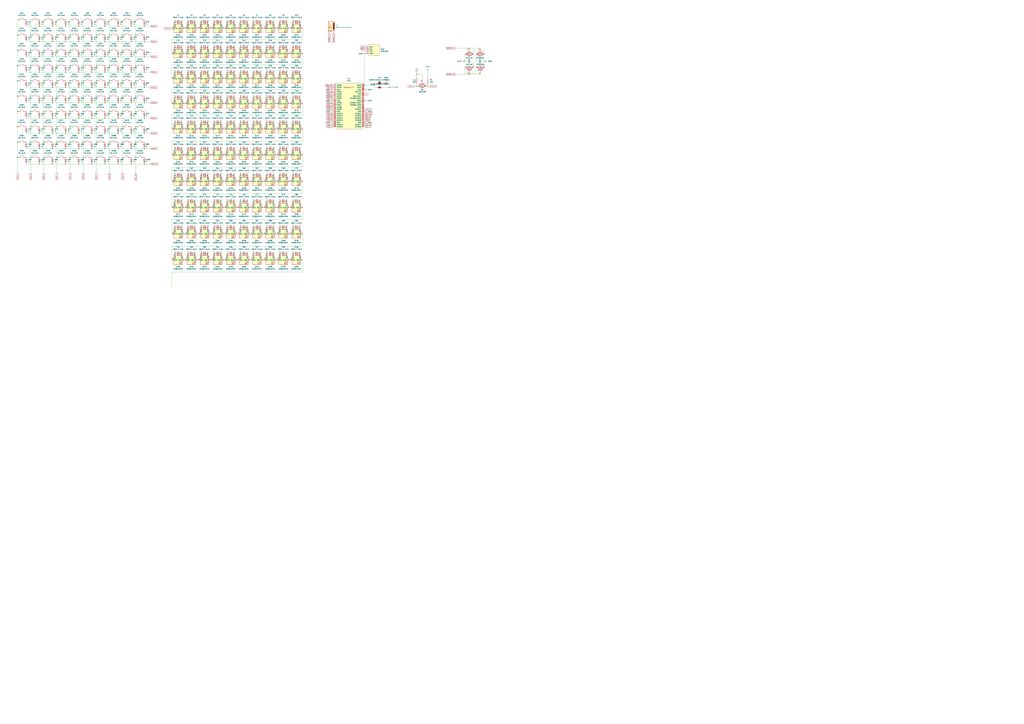
<source format=kicad_sch>
(kicad_sch (version 20250114) (generator "eeschema") (generator_version "9.0")
  (paper "A0")
  (junction (at 137.16 83.82))
  (junction (at 287.02 172.72))
  (junction (at 167.64 83.82))
  (junction (at 256.54 113.03))
  (junction (at 81.28 93.98))
  (junction (at 264.16 172.72))
  (junction (at 218.44 54.61))
  (junction (at 127 147.32))
  (junction (at 66.04 58.42))
  (junction (at 152.4 66.04))
  (junction (at 106.68 83.82))
  (junction (at 60.96 137.16))
  (junction (at 287.02 294.64))
  (junction (at 81.28 58.42))
  (junction (at 111.76 147.32))
  (junction (at 96.52 182.88))
  (junction (at 121.92 66.04))
  (junction (at 127 76.2))
  (junction (at 302.26 54.61))
  (junction (at 347.98 142.24))
  (junction (at 340.36 113.03))
  (junction (at 294.64 142.24))
  (junction (at 241.3 233.68))
  (junction (at 287.02 264.16))
  (junction (at 60.96 154.94))
  (junction (at 127 182.88))
  (junction (at 233.68 264.16))
  (junction (at 76.2 48.26))
  (junction (at 226.06 233.68))
  (junction (at 111.76 129.54))
  (junction (at 96.52 58.42))
  (junction (at 248.92 294.64))
  (junction (at 167.64 30.48))
  (junction (at 226.06 83.82))
  (junction (at 81.28 129.54))
  (junction (at 317.5 264.16))
  (junction (at 203.2 233.68))
  (junction (at 157.48 93.98))
  (junction (at 325.12 113.03))
  (junction (at 271.78 25.4))
  (junction (at 152.4 190.5))
  (junction (at 35.56 111.76))
  (junction (at 233.68 142.24))
  (junction (at 81.28 111.76))
  (junction (at 210.82 54.61))
  (junction (at 332.74 142.24))
  (junction (at 241.3 54.61))
  (junction (at 96.52 40.64))
  (junction (at 325.12 83.82))
  (junction (at 340.36 25.4))
  (junction (at 45.72 101.6))
  (junction (at 20.32 111.76))
  (junction (at 50.8 76.2))
  (junction (at 96.52 111.76))
  (junction (at 317.5 294.64))
  (junction (at 111.76 182.88))
  (junction (at 50.8 58.42))
  (junction (at 91.44 137.16))
  (junction (at 332.74 25.4))
  (junction (at 81.28 165.1))
  (junction (at 121.92 83.82))
  (junction (at 81.28 147.32))
  (junction (at 340.36 142.24))
  (junction (at 218.44 233.68))
  (junction (at 241.3 113.03))
  (junction (at 127 40.64))
  (junction (at 152.4 83.82))
  (junction (at 309.88 142.24))
  (junction (at 233.68 203.2))
  (junction (at 127 129.54))
  (junction (at 127 111.76))
  (junction (at 309.88 294.64))
  (junction (at 106.68 137.16))
  (junction (at 340.36 54.61))
  (junction (at 210.82 83.82))
  (junction (at 309.88 203.2))
  (junction (at 309.88 83.82))
  (junction (at 340.36 203.2))
  (junction (at 76.2 137.16))
  (junction (at 332.74 203.2))
  (junction (at 496.57 100.33))
  (junction (at 121.92 48.26))
  (junction (at 544.83 55.88))
  (junction (at 256.54 233.68))
  (junction (at 483.87 86.36))
  (junction (at 279.4 142.24))
  (junction (at 279.4 294.64))
  (junction (at 76.2 172.72))
  (junction (at 91.44 66.04))
  (junction (at 271.78 294.64))
  (junction (at 271.78 172.72))
  (junction (at 256.54 54.61))
  (junction (at 45.72 154.94))
  (junction (at 111.76 93.98))
  (junction (at 35.56 40.64))
  (junction (at 317.5 203.2))
  (junction (at 317.5 25.4))
  (junction (at 264.16 142.24))
  (junction (at 66.04 76.2))
  (junction (at 60.96 101.6))
  (junction (at 157.48 58.42))
  (junction (at 76.2 66.04))
  (junction (at 332.74 264.16))
  (junction (at 271.78 83.82))
  (junction (at 309.88 113.03))
  (junction (at 233.68 54.61))
  (junction (at 157.48 165.1))
  (junction (at 271.78 142.24))
  (junction (at 50.8 111.76))
  (junction (at 111.76 111.76))
  (junction (at 294.64 203.2))
  (junction (at 347.98 172.72))
  (junction (at 66.04 40.64))
  (junction (at 121.92 190.5))
  (junction (at 167.64 119.38))
  (junction (at 241.3 264.16))
  (junction (at 317.5 54.61))
  (junction (at 287.02 113.03))
  (junction (at 256.54 83.82))
  (junction (at 340.36 294.64))
  (junction (at 340.36 172.72))
  (junction (at 76.2 30.48))
  (junction (at 294.64 233.68))
  (junction (at 279.4 172.72))
  (junction (at 60.96 30.48))
  (junction (at 294.64 294.64))
  (junction (at 76.2 119.38))
  (junction (at 309.88 25.4))
  (junction (at 152.4 119.38))
  (junction (at 279.4 83.82))
  (junction (at 241.3 294.64))
  (junction (at 302.26 294.64))
  (junction (at 20.32 147.32))
  (junction (at 157.48 111.76))
  (junction (at 152.4 30.48))
  (junction (at 302.26 83.82))
  (junction (at 340.36 83.82))
  (junction (at 50.8 147.32))
  (junction (at 233.68 172.72))
  (junction (at 91.44 101.6))
  (junction (at 309.88 54.61))
  (junction (at 210.82 113.03))
  (junction (at 317.5 113.03))
  (junction (at 137.16 48.26))
  (junction (at 226.06 54.61))
  (junction (at 152.4 154.94))
  (junction (at 91.44 83.82))
  (junction (at 279.4 233.68))
  (junction (at 347.98 264.16))
  (junction (at 226.06 264.16))
  (junction (at 20.32 93.98))
  (junction (at 35.56 76.2))
  (junction (at 35.56 58.42))
  (junction (at 203.2 25.4))
  (junction (at 111.76 58.42))
  (junction (at 35.56 147.32))
  (junction (at 264.16 54.61))
  (junction (at 127 58.42))
  (junction (at 347.98 25.4))
  (junction (at 76.2 154.94))
  (junction (at 483.87 100.33))
  (junction (at 218.44 142.24))
  (junction (at 157.48 40.64))
  (junction (at 218.44 113.03))
  (junction (at 121.92 119.38))
  (junction (at 81.28 182.88))
  (junction (at 45.72 119.38))
  (junction (at 91.44 190.5))
  (junction (at 226.06 203.2))
  (junction (at 264.16 264.16))
  (junction (at 241.3 172.72))
  (junction (at 271.78 54.61))
  (junction (at 76.2 83.82))
  (junction (at 60.96 83.82))
  (junction (at 142.24 165.1))
  (junction (at 325.12 172.72))
  (junction (at 226.06 172.72))
  (junction (at 248.92 25.4))
  (junction (at 106.68 101.6))
  (junction (at 167.64 48.26))
  (junction (at 332.74 54.61))
  (junction (at 241.3 142.24))
  (junction (at 325.12 25.4))
  (junction (at 50.8 165.1))
  (junction (at 106.68 119.38))
  (junction (at 347.98 203.2))
  (junction (at 562.61 71.12))
  (junction (at 332.74 172.72))
  (junction (at 271.78 113.03))
  (junction (at 241.3 25.4))
  (junction (at 302.26 172.72))
  (junction (at 264.16 113.03))
  (junction (at 347.98 83.82))
  (junction (at 76.2 190.5))
  (junction (at 66.04 93.98))
  (junction (at 111.76 40.64))
  (junction (at 121.92 30.48))
  (junction (at 347.98 294.64))
  (junction (at 294.64 264.16))
  (junction (at 218.44 83.82))
  (junction (at 325.12 54.61))
  (junction (at 434.34 99.06))
  (junction (at 218.44 172.72))
  (junction (at 106.68 154.94))
  (junction (at 157.48 147.32))
  (junction (at 309.88 264.16))
  (junction (at 233.68 294.64))
  (junction (at 218.44 203.2))
  (junction (at 167.64 190.5))
  (junction (at 248.92 264.16))
  (junction (at 203.2 203.2))
  (junction (at 152.4 137.16))
  (junction (at 106.68 190.5))
  (junction (at 96.52 93.98))
  (junction (at 137.16 172.72))
  (junction (at 96.52 129.54))
  (junction (at 271.78 264.16))
  (junction (at 121.92 137.16))
  (junction (at 264.16 25.4))
  (junction (at 91.44 154.94))
  (junction (at 210.82 142.24))
  (junction (at 167.64 66.04))
  (junction (at 218.44 25.4))
  (junction (at 137.16 154.94))
  (junction (at 332.74 83.82))
  (junction (at 264.16 83.82))
  (junction (at 233.68 25.4))
  (junction (at 325.12 294.64))
  (junction (at 137.16 101.6))
  (junction (at 157.48 129.54))
  (junction (at 167.64 154.94))
  (junction (at 309.88 172.72))
  (junction (at 127 93.98))
  (junction (at 45.72 172.72))
  (junction (at 137.16 30.48))
  (junction (at 45.72 83.82))
  (junction (at 271.78 233.68))
  (junction (at 66.04 129.54))
  (junction (at 302.26 264.16))
  (junction (at 20.32 129.54))
  (junction (at 226.06 294.64))
  (junction (at 248.92 142.24))
  (junction (at 142.24 76.2))
  (junction (at 60.96 119.38))
  (junction (at 137.16 137.16))
  (junction (at 121.92 172.72))
  (junction (at 302.26 203.2))
  (junction (at 233.68 233.68))
  (junction (at 317.5 172.72))
  (junction (at 210.82 294.64))
  (junction (at 226.06 142.24))
  (junction (at 91.44 172.72))
  (junction (at 96.52 76.2))
  (junction (at 203.2 172.72))
  (junction (at 226.06 25.4))
  (junction (at 66.04 111.76))
  (junction (at 203.2 54.61))
  (junction (at 325.12 203.2))
  (junction (at 20.32 182.88))
  (junction (at 248.92 83.82))
  (junction (at 294.64 113.03))
  (junction (at 302.26 113.03))
  (junction (at 544.83 86.36))
  (junction (at 210.82 25.4))
  (junction (at 317.5 142.24))
  (junction (at 137.16 66.04))
  (junction (at 325.12 233.68))
  (junction (at 248.92 113.03))
  (junction (at 45.72 137.16))
  (junction (at 106.68 172.72))
  (junction (at 287.02 54.61))
  (junction (at 317.5 83.82))
  (junction (at 210.82 233.68))
  (junction (at 347.98 113.03))
  (junction (at 347.98 54.61))
  (junction (at 20.32 40.64))
  (junction (at 203.2 83.82))
  (junction (at 539.75 71.12))
  (junction (at 203.2 113.03))
  (junction (at 325.12 142.24))
  (junction (at 233.68 113.03))
  (junction (at 287.02 25.4))
  (junction (at 35.56 93.98))
  (junction (at 325.12 264.16))
  (junction (at 60.96 66.04))
  (junction (at 137.16 119.38))
  (junction (at 142.24 129.54))
  (junction (at 91.44 119.38))
  (junction (at 256.54 294.64))
  (junction (at 121.92 154.94))
  (junction (at 422.91 99.06))
  (junction (at 294.64 172.72))
  (junction (at 81.28 40.64))
  (junction (at 35.56 165.1))
  (junction (at 248.92 203.2))
  (junction (at 76.2 101.6))
  (junction (at 264.16 233.68))
  (junction (at 66.04 147.32))
  (junction (at 210.82 203.2))
  (junction (at 309.88 233.68))
  (junction (at 340.36 264.16))
  (junction (at 45.72 30.48))
  (junction (at 91.44 48.26))
  (junction (at 203.2 142.24))
  (junction (at 332.74 294.64))
  (junction (at 302.26 142.24))
  (junction (at 142.24 182.88))
  (junction (at 137.16 190.5))
  (junction (at 287.02 142.24))
  (junction (at 152.4 101.6))
  (junction (at 218.44 294.64))
  (junction (at 256.54 172.72))
  (junction (at 152.4 48.26))
  (junction (at 317.5 233.68))
  (junction (at 91.44 30.48))
  (junction (at 256.54 203.2))
  (junction (at 226.06 113.03))
  (junction (at 287.02 233.68))
  (junction (at 256.54 264.16))
  (junction (at 127 165.1))
  (junction (at 294.64 83.82))
  (junction (at 50.8 40.64))
  (junction (at 35.56 129.54))
  (junction (at 60.96 190.5))
  (junction (at 167.64 137.16))
  (junction (at 45.72 48.26))
  (junction (at 233.68 83.82))
  (junction (at 50.8 129.54))
  (junction (at 167.64 101.6))
  (junction (at 167.64 172.72))
  (junction (at 157.48 76.2))
  (junction (at 294.64 25.4))
  (junction (at 264.16 294.64))
  (junction (at 96.52 165.1))
  (junction (at 210.82 172.72))
  (junction (at 50.8 93.98))
  (junction (at 452.12 101.6))
  (junction (at 106.68 48.26))
  (junction (at 264.16 203.2))
  (junction (at 218.44 264.16))
  (junction (at 279.4 25.4))
  (junction (at 248.92 54.61))
  (junction (at 142.24 147.32))
  (junction (at 287.02 203.2))
  (junction (at 332.74 113.03))
  (junction (at 45.72 190.5))
  (junction (at 347.98 233.68))
  (junction (at 157.48 182.88))
  (junction (at 142.24 40.64))
  (junction (at 60.96 48.26))
  (junction (at 111.76 165.1))
  (junction (at 20.32 76.2))
  (junction (at 279.4 54.61))
  (junction (at 248.92 233.68))
  (junction (at 66.04 182.88))
  (junction (at 294.64 54.61))
  (junction (at 66.04 165.1))
  (junction (at 121.92 101.6))
  (junction (at 256.54 25.4))
  (junction (at 142.24 111.76))
  (junction (at 241.3 203.2))
  (junction (at 302.26 233.68))
  (junction (at 287.02 83.82))
  (junction (at 203.2 294.64))
  (junction (at 50.8 182.88))
  (junction (at 142.24 93.98))
  (junction (at 20.32 165.1))
  (junction (at 279.4 203.2))
  (junction (at 279.4 113.03))
  (junction (at 340.36 233.68))
  (junction (at 96.52 147.32))
  (junction (at 35.56 182.88))
  (junction (at 20.32 58.42))
  (junction (at 241.3 83.82))
  (junction (at 203.2 264.16))
  (junction (at 106.68 30.48))
  (junction (at 302.26 25.4))
  (junction (at 45.72 66.04))
  (junction (at 106.68 66.04))
  (junction (at 210.82 264.16))
  (junction (at 142.24 58.42))
  (junction (at 111.76 76.2))
  (junction (at 271.78 203.2))
  (junction (at 248.92 172.72))
  (junction (at 60.96 172.72))
  (junction (at 152.4 172.72))
  (junction (at 81.28 76.2))
  (junction (at 256.54 142.24))
  (junction (at 279.4 264.16))
  (junction (at 332.74 233.68))
  (wire (pts (xy 81.28 58.42) (xy 81.28 76.2)))
  (wire (pts (xy 106.68 190.5) (xy 121.92 190.5)))
  (wire (pts (xy 137.16 172.72) (xy 152.4 172.72)))
  (wire (pts (xy 199.39 285.75) (xy 199.39 302.26)))
  (wire (pts (xy 50.8 76.2) (xy 50.8 93.98)))
  (wire (pts (xy 35.56 22.86) (xy 35.56 40.64)))
  (wire (pts (xy 66.04 40.64) (xy 66.04 58.42)))
  (wire (pts (xy 76.2 154.94) (xy 91.44 154.94)))
  (wire (pts (xy 434.34 96.52) (xy 434.34 99.06)))
  (wire (pts (xy 96.52 111.76) (xy 96.52 129.54)))
  (wire (pts (xy 137.16 101.6) (xy 152.4 101.6)))
  (wire (pts (xy 351.79 194.31) (xy 199.39 194.31)))
  (wire (pts (xy 96.52 58.42) (xy 96.52 76.2)))
  (wire (pts (xy 106.68 48.26) (xy 121.92 48.26)))
  (wire (pts (xy 66.04 182.88) (xy 66.04 200.66)))
  (wire (pts (xy 81.28 22.86) (xy 81.28 40.64)))
  (wire (pts (xy 496.57 100.33) (xy 495.3 100.33)))
  (wire (pts (xy 35.56 111.76) (xy 35.56 129.54)))
  (wire (pts (xy 562.61 78.74) (xy 562.61 71.12)))
  (wire (pts (xy 20.32 93.98) (xy 20.32 111.76)))
  (wire (pts (xy 351.79 180.34) (xy 351.79 194.31)))
  (wire (pts (xy 60.96 119.38) (xy 76.2 119.38)))
  (wire (pts (xy 157.48 182.88) (xy 157.48 200.66)))
  (wire (pts (xy 91.44 48.26) (xy 106.68 48.26)))
  (wire (pts (xy 50.8 22.86) (xy 50.8 40.64)))
  (wire (pts (xy 137.16 66.04) (xy 152.4 66.04)))
  (wire (pts (xy 91.44 137.16) (xy 106.68 137.16)))
  (wire (pts (xy 60.96 154.94) (xy 76.2 154.94)))
  (wire (pts (xy 422.91 59.69) (xy 425.45 59.69)))
  (wire (pts (xy 76.2 190.5) (xy 91.44 190.5)))
  (wire (pts (xy 76.2 101.6) (xy 91.44 101.6)))
  (wire (pts (xy 127 40.64) (xy 127 58.42)))
  (wire (pts (xy 50.8 58.42) (xy 50.8 76.2)))
  (wire (pts (xy 30.48 101.6) (xy 45.72 101.6)))
  (wire (pts (xy 152.4 119.38) (xy 167.64 119.38)))
  (wire (pts (xy 81.28 76.2) (xy 81.28 93.98)))
  (wire (pts (xy 121.92 172.72) (xy 137.16 172.72)))
  (wire (pts (xy 444.5 101.6) (xy 452.12 101.6)))
  (wire (pts (xy 157.48 40.64) (xy 157.48 58.42)))
  (wire (pts (xy 351.79 224.79) (xy 199.39 224.79)))
  (wire (pts (xy 351.79 149.86) (xy 351.79 163.83)))
  (wire (pts (xy 157.48 147.32) (xy 157.48 165.1)))
  (wire (pts (xy 106.68 154.94) (xy 121.92 154.94)))
  (wire (pts (xy 91.44 172.72) (xy 106.68 172.72)))
  (wire (pts (xy 152.4 83.82) (xy 167.64 83.82)))
  (wire (pts (xy 552.45 71.12) (xy 552.45 63.5)))
  (wire (pts (xy 351.79 33.02) (xy 351.79 45.72)))
  (wire (pts (xy 142.24 76.2) (xy 142.24 93.98)))
  (wire (pts (xy 111.76 129.54) (xy 111.76 147.32)))
  (wire (pts (xy 562.61 71.12) (xy 552.45 71.12)))
  (wire (pts (xy 549.91 78.74) (xy 549.91 71.12)))
  (wire (pts (xy 142.24 93.98) (xy 142.24 111.76)))
  (wire (pts (xy 452.12 101.6) (xy 453.39 101.6)))
  (wire (pts (xy 199.39 255.27) (xy 199.39 271.78)))
  (wire (pts (xy 529.59 86.36) (xy 544.83 86.36)))
  (wire (pts (xy 60.96 83.82) (xy 76.2 83.82)))
  (wire (pts (xy 91.44 30.48) (xy 106.68 30.48)))
  (wire (pts (xy 137.16 154.94) (xy 152.4 154.94)))
  (wire (pts (xy 30.48 66.04) (xy 45.72 66.04)))
  (wire (pts (xy 20.32 111.76) (xy 20.32 129.54)))
  (wire (pts (xy 452.12 96.52) (xy 452.12 101.6)))
  (wire (pts (xy 483.87 97.79) (xy 483.87 100.33)))
  (wire (pts (xy 111.76 93.98) (xy 111.76 111.76)))
  (wire (pts (xy 96.52 22.86) (xy 96.52 40.64)))
  (wire (pts (xy 351.79 285.75) (xy 199.39 285.75)))
  (wire (pts (xy 35.56 182.88) (xy 35.56 200.66)))
  (wire (pts (xy 30.48 154.94) (xy 45.72 154.94)))
  (wire (pts (xy 66.04 111.76) (xy 66.04 129.54)))
  (wire (pts (xy 111.76 40.64) (xy 111.76 58.42)))
  (wire (pts (xy 127 182.88) (xy 127 200.66)))
  (wire (pts (xy 157.48 129.54) (xy 157.48 147.32)))
  (wire (pts (xy 91.44 154.94) (xy 106.68 154.94)))
  (wire (pts (xy 152.4 30.48) (xy 167.64 30.48)))
  (wire (pts (xy 157.48 93.98) (xy 157.48 111.76)))
  (wire (pts (xy 76.2 30.48) (xy 91.44 30.48)))
  (wire (pts (xy 111.76 22.86) (xy 111.76 40.64)))
  (wire (pts (xy 30.48 30.48) (xy 45.72 30.48)))
  (wire (pts (xy 137.16 137.16) (xy 152.4 137.16)))
  (wire (pts (xy 127 22.86) (xy 127 40.64)))
  (wire (pts (xy 91.44 83.82) (xy 106.68 83.82)))
  (wire (pts (xy 50.8 40.64) (xy 50.8 58.42)))
  (wire (pts (xy 30.48 190.5) (xy 45.72 190.5)))
  (wire (pts (xy 434.34 99.06) (xy 422.91 99.06)))
  (wire (pts (xy 152.4 172.72) (xy 167.64 172.72)))
  (wire (pts (xy 137.16 190.5) (xy 152.4 190.5)))
  (wire (pts (xy 81.28 93.98) (xy 81.28 111.76)))
  (wire (pts (xy 106.68 137.16) (xy 121.92 137.16)))
  (wire (pts (xy 121.92 83.82) (xy 137.16 83.82)))
  (wire (pts (xy 167.64 172.72) (xy 173.99 172.72)))
  (wire (pts (xy 152.4 66.04) (xy 167.64 66.04)))
  (wire (pts (xy 152.4 48.26) (xy 167.64 48.26)))
  (wire (pts (xy 351.79 91.44) (xy 351.79 104.14)))
  (wire (pts (xy 167.64 119.38) (xy 173.99 119.38)))
  (wire (pts (xy 111.76 182.88) (xy 111.76 200.66)))
  (wire (pts (xy 111.76 111.76) (xy 111.76 129.54)))
  (wire (pts (xy 20.32 58.42) (xy 20.32 76.2)))
  (wire (pts (xy 121.92 154.94) (xy 137.16 154.94)))
  (wire (pts (xy 173.99 154.94) (xy 167.64 154.94)))
  (wire (pts (xy 20.32 165.1) (xy 20.32 182.88)))
  (wire (pts (xy 60.96 137.16) (xy 76.2 137.16)))
  (wire (pts (xy 30.48 137.16) (xy 45.72 137.16)))
  (wire (pts (xy 66.04 22.86) (xy 66.04 40.64)))
  (wire (pts (xy 173.99 66.04) (xy 167.64 66.04)))
  (wire (pts (xy 81.28 182.88) (xy 81.28 200.66)))
  (wire (pts (xy 142.24 147.32) (xy 142.24 165.1)))
  (wire (pts (xy 35.56 40.64) (xy 35.56 58.42)))
  (wire (pts (xy 142.24 111.76) (xy 142.24 129.54)))
  (wire (pts (xy 35.56 129.54) (xy 35.56 147.32)))
  (wire (pts (xy 45.72 101.6) (xy 60.96 101.6)))
  (wire (pts (xy 96.52 76.2) (xy 96.52 93.98)))
  (wire (pts (xy 96.52 40.64) (xy 96.52 58.42)))
  (wire (pts (xy 173.99 137.16) (xy 167.64 137.16)))
  (wire (pts (xy 142.24 182.88) (xy 142.24 200.66)))
  (wire (pts (xy 137.16 119.38) (xy 152.4 119.38)))
  (wire (pts (xy 127 147.32) (xy 127 165.1)))
  (wire (pts (xy 549.91 71.12) (xy 539.75 71.12)))
  (wire (pts (xy 422.91 99.06) (xy 422.91 59.69)))
  (wire (pts (xy 157.48 111.76) (xy 157.48 129.54)))
  (wire (pts (xy 199.39 163.83) (xy 199.39 180.34)))
  (wire (pts (xy 482.6 100.33) (xy 483.87 100.33)))
  (wire (pts (xy 111.76 165.1) (xy 111.76 182.88)))
  (wire (pts (xy 106.68 30.48) (xy 121.92 30.48)))
  (wire (pts (xy 549.91 58.42) (xy 562.61 58.42)))
  (wire (pts (xy 137.16 30.48) (xy 152.4 30.48)))
  (wire (pts (xy 45.72 66.04) (xy 60.96 66.04)))
  (wire (pts (xy 91.44 190.5) (xy 106.68 190.5)))
  (wire (pts (xy 157.48 76.2) (xy 157.48 93.98)))
  (wire (pts (xy 76.2 137.16) (xy 91.44 137.16)))
  (wire (pts (xy 20.32 147.32) (xy 20.32 165.1)))
  (wire (pts (xy 66.04 129.54) (xy 66.04 147.32)))
  (wire (pts (xy 436.88 101.6) (xy 434.34 101.6)))
  (wire (pts (xy 81.28 129.54) (xy 81.28 147.32)))
  (wire (pts (xy 106.68 83.82) (xy 121.92 83.82)))
  (wire (pts (xy 544.83 86.36) (xy 557.53 86.36)))
  (wire (pts (xy 50.8 165.1) (xy 50.8 182.88)))
  (wire (pts (xy 137.16 48.26) (xy 152.4 48.26)))
  (wire (pts (xy 66.04 76.2) (xy 66.04 93.98)))
  (wire (pts (xy 121.92 30.48) (xy 137.16 30.48)))
  (wire (pts (xy 483.87 83.82) (xy 483.87 86.36)))
  (wire (pts (xy 152.4 154.94) (xy 167.64 154.94)))
  (wire (pts (xy 111.76 147.32) (xy 111.76 165.1)))
  (wire (pts (xy 30.48 48.26) (xy 45.72 48.26)))
  (wire (pts (xy 96.52 129.54) (xy 96.52 147.32)))
  (wire (pts (xy 497.84 100.33) (xy 496.57 100.33)))
  (wire (pts (xy 45.72 172.72) (xy 60.96 172.72)))
  (wire (pts (xy 60.96 190.5) (xy 76.2 190.5)))
  (wire (pts (xy 35.56 93.98) (xy 35.56 111.76)))
  (wire (pts (xy 121.92 48.26) (xy 137.16 48.26)))
  (wire (pts (xy 562.61 58.42) (xy 562.61 63.5)))
  (wire (pts (xy 539.75 71.12) (xy 539.75 63.5)))
  (wire (pts (xy 351.79 210.82) (xy 351.79 224.79)))
  (wire (pts (xy 199.39 133.35) (xy 199.39 149.86)))
  (wire (pts (xy 81.28 111.76) (xy 81.28 129.54)))
  (wire (pts (xy 60.96 30.48) (xy 76.2 30.48)))
  (wire (pts (xy 351.79 120.65) (xy 351.79 133.35)))
  (wire (pts (xy 127 93.98) (xy 127 111.76)))
  (wire (pts (xy 20.32 129.54) (xy 20.32 147.32)))
  (wire (pts (xy 60.96 101.6) (xy 76.2 101.6)))
  (wire (pts (xy 81.28 40.64) (xy 81.28 58.42)))
  (wire (pts (xy 45.72 154.94) (xy 60.96 154.94)))
  (wire (pts (xy 81.28 165.1) (xy 81.28 182.88)))
  (wire (pts (xy 351.79 163.83) (xy 199.39 163.83)))
  (wire (pts (xy 66.04 147.32) (xy 66.04 165.1)))
  (wire (pts (xy 96.52 93.98) (xy 96.52 111.76)))
  (wire (pts (xy 121.92 66.04) (xy 137.16 66.04)))
  (wire (pts (xy 96.52 147.32) (xy 96.52 165.1)))
  (wire (pts (xy 30.48 172.72) (xy 45.72 172.72)))
  (wire (pts (xy 199.39 194.31) (xy 199.39 210.82)))
  (wire (pts (xy 76.2 66.04) (xy 91.44 66.04)))
  (wire (pts (xy 60.96 172.72) (xy 76.2 172.72)))
  (wire (pts (xy 351.79 316.23) (xy 199.39 316.23)))
  (wire (pts (xy 66.04 58.42) (xy 66.04 76.2)))
  (wire (pts (xy 111.76 58.42) (xy 111.76 76.2)))
  (wire (pts (xy 121.92 101.6) (xy 137.16 101.6)))
  (wire (pts (xy 121.92 137.16) (xy 137.16 137.16)))
  (wire (pts (xy 490.22 92.71) (xy 490.22 86.36)))
  (wire (pts (xy 483.87 100.33) (xy 485.14 100.33)))
  (wire (pts (xy 30.48 119.38) (xy 45.72 119.38)))
  (wire (pts (xy 91.44 101.6) (xy 106.68 101.6)))
  (wire (pts (xy 137.16 83.82) (xy 152.4 83.82)))
  (wire (pts (xy 351.79 271.78) (xy 351.79 285.75)))
  (wire (pts (xy 167.64 48.26) (xy 173.99 48.26)))
  (wire (pts (xy 351.79 45.72) (xy 199.39 45.72)))
  (wire (pts (xy 96.52 182.88) (xy 96.52 200.66)))
  (wire (pts (xy 35.56 165.1) (xy 35.56 182.88)))
  (wire (pts (xy 152.4 190.5) (xy 167.64 190.5)))
  (wire (pts (xy 496.57 82.55) (xy 496.57 90.17)))
  (wire (pts (xy 45.72 30.48) (xy 60.96 30.48)))
  (wire (pts (xy 142.24 165.1) (xy 142.24 182.88)))
  (wire (pts (xy 127 165.1) (xy 127 182.88)))
  (wire (pts (xy 76.2 83.82) (xy 91.44 83.82)))
  (wire (pts (xy 436.88 96.52) (xy 434.34 96.52)))
  (wire (pts (xy 45.72 119.38) (xy 60.96 119.38)))
  (wire (pts (xy 483.87 86.36) (xy 483.87 90.17)))
  (wire (pts (xy 106.68 101.6) (xy 121.92 101.6)))
  (wire (pts (xy 96.52 165.1) (xy 96.52 182.88)))
  (wire (pts (xy 434.34 101.6) (xy 434.34 99.06)))
  (wire (pts (xy 127 129.54) (xy 127 147.32)))
  (wire (pts (xy 167.64 30.48) (xy 173.99 30.48)))
  (wire (pts (xy 549.91 63.5) (xy 549.91 58.42)))
  (wire (pts (xy 50.8 182.88) (xy 50.8 200.66)))
  (wire (pts (xy 81.28 147.32) (xy 81.28 165.1)))
  (wire (pts (xy 199.39 45.72) (xy 199.39 62.23)))
  (wire (pts (xy 167.64 101.6) (xy 173.99 101.6)))
  (wire (pts (xy 76.2 172.72) (xy 91.44 172.72)))
  (wire (pts (xy 50.8 147.32) (xy 50.8 165.1)))
  (wire (pts (xy 142.24 58.42) (xy 142.24 76.2)))
  (wire (pts (xy 35.56 147.32) (xy 35.56 165.1)))
  (wire (pts (xy 121.92 119.38) (xy 137.16 119.38)))
  (wire (pts (xy 539.75 85.09) (xy 552.45 85.09)))
  (wire (pts (xy 106.68 119.38) (xy 121.92 119.38)))
  (wire (pts (xy 20.32 40.64) (xy 20.32 58.42)))
  (wire (pts (xy 167.64 190.5) (xy 173.99 190.5)))
  (wire (pts (xy 121.92 190.5) (xy 137.16 190.5)))
  (wire (pts (xy 50.8 111.76) (xy 50.8 129.54)))
  (wire (pts (xy 351.79 255.27) (xy 199.39 255.27)))
  (wire (pts (xy 351.79 241.3) (xy 351.79 255.27)))
  (wire (pts (xy 76.2 48.26) (xy 91.44 48.26)))
  (wire (pts (xy 351.79 62.23) (xy 351.79 74.93)))
  (wire (pts (xy 544.83 55.88) (xy 557.53 55.88)))
  (wire (pts (xy 106.68 66.04) (xy 121.92 66.04)))
  (wire (pts (xy 91.44 119.38) (xy 106.68 119.38)))
  (wire (pts (xy 142.24 40.64) (xy 142.24 58.42)))
  (wire (pts (xy 157.48 58.42) (xy 157.48 76.2)))
  (wire (pts (xy 152.4 101.6) (xy 167.64 101.6)))
  (wire (pts (xy 351.79 302.26) (xy 351.79 316.23)))
  (wire (pts (xy 157.48 165.1) (xy 157.48 182.88)))
  (wire (pts (xy 111.76 76.2) (xy 111.76 93.98)))
  (wire (pts (xy 199.39 316.23) (xy 199.39 332.74)))
  (wire (pts (xy 127 76.2) (xy 127 93.98)))
  (wire (pts (xy 351.79 104.14) (xy 199.39 104.14)))
  (wire (pts (xy 539.75 78.74) (xy 539.75 85.09)))
  (wire (pts (xy 552.45 78.74) (xy 552.45 85.09)))
  (wire (pts (xy 45.72 83.82) (xy 60.96 83.82)))
  (wire (pts (xy 351.79 133.35) (xy 199.39 133.35)))
  (wire (pts (xy 490.22 86.36) (xy 483.87 86.36)))
  (wire (pts (xy 157.48 22.86) (xy 157.48 40.64)))
  (wire (pts (xy 91.44 66.04) (xy 106.68 66.04)))
  (wire (pts (xy 20.32 22.86) (xy 20.32 40.64)))
  (wire (pts (xy 106.68 172.72) (xy 121.92 172.72)))
  (wire (pts (xy 50.8 129.54) (xy 50.8 147.32)))
  (wire (pts (xy 529.59 55.88) (xy 544.83 55.88)))
  (wire (pts (xy 199.39 104.14) (xy 199.39 120.65)))
  (wire (pts (xy 127 58.42) (xy 127 76.2)))
  (wire (pts (xy 127 111.76) (xy 127 129.54)))
  (wire (pts (xy 45.72 48.26) (xy 60.96 48.26)))
  (wire (pts (xy 76.2 119.38) (xy 91.44 119.38)))
  (wire (pts (xy 142.24 129.54) (xy 142.24 147.32)))
  (wire (pts (xy 496.57 97.79) (xy 496.57 100.33)))
  (wire (pts (xy 20.32 182.88) (xy 20.32 200.66)))
  (wire (pts (xy 199.39 224.79) (xy 199.39 241.3)))
  (wire (pts (xy 20.32 76.2) (xy 20.32 93.98)))
  (wire (pts (xy 30.48 83.82) (xy 45.72 83.82)))
  (wire (pts (xy 199.39 74.93) (xy 199.39 91.44)))
  (wire (pts (xy 50.8 93.98) (xy 50.8 111.76)))
  (wire (pts (xy 60.96 48.26) (xy 76.2 48.26)))
  (wire (pts (xy 152.4 137.16) (xy 167.64 137.16)))
  (wire (pts (xy 60.96 66.04) (xy 76.2 66.04)))
  (wire (pts (xy 66.04 165.1) (xy 66.04 182.88)))
  (wire (pts (xy 142.24 22.86) (xy 142.24 40.64)))
  (wire (pts (xy 35.56 76.2) (xy 35.56 93.98)))
  (wire (pts (xy 66.04 93.98) (xy 66.04 111.76)))
  (wire (pts (xy 45.72 190.5) (xy 60.96 190.5)))
  (wire (pts (xy 351.79 74.93) (xy 199.39 74.93)))
  (wire (pts (xy 45.72 137.16) (xy 60.96 137.16)))
  (wire (pts (xy 167.64 83.82) (xy 173.99 83.82)))
  (wire (pts (xy 35.56 58.42) (xy 35.56 76.2)))
  (global_label "ROW_1" (shape input) (at 173.99 30.48 0) (property "Intersheetrefs" "${INTERSHEET_REFS}" (effects (hide yes))))
  (global_label "COL_10" (shape input) (at 422.91 132.08 0) (property "Intersheetrefs" "${INTERSHEET_REFS}" (effects (hide yes))))
  (global_label "LV" (shape input) (at 483.87 83.82 90) (property "Intersheetrefs" "${INTERSHEET_REFS}" (effects (hide yes))))
  (global_label "ROW_3" (shape input) (at 387.35 121.92 180) (property "Intersheetrefs" "${INTERSHEET_REFS}" (effects (hide yes))))
  (global_label "COL_3" (shape input) (at 387.35 139.7 180) (property "Intersheetrefs" "${INTERSHEET_REFS}" (effects (hide yes))))
  (global_label "COL_4" (shape input) (at 66.04 200.66 270) (property "Intersheetrefs" "${INTERSHEET_REFS}" (effects (hide yes))))
  (global_label "LV" (shape input) (at 422.91 109.22 0) (property "Intersheetrefs" "${INTERSHEET_REFS}" (effects (hide yes))))
  (global_label "ROW_6" (shape input) (at 173.99 119.38 0) (property "Intersheetrefs" "${INTERSHEET_REFS}" (effects (hide yes))))
  (global_label "ROW_8" (shape input) (at 173.99 154.94 0) (property "Intersheetrefs" "${INTERSHEET_REFS}" (effects (hide yes))))
  (global_label "ROW_8" (shape input) (at 387.35 106.68 180) (property "Intersheetrefs" "${INTERSHEET_REFS}" (effects (hide yes))))
  (global_label "COL_1" (shape input) (at 387.35 147.32 180) (property "Intersheetrefs" "${INTERSHEET_REFS}" (effects (hide yes))))
  (global_label "COL_3" (shape input) (at 50.8 200.66 270) (property "Intersheetrefs" "${INTERSHEET_REFS}" (effects (hide yes))))
  (global_label "ROW_9" (shape input) (at 387.35 101.6 180) (property "Intersheetrefs" "${INTERSHEET_REFS}" (effects (hide yes))))
  (global_label "ROW_10" (shape input) (at 387.35 99.06 180) (property "Intersheetrefs" "${INTERSHEET_REFS}" (effects (hide yes))))
  (global_label "ROW_2" (shape input) (at 387.35 124.46 180) (property "Intersheetrefs" "${INTERSHEET_REFS}" (effects (hide yes))))
  (global_label "COL_4" (shape input) (at 387.35 137.16 180) (property "Intersheetrefs" "${INTERSHEET_REFS}" (effects (hide yes))))
  (global_label "COL_2" (shape input) (at 387.35 144.78 180) (property "Intersheetrefs" "${INTERSHEET_REFS}" (effects (hide yes))))
  (global_label "ROW_5" (shape input) (at 387.35 114.3 180) (property "Intersheetrefs" "${INTERSHEET_REFS}" (effects (hide yes))))
  (global_label "COL_8" (shape input) (at 422.91 144.78 0) (property "Intersheetrefs" "${INTERSHEET_REFS}" (effects (hide yes))))
  (global_label "BARREL_B" (shape input) (at 387.35 38.1 270) (property "Intersheetrefs" "${INTERSHEET_REFS}" (effects (hide yes))))
  (global_label "ROW_4" (shape input) (at 387.35 119.38 180) (property "Intersheetrefs" "${INTERSHEET_REFS}" (effects (hide yes))))
  (global_label "ROW_4" (shape input) (at 173.99 83.82 0) (property "Intersheetrefs" "${INTERSHEET_REFS}" (effects (hide yes))))
  (global_label "ROW_9" (shape input) (at 173.99 172.72 0) (property "Intersheetrefs" "${INTERSHEET_REFS}" (effects (hide yes))))
  (global_label "COL_9" (shape input) (at 422.91 134.62 0) (property "Intersheetrefs" "${INTERSHEET_REFS}" (effects (hide yes))))
  (global_label "COL_2" (shape input) (at 35.56 200.66 270) (property "Intersheetrefs" "${INTERSHEET_REFS}" (effects (hide yes))))
  (global_label "ROW_7" (shape input) (at 173.99 137.16 0) (property "Intersheetrefs" "${INTERSHEET_REFS}" (effects (hide yes))))
  (global_label "COL_6" (shape input) (at 96.52 200.66 270) (property "Intersheetrefs" "${INTERSHEET_REFS}" (effects (hide yes))))
  (global_label "COL_7" (shape input) (at 111.76 200.66 270) (property "Intersheetrefs" "${INTERSHEET_REFS}" (effects (hide yes))))
  (global_label "COL_6" (shape input) (at 387.35 132.08 180) (property "Intersheetrefs" "${INTERSHEET_REFS}" (effects (hide yes))))
  (global_label "SCL1" (shape input) (at 422.91 137.16 0) (property "Intersheetrefs" "${INTERSHEET_REFS}" (effects (hide yes))))
  (global_label "SCL1" (shape input) (at 425.45 57.15 180) (property "Intersheetrefs" "${INTERSHEET_REFS}" (effects (hide yes))))
  (global_label "SDA1" (shape input) (at 425.45 54.61 180) (property "Intersheetrefs" "${INTERSHEET_REFS}" (effects (hide yes))))
  (global_label "SDA1" (shape input) (at 422.91 139.7 0) (property "Intersheetrefs" "${INTERSHEET_REFS}" (effects (hide yes))))
  (global_label "LED_LV" (shape input) (at 482.6 100.33 180) (property "Intersheetrefs" "${INTERSHEET_REFS}" (effects (hide yes))))
  (global_label "LED_HV" (shape input) (at 199.39 33.02 180) (property "Intersheetrefs" "${INTERSHEET_REFS}" (effects (hide yes))))
  (global_label "ROW_1" (shape input) (at 387.35 127 180) (property "Intersheetrefs" "${INTERSHEET_REFS}" (effects (hide yes))))
  (global_label "LED_LV" (shape input) (at 422.91 127 0) (property "Intersheetrefs" "${INTERSHEET_REFS}" (effects (hide yes))))
  (global_label "BARREL_A" (shape input) (at 382.27 38.1 270) (property "Intersheetrefs" "${INTERSHEET_REFS}" (effects (hide yes))))
  (global_label "ROW_5" (shape input) (at 173.99 101.6 0) (property "Intersheetrefs" "${INTERSHEET_REFS}" (effects (hide yes))))
  (global_label "COL_5" (shape input) (at 81.28 200.66 270) (property "Intersheetrefs" "${INTERSHEET_REFS}" (effects (hide yes))))
  (global_label "COL_5" (shape input) (at 387.35 134.62 180) (property "Intersheetrefs" "${INTERSHEET_REFS}" (effects (hide yes))))
  (global_label "BARREL_A" (shape input) (at 529.59 55.88 180) (property "Intersheetrefs" "${INTERSHEET_REFS}" (effects (hide yes))))
  (global_label "ROW_10" (shape input) (at 173.99 190.5 0) (property "Intersheetrefs" "${INTERSHEET_REFS}" (effects (hide yes))))
  (global_label "LED_HV" (shape input) (at 497.84 100.33 0) (property "Intersheetrefs" "${INTERSHEET_REFS}" (effects (hide yes))))
  (global_label "ROW_7" (shape input) (at 387.35 109.22 180) (property "Intersheetrefs" "${INTERSHEET_REFS}" (effects (hide yes))))
  (global_label "COL_8" (shape input) (at 127 200.66 270) (property "Intersheetrefs" "${INTERSHEET_REFS}" (effects (hide yes))))
  (global_label "COL_1" (shape input) (at 20.32 200.66 270) (property "Intersheetrefs" "${INTERSHEET_REFS}" (effects (hide yes))))
  (global_label "COL_7" (shape input) (at 422.91 147.32 0) (property "Intersheetrefs" "${INTERSHEET_REFS}" (effects (hide yes))))
  (global_label "COL_9" (shape input) (at 142.24 200.66 270) (property "Intersheetrefs" "${INTERSHEET_REFS}" (effects (hide yes))))
  (global_label "ROW_6" (shape input) (at 387.35 111.76 180) (property "Intersheetrefs" "${INTERSHEET_REFS}" (effects (hide yes))))
  (global_label "ROW_2" (shape input) (at 173.99 48.26 0) (property "Intersheetrefs" "${INTERSHEET_REFS}" (effects (hide yes))))
  (global_label "BARREL_B" (shape input) (at 529.59 86.36 180) (property "Intersheetrefs" "${INTERSHEET_REFS}" (effects (hide yes))))
  (global_label "COL_10" (shape input) (at 157.48 200.66 270) (property "Intersheetrefs" "${INTERSHEET_REFS}" (effects (hide yes))))
  (global_label "ROW_3" (shape input) (at 173.99 66.04 0) (property "Intersheetrefs" "${INTERSHEET_REFS}" (effects (hide yes))))
  (symbol (lib_id "LED:SK6812MINI") (at 283.21 33.02 0) (unit 1)
    (property "Reference" "D106" (at 283.21 40.64 0))
    (property "Value" "SK6812MINI" (at 283.21 43.18 0))
    (property "Footprint" "footprints:SK6812MINI-E" (effects (hide yes)))
    (property "Datasheet" "https://cdn-shop.adafruit.com/product-files/2686/SK6812MINI_REV.01-1-2.pdf" (effects (hide yes)))
    (property "Description" "RGB LED with integrated controller" (effects (hide yes)))
  )
  (symbol (lib_id "LED:SK6812MINI") (at 207.01 241.3 0) (unit 1)
    (property "Reference" "D171" (at 207.01 248.92 0))
    (property "Value" "SK6812MINI" (at 207.01 251.46 0))
    (property "Footprint" "footprints:SK6812MINI-E" (effects (hide yes)))
    (property "Datasheet" "https://cdn-shop.adafruit.com/product-files/2686/SK6812MINI_REV.01-1-2.pdf" (effects (hide yes)))
    (property "Description" "RGB LED with integrated controller" (effects (hide yes)))
  )
  (symbol (lib_id "Device:D") (at 76.2 62.23 90) (unit 1)
    (property "Reference" "D24" (at 78.74 60.9599 90) (effects (justify right)))
    (property "Value" "D" (at 78.74 63.4999 90) (effects (justify right)))
    (property "Footprint" "Diode_SMD:D_SOD-123" (effects (hide yes)))
    (property "Description" "Diode" (effects (hide yes)))
    (property "Sim.Device" "D" (effects (hide yes)))
    (property "Sim.Pins" "1=K 2=A" (effects (hide yes)))
  )
  (symbol (lib_id "LED:SK6812MINI") (at 252.73 241.3 0) (unit 1)
    (property "Reference" "D174" (at 252.73 248.92 0))
    (property "Value" "SK6812MINI" (at 252.73 251.46 0))
    (property "Footprint" "footprints:SK6812MINI-E" (effects (hide yes)))
    (property "Datasheet" "https://cdn-shop.adafruit.com/product-files/2686/SK6812MINI_REV.01-1-2.pdf" (effects (hide yes)))
    (property "Description" "RGB LED with integrated controller" (effects (hide yes)))
  )
  (symbol (lib_id "Device:D") (at 137.16 62.23 90) (unit 1)
    (property "Reference" "D28" (at 139.7 60.9599 90) (effects (justify right)))
    (property "Value" "D" (at 139.7 63.4999 90) (effects (justify right)))
    (property "Footprint" "Diode_SMD:D_SOD-123" (effects (hide yes)))
    (property "Description" "Diode" (effects (hide yes)))
    (property "Sim.Device" "D" (effects (hide yes)))
    (property "Sim.Pins" "1=K 2=A" (effects (hide yes)))
  )
  (symbol (lib_id "power:VBUS") (at 309.88 172.72 0) (unit 1)
    (property "Reference" "#PWR0117" (effects (hide yes)))
    (property "Value" "VBUS" (at 309.88 167.64 0))
    (property "Description" "Power symbol creates a global label with name \"VBUS\"" (effects (hide yes)))
  )
  (symbol (lib_id "Device:C") (at 344.17 172.72 90) (unit 1)
    (property "Reference" "C60" (at 344.17 165.1 90))
    (property "Value" "C" (at 344.17 167.64 90))
    (property "Footprint" "Capacitor_SMD:C_0805_2012Metric_Pad1.18x1.45mm_HandSolder" (effects (hide yes)))
    (property "Description" "Unpolarized capacitor" (effects (hide yes)))
  )
  (symbol (lib_id "Switch:SW_Push") (at 25.4 182.88 0) (unit 1)
    (property "Reference" "SW91" (at 25.4 175.26 0))
    (property "Value" "SW_Push" (at 25.4 177.8 0))
    (property "Footprint" "footprints:SW_Cherry_MX_PCB_1.00u" (effects (hide yes)))
    (property "Description" "Push button switch, generic, two pins" (effects (hide yes)))
  )
  (symbol (lib_id "Device:D") (at 30.48 168.91 90) (unit 1)
    (property "Reference" "D81" (at 33.02 167.6399 90) (effects (justify right)))
    (property "Value" "D" (at 33.02 170.1799 90) (effects (justify right)))
    (property "Footprint" "Diode_SMD:D_SOD-123" (effects (hide yes)))
    (property "Description" "Diode" (effects (hide yes)))
    (property "Sim.Device" "D" (effects (hide yes)))
    (property "Sim.Pins" "1=K 2=A" (effects (hide yes)))
  )
  (symbol (lib_id "LED:SK6812MINI") (at 252.73 33.02 0) (unit 1)
    (property "Reference" "D104" (at 252.73 40.64 0))
    (property "Value" "SK6812MINI" (at 252.73 43.18 0))
    (property "Footprint" "footprints:SK6812MINI-E" (effects (hide yes)))
    (property "Datasheet" "https://cdn-shop.adafruit.com/product-files/2686/SK6812MINI_REV.01-1-2.pdf" (effects (hide yes)))
    (property "Description" "RGB LED with integrated controller" (effects (hide yes)))
  )
  (symbol (lib_id "LED:SK6812MINI") (at 298.45 33.02 0) (unit 1)
    (property "Reference" "D107" (at 298.45 40.64 0))
    (property "Value" "SK6812MINI" (at 298.45 43.18 0))
    (property "Footprint" "footprints:SK6812MINI-E" (effects (hide yes)))
    (property "Datasheet" "https://cdn-shop.adafruit.com/product-files/2686/SK6812MINI_REV.01-1-2.pdf" (effects (hide yes)))
    (property "Description" "RGB LED with integrated controller" (effects (hide yes)))
  )
  (symbol (lib_id "Device:D") (at 152.4 115.57 90) (unit 1)
    (property "Reference" "D59" (at 154.94 114.2999 90) (effects (justify right)))
    (property "Value" "D" (at 154.94 116.8399 90) (effects (justify right)))
    (property "Footprint" "Diode_SMD:D_SOD-123" (effects (hide yes)))
    (property "Description" "Diode" (effects (hide yes)))
    (property "Sim.Device" "D" (effects (hide yes)))
    (property "Sim.Pins" "1=K 2=A" (effects (hide yes)))
  )
  (symbol (lib_id "Switch:SW_Push") (at 25.4 76.2 0) (unit 1)
    (property "Reference" "SW31" (at 25.4 68.58 0))
    (property "Value" "SW_Push" (at 25.4 71.12 0))
    (property "Footprint" "footprints:SW_Cherry_MX_PCB_1.00u" (effects (hide yes)))
    (property "Description" "Push button switch, generic, two pins" (effects (hide yes)))
  )
  (symbol (lib_id "power:Earth") (at 332.74 294.64 180) (unit 1)
    (property "Reference" "#PWR0200" (effects (hide yes)))
    (property "Value" "Earth" (at 332.74 289.56 0))
    (property "Description" "Power symbol creates a global label with name \"Earth\"" (effects (hide yes)))
  )
  (symbol (lib_id "power:VBUS") (at 340.36 203.2 0) (unit 1)
    (property "Reference" "#PWR0141" (effects (hide yes)))
    (property "Value" "VBUS" (at 340.36 198.12 0))
    (property "Description" "Power symbol creates a global label with name \"VBUS\"" (effects (hide yes)))
  )
  (symbol (lib_id "LED:SK6812MINI") (at 313.69 91.44 0) (unit 1)
    (property "Reference" "D128" (at 313.69 99.06 0))
    (property "Value" "SK6812MINI" (at 313.69 101.6 0))
    (property "Footprint" "footprints:SK6812MINI-E" (effects (hide yes)))
    (property "Datasheet" "https://cdn-shop.adafruit.com/product-files/2686/SK6812MINI_REV.01-1-2.pdf" (effects (hide yes)))
    (property "Description" "RGB LED with integrated controller" (effects (hide yes)))
  )
  (symbol (lib_id "power:VBUS") (at 248.92 54.61 0) (unit 1)
    (property "Reference" "#PWR029" (effects (hide yes)))
    (property "Value" "VBUS" (at 248.92 49.53 0))
    (property "Description" "Power symbol creates a global label with name \"VBUS\"" (effects (hide yes)))
  )
  (symbol (lib_id "Device:D") (at 152.4 44.45 90) (unit 1)
    (property "Reference" "D19" (at 154.94 43.1799 90) (effects (justify right)))
    (property "Value" "D" (at 154.94 45.7199 90) (effects (justify right)))
    (property "Footprint" "Diode_SMD:D_SOD-123" (effects (hide yes)))
    (property "Description" "Diode" (effects (hide yes)))
    (property "Sim.Device" "D" (effects (hide yes)))
    (property "Sim.Pins" "1=K 2=A" (effects (hide yes)))
  )
  (symbol (lib_id "power:VBUS") (at 233.68 294.64 0) (unit 1)
    (property "Reference" "#PWR0187" (effects (hide yes)))
    (property "Value" "VBUS" (at 233.68 289.56 0))
    (property "Description" "Power symbol creates a global label with name \"VBUS\"" (effects (hide yes)))
  )
  (symbol (lib_id "Device:D") (at 152.4 133.35 90) (unit 1)
    (property "Reference" "D69" (at 154.94 132.0799 90) (effects (justify right)))
    (property "Value" "D" (at 154.94 134.6199 90) (effects (justify right)))
    (property "Footprint" "Diode_SMD:D_SOD-123" (effects (hide yes)))
    (property "Description" "Diode" (effects (hide yes)))
    (property "Sim.Device" "D" (effects (hide yes)))
    (property "Sim.Pins" "1=K 2=A" (effects (hide yes)))
  )
  (symbol (lib_id "LED:SK6812MINI") (at 283.21 302.26 0) (unit 1)
    (property "Reference" "D196" (at 283.21 309.88 0))
    (property "Value" "SK6812MINI" (at 283.21 312.42 0))
    (property "Footprint" "footprints:SK6812MINI-E" (effects (hide yes)))
    (property "Datasheet" "https://cdn-shop.adafruit.com/product-files/2686/SK6812MINI_REV.01-1-2.pdf" (effects (hide yes)))
    (property "Description" "RGB LED with integrated controller" (effects (hide yes)))
  )
  (symbol (lib_id "Device:C") (at 313.69 294.64 90) (unit 1)
    (property "Reference" "C98" (at 313.69 287.02 90))
    (property "Value" "C" (at 313.69 289.56 90))
    (property "Footprint" "Capacitor_SMD:C_0805_2012Metric_Pad1.18x1.45mm_HandSolder" (effects (hide yes)))
    (property "Description" "Unpolarized capacitor" (effects (hide yes)))
  )
  (symbol (lib_id "Switch:SW_Push") (at 132.08 111.76 0) (unit 1)
    (property "Reference" "SW58" (at 132.08 104.14 0))
    (property "Value" "SW_Push" (at 132.08 106.68 0))
    (property "Footprint" "footprints:SW_Cherry_MX_PCB_1.00u" (effects (hide yes)))
    (property "Description" "Push button switch, generic, two pins" (effects (hide yes)))
  )
  (symbol (lib_id "power:VBUS") (at 233.68 54.61 0) (unit 1)
    (property "Reference" "#PWR027" (effects (hide yes)))
    (property "Value" "VBUS" (at 233.68 49.53 0))
    (property "Description" "Power symbol creates a global label with name \"VBUS\"" (effects (hide yes)))
  )
  (symbol (lib_id "Device:C") (at 237.49 25.4 90) (unit 1)
    (property "Reference" "C3" (at 237.49 17.78 90))
    (property "Value" "C" (at 237.49 20.32 90))
    (property "Footprint" "Capacitor_SMD:C_0805_2012Metric_Pad1.18x1.45mm_HandSolder" (effects (hide yes)))
    (property "Description" "Unpolarized capacitor" (effects (hide yes)))
  )
  (symbol (lib_id "Device:D") (at 121.92 133.35 90) (unit 1)
    (property "Reference" "D67" (at 124.46 132.0799 90) (effects (justify right)))
    (property "Value" "D" (at 124.46 134.6199 90) (effects (justify right)))
    (property "Footprint" "Diode_SMD:D_SOD-123" (effects (hide yes)))
    (property "Description" "Diode" (effects (hide yes)))
    (property "Sim.Device" "D" (effects (hide yes)))
    (property "Sim.Pins" "1=K 2=A" (effects (hide yes)))
  )
  (symbol (lib_id "power:Earth") (at 347.98 172.72 180) (unit 1)
    (property "Reference" "#PWR0122" (effects (hide yes)))
    (property "Value" "Earth" (at 347.98 167.64 0))
    (property "Description" "Power symbol creates a global label with name \"Earth\"" (effects (hide yes)))
  )
  (symbol (lib_id "Switch:SW_Push") (at 116.84 165.1 0) (unit 1)
    (property "Reference" "SW87" (at 116.84 157.48 0))
    (property "Value" "SW_Push" (at 116.84 160.02 0))
    (property "Footprint" "footprints:SW_Cherry_MX_PCB_1.00u" (effects (hide yes)))
    (property "Description" "Push button switch, generic, two pins" (effects (hide yes)))
  )
  (symbol (lib_id "Device:C") (at 252.73 142.24 90) (unit 1)
    (property "Reference" "C44" (at 252.73 134.62 90))
    (property "Value" "C" (at 252.73 137.16 90))
    (property "Footprint" "Capacitor_SMD:C_0805_2012Metric_Pad1.18x1.45mm_HandSolder" (effects (hide yes)))
    (property "Description" "Unpolarized capacitor" (effects (hide yes)))
  )
  (symbol (lib_id "LED:SK6812MINI") (at 207.01 180.34 0) (unit 1)
    (property "Reference" "D151" (at 207.01 187.96 0))
    (property "Value" "SK6812MINI" (at 207.01 190.5 0))
    (property "Footprint" "footprints:SK6812MINI-E" (effects (hide yes)))
    (property "Datasheet" "https://cdn-shop.adafruit.com/product-files/2686/SK6812MINI_REV.01-1-2.pdf" (effects (hide yes)))
    (property "Description" "RGB LED with integrated controller" (effects (hide yes)))
  )
  (symbol (lib_id "power:Earth") (at 210.82 203.2 180) (unit 1)
    (property "Reference" "#PWR0124" (effects (hide yes)))
    (property "Value" "Earth" (at 210.82 198.12 0))
    (property "Description" "Power symbol creates a global label with name \"Earth\"" (effects (hide yes)))
  )
  (symbol (lib_id "Device:C") (at 283.21 113.03 90) (unit 1)
    (property "Reference" "C36" (at 283.21 105.41 90))
    (property "Value" "C" (at 283.21 107.95 90))
    (property "Footprint" "Capacitor_SMD:C_0805_2012Metric_Pad1.18x1.45mm_HandSolder" (effects (hide yes)))
    (property "Description" "Unpolarized capacitor" (effects (hide yes)))
  )
  (symbol (lib_id "Device:D") (at 106.68 115.57 90) (unit 1)
    (property "Reference" "D56" (at 109.22 114.2999 90) (effects (justify right)))
    (property "Value" "D" (at 109.22 116.8399 90) (effects (justify right)))
    (property "Footprint" "Diode_SMD:D_SOD-123" (effects (hide yes)))
    (property "Description" "Diode" (effects (hide yes)))
    (property "Sim.Device" "D" (effects (hide yes)))
    (property "Sim.Pins" "1=K 2=A" (effects (hide yes)))
  )
  (symbol (lib_id "power:Earth") (at 241.3 203.2 180) (unit 1)
    (property "Reference" "#PWR0128" (effects (hide yes)))
    (property "Value" "Earth" (at 241.3 198.12 0))
    (property "Description" "Power symbol creates a global label with name \"Earth\"" (effects (hide yes)))
  )
  (symbol (lib_id "power:Earth") (at 241.3 172.72 180) (unit 1)
    (property "Reference" "#PWR0108" (effects (hide yes)))
    (property "Value" "Earth" (at 241.3 167.64 0))
    (property "Description" "Power symbol creates a global label with name \"Earth\"" (effects (hide yes)))
  )
  (symbol (lib_id "power:VBUS") (at 233.68 83.82 0) (unit 1)
    (property "Reference" "#PWR047" (effects (hide yes)))
    (property "Value" "VBUS" (at 233.68 78.74 0))
    (property "Description" "Power symbol creates a global label with name \"VBUS\"" (effects (hide yes)))
  )
  (symbol (lib_id "LED:SK6812MINI") (at 252.73 302.26 0) (unit 1)
    (property "Reference" "D194" (at 252.73 309.88 0))
    (property "Value" "SK6812MINI" (at 252.73 312.42 0))
    (property "Footprint" "footprints:SK6812MINI-E" (effects (hide yes)))
    (property "Datasheet" "https://cdn-shop.adafruit.com/product-files/2686/SK6812MINI_REV.01-1-2.pdf" (effects (hide yes)))
    (property "Description" "RGB LED with integrated controller" (effects (hide yes)))
  )
  (symbol (lib_id "LED:SK6812MINI") (at 298.45 210.82 0) (unit 1)
    (property "Reference" "D167" (at 298.45 218.44 0))
    (property "Value" "SK6812MINI" (at 298.45 220.98 0))
    (property "Footprint" "footprints:SK6812MINI-E" (effects (hide yes)))
    (property "Datasheet" "https://cdn-shop.adafruit.com/product-files/2686/SK6812MINI_REV.01-1-2.pdf" (effects (hide yes)))
    (property "Description" "RGB LED with integrated controller" (effects (hide yes)))
  )
  (symbol (lib_id "Switch:SW_Push") (at 40.64 58.42 0) (unit 1)
    (property "Reference" "SW22" (at 40.64 50.8 0))
    (property "Value" "SW_Push" (at 40.64 53.34 0))
    (property "Footprint" "footprints:SW_Cherry_MX_PCB_1.00u" (effects (hide yes)))
    (property "Description" "Push button switch, generic, two pins" (effects (hide yes)))
  )
  (symbol (lib_id "Device:D") (at 60.96 97.79 90) (unit 1)
    (property "Reference" "D43" (at 63.5 96.5199 90) (effects (justify right)))
    (property "Value" "D" (at 63.5 99.0599 90) (effects (justify right)))
    (property "Footprint" "Diode_SMD:D_SOD-123" (effects (hide yes)))
    (property "Description" "Diode" (effects (hide yes)))
    (property "Sim.Device" "D" (effects (hide yes)))
    (property "Sim.Pins" "1=K 2=A" (effects (hide yes)))
  )
  (symbol (lib_id "LED:SK6812MINI") (at 237.49 33.02 0) (unit 1)
    (property "Reference" "D103" (at 237.49 40.64 0))
    (property "Value" "SK6812MINI" (at 237.49 43.18 0))
    (property "Footprint" "footprints:SK6812MINI-E" (effects (hide yes)))
    (property "Datasheet" "https://cdn-shop.adafruit.com/product-files/2686/SK6812MINI_REV.01-1-2.pdf" (effects (hide yes)))
    (property "Description" "RGB LED with integrated controller" (effects (hide yes)))
  )
  (symbol (lib_id "power:VBUS") (at 325.12 294.64 0) (unit 1)
    (property "Reference" "#PWR0199" (effects (hide yes)))
    (property "Value" "VBUS" (at 325.12 289.56 0))
    (property "Description" "Power symbol creates a global label with name \"VBUS\"" (effects (hide yes)))
  )
  (symbol (lib_id "power:Earth") (at 271.78 172.72 180) (unit 1)
    (property "Reference" "#PWR0112" (effects (hide yes)))
    (property "Value" "Earth" (at 271.78 167.64 0))
    (property "Description" "Power symbol creates a global label with name \"Earth\"" (effects (hide yes)))
  )
  (symbol (lib_id "power:VBUS") (at 279.4 113.03 0) (unit 1)
    (property "Reference" "#PWR073" (effects (hide yes)))
    (property "Value" "VBUS" (at 279.4 107.95 0))
    (property "Description" "Power symbol creates a global label with name \"VBUS\"" (effects (hide yes)))
  )
  (symbol (lib_id "LED:SK6812MINI") (at 222.25 149.86 0) (unit 1)
    (property "Reference" "D142" (at 222.25 157.48 0))
    (property "Value" "SK6812MINI" (at 222.25 160.02 0))
    (property "Footprint" "footprints:SK6812MINI-E" (effects (hide yes)))
    (property "Datasheet" "https://cdn-shop.adafruit.com/product-files/2686/SK6812MINI_REV.01-1-2.pdf" (effects (hide yes)))
    (property "Description" "RGB LED with integrated controller" (effects (hide yes)))
  )
  (symbol (lib_id "power:Earth") (at 317.5 25.4 180) (unit 1)
    (property "Reference" "#PWR018" (effects (hide yes)))
    (property "Value" "Earth" (at 317.5 20.32 0))
    (property "Description" "Power symbol creates a global label with name \"Earth\"" (effects (hide yes)))
  )
  (symbol (lib_id "power:VBUS") (at 218.44 294.64 0) (unit 1)
    (property "Reference" "#PWR0185" (effects (hide yes)))
    (property "Value" "VBUS" (at 218.44 289.56 0))
    (property "Description" "Power symbol creates a global label with name \"VBUS\"" (effects (hide yes)))
  )
  (symbol (lib_id "power:Earth") (at 256.54 142.24 180) (unit 1)
    (property "Reference" "#PWR090" (effects (hide yes)))
    (property "Value" "Earth" (at 256.54 137.16 0))
    (property "Description" "Power symbol creates a global label with name \"Earth\"" (effects (hide yes)))
  )
  (symbol (lib_id "Switch:SW_Push") (at 40.64 40.64 0) (unit 1)
    (property "Reference" "SW12" (at 40.64 33.02 0))
    (property "Value" "SW_Push" (at 40.64 35.56 0))
    (property "Footprint" "footprints:SW_Cherry_MX_PCB_1.00u" (effects (hide yes)))
    (property "Description" "Push button switch, generic, two pins" (effects (hide yes)))
  )
  (symbol (lib_id "Device:C") (at 283.21 294.64 90) (unit 1)
    (property "Reference" "C96" (at 283.21 287.02 90))
    (property "Value" "C" (at 283.21 289.56 90))
    (property "Footprint" "Capacitor_SMD:C_0805_2012Metric_Pad1.18x1.45mm_HandSolder" (effects (hide yes)))
    (property "Description" "Unpolarized capacitor" (effects (hide yes)))
  )
  (symbol (lib_id "Device:D") (at 121.92 97.79 90) (unit 1)
    (property "Reference" "D47" (at 124.46 96.5199 90) (effects (justify right)))
    (property "Value" "D" (at 124.46 99.0599 90) (effects (justify right)))
    (property "Footprint" "Diode_SMD:D_SOD-123" (effects (hide yes)))
    (property "Description" "Diode" (effects (hide yes)))
    (property "Sim.Device" "D" (effects (hide yes)))
    (property "Sim.Pins" "1=K 2=A" (effects (hide yes)))
  )
  (symbol (lib_id "Switch:SW_Push") (at 147.32 22.86 0) (unit 1)
    (property "Reference" "SW9" (at 147.32 15.24 0))
    (property "Value" "SW_Push" (at 147.32 17.78 0))
    (property "Footprint" "footprints:SW_Cherry_MX_PCB_1.00u" (effects (hide yes)))
    (property "Description" "Push button switch, generic, two pins" (effects (hide yes)))
  )
  (symbol (lib_id "power:VBUS") (at 562.61 71.12 270) (unit 1)
    (property "Reference" "#PWR0203" (effects (hide yes)))
    (property "Value" "VBUS" (at 566.42 71.1199 90) (effects (justify left)))
    (property "Description" "Power symbol creates a global label with name \"VBUS\"" (effects (hide yes)))
  )
  (symbol (lib_id "power:Earth") (at 287.02 25.4 180) (unit 1)
    (property "Reference" "#PWR014" (effects (hide yes)))
    (property "Value" "Earth" (at 287.02 20.32 0))
    (property "Description" "Power symbol creates a global label with name \"Earth\"" (effects (hide yes)))
  )
  (symbol (lib_id "LED:SK6812MINI") (at 267.97 120.65 0) (unit 1)
    (property "Reference" "D135" (at 267.97 128.27 0))
    (property "Value" "SK6812MINI" (at 267.97 130.81 0))
    (property "Footprint" "footprints:SK6812MINI-E" (effects (hide yes)))
    (property "Datasheet" "https://cdn-shop.adafruit.com/product-files/2686/SK6812MINI_REV.01-1-2.pdf" (effects (hide yes)))
    (property "Description" "RGB LED with integrated controller" (effects (hide yes)))
  )
  (symbol (lib_id "LED:SK6812MINI") (at 328.93 210.82 0) (unit 1)
    (property "Reference" "D169" (at 328.93 218.44 0))
    (property "Value" "SK6812MINI" (at 328.93 220.98 0))
    (property "Footprint" "footprints:SK6812MINI-E" (effects (hide yes)))
    (property "Datasheet" "https://cdn-shop.adafruit.com/product-files/2686/SK6812MINI_REV.01-1-2.pdf" (effects (hide yes)))
    (property "Description" "RGB LED with integrated controller" (effects (hide yes)))
  )
  (symbol (lib_id "power:VBUS") (at 279.4 142.24 0) (unit 1)
    (property "Reference" "#PWR093" (effects (hide yes)))
    (property "Value" "VBUS" (at 279.4 137.16 0))
    (property "Description" "Power symbol creates a global label with name \"VBUS\"" (effects (hide yes)))
  )
  (symbol (lib_id "Device:D") (at 45.72 168.91 90) (unit 1)
    (property "Reference" "D82" (at 48.26 167.6399 90) (effects (justify right)))
    (property "Value" "D" (at 48.26 170.1799 90) (effects (justify right)))
    (property "Footprint" "Diode_SMD:D_SOD-123" (effects (hide yes)))
    (property "Description" "Diode" (effects (hide yes)))
    (property "Sim.Device" "D" (effects (hide yes)))
    (property "Sim.Pins" "1=K 2=A" (effects (hide yes)))
  )
  (symbol (lib_id "power:Earth") (at 347.98 294.64 180) (unit 1)
    (property "Reference" "#PWR0202" (effects (hide yes)))
    (property "Value" "Earth" (at 347.98 289.56 0))
    (property "Description" "Power symbol creates a global label with name \"Earth\"" (effects (hide yes)))
  )
  (symbol (lib_id "power:VBUS") (at 309.88 113.03 0) (unit 1)
    (property "Reference" "#PWR077" (effects (hide yes)))
    (property "Value" "VBUS" (at 309.88 107.95 0))
    (property "Description" "Power symbol creates a global label with name \"VBUS\"" (effects (hide yes)))
  )
  (symbol (lib_id "Switch:SW_Push") (at 132.08 76.2 0) (unit 1)
    (property "Reference" "SW38" (at 132.08 68.58 0))
    (property "Value" "SW_Push" (at 132.08 71.12 0))
    (property "Footprint" "footprints:SW_Cherry_MX_PCB_1.00u" (effects (hide yes)))
    (property "Description" "Push button switch, generic, two pins" (effects (hide yes)))
  )
  (symbol (lib_id "power:VBUS") (at 203.2 113.03 0) (unit 1)
    (property "Reference" "#PWR063" (effects (hide yes)))
    (property "Value" "VBUS" (at 203.2 107.95 0))
    (property "Description" "Power symbol creates a global label with name \"VBUS\"" (effects (hide yes)))
  )
  (symbol (lib_id "power:VBUS") (at 340.36 25.4 0) (unit 1)
    (property "Reference" "#PWR021" (effects (hide yes)))
    (property "Value" "VBUS" (at 340.36 20.32 0))
    (property "Description" "Power symbol creates a global label with name \"VBUS\"" (effects (hide yes)))
  )
  (symbol (lib_id "Switch:SW_Push") (at 71.12 40.64 0) (unit 1)
    (property "Reference" "SW14" (at 71.12 33.02 0))
    (property "Value" "SW_Push" (at 71.12 35.56 0))
    (property "Footprint" "footprints:SW_Cherry_MX_PCB_1.00u" (effects (hide yes)))
    (property "Description" "Push button switch, generic, two pins" (effects (hide yes)))
  )
  (symbol (lib_id "power:Earth") (at 210.82 54.61 180) (unit 1)
    (property "Reference" "#PWR024" (effects (hide yes)))
    (property "Value" "Earth" (at 210.82 49.53 0))
    (property "Description" "Power symbol creates a global label with name \"Earth\"" (effects (hide yes)))
  )
  (symbol (lib_id "Device:D") (at 60.96 62.23 90) (unit 1)
    (property "Reference" "D23" (at 63.5 60.9599 90) (effects (justify right)))
    (property "Value" "D" (at 63.5 63.4999 90) (effects (justify right)))
    (property "Footprint" "Diode_SMD:D_SOD-123" (effects (hide yes)))
    (property "Description" "Diode" (effects (hide yes)))
    (property "Sim.Device" "D" (effects (hide yes)))
    (property "Sim.Pins" "1=K 2=A" (effects (hide yes)))
  )
  (symbol (lib_id "power:VBUS") (at 248.92 142.24 0) (unit 1)
    (property "Reference" "#PWR089" (effects (hide yes)))
    (property "Value" "VBUS" (at 248.92 137.16 0))
    (property "Description" "Power symbol creates a global label with name \"VBUS\"" (effects (hide yes)))
  )
  (symbol (lib_id "Device:D") (at 121.92 26.67 90) (unit 1)
    (property "Reference" "D7" (at 124.46 25.3999 90) (effects (justify right)))
    (property "Value" "D" (at 124.46 27.9399 90) (effects (justify right)))
    (property "Footprint" "Diode_SMD:D_SOD-123" (effects (hide yes)))
    (property "Description" "Diode" (effects (hide yes)))
    (property "Sim.Device" "D" (effects (hide yes)))
    (property "Sim.Pins" "1=K 2=A" (effects (hide yes)))
  )
  (symbol (lib_id "Device:C") (at 222.25 83.82 90) (unit 1)
    (property "Reference" "C22" (at 222.25 76.2 90))
    (property "Value" "C" (at 222.25 78.74 90))
    (property "Footprint" "Capacitor_SMD:C_0805_2012Metric_Pad1.18x1.45mm_HandSolder" (effects (hide yes)))
    (property "Description" "Unpolarized capacitor" (effects (hide yes)))
  )
  (symbol (lib_id "Switch:SW_Push") (at 25.4 22.86 0) (unit 1)
    (property "Reference" "SW1" (at 25.4 15.24 0))
    (property "Value" "SW_Push" (at 25.4 17.78 0))
    (property "Footprint" "footprints:SW_Cherry_MX_PCB_1.00u" (effects (hide yes)))
    (property "Description" "Push button switch, generic, two pins" (effects (hide yes)))
  )
  (symbol (lib_id "LED:SK6812MINI") (at 252.73 91.44 0) (unit 1)
    (property "Reference" "D124" (at 252.73 99.06 0))
    (property "Value" "SK6812MINI" (at 252.73 101.6 0))
    (property "Footprint" "footprints:SK6812MINI-E" (effects (hide yes)))
    (property "Datasheet" "https://cdn-shop.adafruit.com/product-files/2686/SK6812MINI_REV.01-1-2.pdf" (effects (hide yes)))
    (property "Description" "RGB LED with integrated controller" (effects (hide yes)))
  )
  (symbol (lib_id "Transistor_FET:BSS138") (at 490.22 97.79 270) (unit 1)
    (property "Reference" "Q5" (at 490.22 104.14 90))
    (property "Value" "BSS138" (at 490.22 106.68 90))
    (property "Footprint" "Package_TO_SOT_SMD:SOT-23" (effects (hide yes)))
    (property "Datasheet" "https://www.onsemi.com/pub/Collateral/BSS138-D.PDF" (effects (hide yes)))
    (property "Description" "50V Vds, 0.22A Id, N-Channel MOSFET, SOT-23" (effects (hide yes)))
  )
  (symbol (lib_id "power:Earth") (at 226.06 54.61 180) (unit 1)
    (property "Reference" "#PWR026" (effects (hide yes)))
    (property "Value" "Earth" (at 226.06 49.53 0))
    (property "Description" "Power symbol creates a global label with name \"Earth\"" (effects (hide yes)))
  )
  (symbol (lib_id "power:VBUS") (at 309.88 25.4 0) (unit 1)
    (property "Reference" "#PWR017" (effects (hide yes)))
    (property "Value" "VBUS" (at 309.88 20.32 0))
    (property "Description" "Power symbol creates a global label with name \"VBUS\"" (effects (hide yes)))
  )
  (symbol (lib_id "Device:C") (at 252.73 264.16 90) (unit 1)
    (property "Reference" "C84" (at 252.73 256.54 90))
    (property "Value" "C" (at 252.73 259.08 90))
    (property "Footprint" "Capacitor_SMD:C_0805_2012Metric_Pad1.18x1.45mm_HandSolder" (effects (hide yes)))
    (property "Description" "Unpolarized capacitor" (effects (hide yes)))
  )
  (symbol (lib_id "Device:C") (at 344.17 54.61 90) (unit 1)
    (property "Reference" "C20" (at 344.17 46.99 90))
    (property "Value" "C" (at 344.17 49.53 90))
    (property "Footprint" "Capacitor_SMD:C_0805_2012Metric_Pad1.18x1.45mm_HandSolder" (effects (hide yes)))
    (property "Description" "Unpolarized capacitor" (effects (hide yes)))
  )
  (symbol (lib_id "power:Earth") (at 241.3 113.03 180) (unit 1)
    (property "Reference" "#PWR068" (effects (hide yes)))
    (property "Value" "Earth" (at 241.3 107.95 0))
    (property "Description" "Power symbol creates a global label with name \"Earth\"" (effects (hide yes)))
  )
  (symbol (lib_id "Device:C") (at 283.21 264.16 90) (unit 1)
    (property "Reference" "C86" (at 283.21 256.54 90))
    (property "Value" "C" (at 283.21 259.08 90))
    (property "Footprint" "Capacitor_SMD:C_0805_2012Metric_Pad1.18x1.45mm_HandSolder" (effects (hide yes)))
    (property "Description" "Unpolarized capacitor" (effects (hide yes)))
  )
  (symbol (lib_id "Device:C") (at 283.21 54.61 90) (unit 1)
    (property "Reference" "C16" (at 283.21 46.99 90))
    (property "Value" "C" (at 283.21 49.53 90))
    (property "Footprint" "Capacitor_SMD:C_0805_2012Metric_Pad1.18x1.45mm_HandSolder" (effects (hide yes)))
    (property "Description" "Unpolarized capacitor" (effects (hide yes)))
  )
  (symbol (lib_id "power:VBUS") (at 203.2 264.16 0) (unit 1)
    (property "Reference" "#PWR0163" (effects (hide yes)))
    (property "Value" "VBUS" (at 203.2 259.08 0))
    (property "Description" "Power symbol creates a global label with name \"VBUS\"" (effects (hide yes)))
  )
  (symbol (lib_id "Device:D") (at 167.64 26.67 90) (unit 1)
    (property "Reference" "D10" (at 169.418 25.4 90) (effects (justify right)))
    (property "Value" "D" (at 169.418 27.94 90) (effects (justify right)))
    (property "Footprint" "Diode_SMD:D_SOD-123" (effects (hide yes)))
    (property "Description" "Diode" (effects (hide yes)))
    (property "Sim.Device" "D" (effects (hide yes)))
    (property "Sim.Pins" "1=K 2=A" (effects (hide yes)))
  )
  (symbol (lib_id "LED:SK6812MINI") (at 283.21 91.44 0) (unit 1)
    (property "Reference" "D126" (at 283.21 99.06 0))
    (property "Value" "SK6812MINI" (at 283.21 101.6 0))
    (property "Footprint" "footprints:SK6812MINI-E" (effects (hide yes)))
    (property "Datasheet" "https://cdn-shop.adafruit.com/product-files/2686/SK6812MINI_REV.01-1-2.pdf" (effects (hide yes)))
    (property "Description" "RGB LED with integrated controller" (effects (hide yes)))
  )
  (symbol (lib_id "power:Earth") (at 256.54 172.72 180) (unit 1)
    (property "Reference" "#PWR0110" (effects (hide yes)))
    (property "Value" "Earth" (at 256.54 167.64 0))
    (property "Description" "Power symbol creates a global label with name \"Earth\"" (effects (hide yes)))
  )
  (symbol (lib_id "power:VBUS") (at 309.88 203.2 0) (unit 1)
    (property "Reference" "#PWR0137" (effects (hide yes)))
    (property "Value" "VBUS" (at 309.88 198.12 0))
    (property "Description" "Power symbol creates a global label with name \"VBUS\"" (effects (hide yes)))
  )
  (symbol (lib_id "power:VBUS") (at 279.4 264.16 0) (unit 1)
    (property "Reference" "#PWR0173" (effects (hide yes)))
    (property "Value" "VBUS" (at 279.4 259.08 0))
    (property "Description" "Power symbol creates a global label with name \"VBUS\"" (effects (hide yes)))
  )
  (symbol (lib_id "Switch:SW_Push") (at 162.56 111.76 0) (unit 1)
    (property "Reference" "SW60" (at 162.56 104.14 0))
    (property "Value" "SW_Push" (at 162.56 106.68 0))
    (property "Footprint" "footprints:SW_Cherry_MX_PCB_1.00u" (effects (hide yes)))
    (property "Description" "Push button switch, generic, two pins" (effects (hide yes)))
  )
  (symbol (lib_id "Device:C") (at 344.17 294.64 90) (unit 1)
    (property "Reference" "C100" (at 344.17 287.02 90))
    (property "Value" "C" (at 344.17 289.56 90))
    (property "Footprint" "Capacitor_SMD:C_0805_2012Metric_Pad1.18x1.45mm_HandSolder" (effects (hide yes)))
    (property "Description" "Unpolarized capacitor" (effects (hide yes)))
  )
  (symbol (lib_id "Switch:SW_Push") (at 162.56 147.32 0) (unit 1)
    (property "Reference" "SW80" (at 162.56 139.7 0))
    (property "Value" "SW_Push" (at 162.56 142.24 0))
    (property "Footprint" "footprints:SW_Cherry_MX_PCB_1.00u" (effects (hide yes)))
    (property "Description" "Push button switch, generic, two pins" (effects (hide yes)))
  )
  (symbol (lib_id "Switch:SW_Push") (at 147.32 147.32 0) (unit 1)
    (property "Reference" "SW79" (at 147.32 139.7 0))
    (property "Value" "SW_Push" (at 147.32 142.24 0))
    (property "Footprint" "footprints:SW_Cherry_MX_PCB_1.00u" (effects (hide yes)))
    (property "Description" "Push button switch, generic, two pins" (effects (hide yes)))
  )
  (symbol (lib_id "Switch:SW_Push") (at 55.88 182.88 0) (unit 1)
    (property "Reference" "SW93" (at 55.88 175.26 0))
    (property "Value" "SW_Push" (at 55.88 177.8 0))
    (property "Footprint" "footprints:SW_Cherry_MX_PCB_1.00u" (effects (hide yes)))
    (property "Description" "Push button switch, generic, two pins" (effects (hide yes)))
  )
  (symbol (lib_id "power:Earth") (at 226.06 264.16 180) (unit 1)
    (property "Reference" "#PWR0166" (effects (hide yes)))
    (property "Value" "Earth" (at 226.06 259.08 0))
    (property "Description" "Power symbol creates a global label with name \"Earth\"" (effects (hide yes)))
  )
  (symbol (lib_id "power:Earth") (at 302.26 54.61 180) (unit 1)
    (property "Reference" "#PWR036" (effects (hide yes)))
    (property "Value" "Earth" (at 302.26 49.53 0))
    (property "Description" "Power symbol creates a global label with name \"Earth\"" (effects (hide yes)))
  )
  (symbol (lib_id "Switch:SW_Push") (at 162.56 129.54 0) (unit 1)
    (property "Reference" "SW70" (at 162.56 121.92 0))
    (property "Value" "SW_Push" (at 162.56 124.46 0))
    (property "Footprint" "footprints:SW_Cherry_MX_PCB_1.00u" (effects (hide yes)))
    (property "Description" "Push button switch, generic, two pins" (effects (hide yes)))
  )
  (symbol (lib_id "power:Earth") (at 332.74 264.16 180) (unit 1)
    (property "Reference" "#PWR0180" (effects (hide yes)))
    (property "Value" "Earth" (at 332.74 259.08 0))
    (property "Description" "Power symbol creates a global label with name \"Earth\"" (effects (hide yes)))
  )
  (symbol (lib_id "power:VBUS") (at 309.88 264.16 0) (unit 1)
    (property "Reference" "#PWR0177" (effects (hide yes)))
    (property "Value" "VBUS" (at 309.88 259.08 0))
    (property "Description" "Power symbol creates a global label with name \"VBUS\"" (effects (hide yes)))
  )
  (symbol (lib_id "Switch:SW_Push") (at 71.12 76.2 0) (unit 1)
    (property "Reference" "SW34" (at 71.12 68.58 0))
    (property "Value" "SW_Push" (at 71.12 71.12 0))
    (property "Footprint" "footprints:SW_Cherry_MX_PCB_1.00u" (effects (hide yes)))
    (property "Description" "Push button switch, generic, two pins" (effects (hide yes)))
  )
  (symbol (lib_id "Switch:SW_Push") (at 71.12 58.42 0) (unit 1)
    (property "Reference" "SW24" (at 71.12 50.8 0))
    (property "Value" "SW_Push" (at 71.12 53.34 0))
    (property "Footprint" "footprints:SW_Cherry_MX_PCB_1.00u" (effects (hide yes)))
    (property "Description" "Push button switch, generic, two pins" (effects (hide yes)))
  )
  (symbol (lib_id "power:VBUS") (at 218.44 54.61 0) (unit 1)
    (property "Reference" "#PWR025" (effects (hide yes)))
    (property "Value" "VBUS" (at 218.44 49.53 0))
    (property "Description" "Power symbol creates a global label with name \"VBUS\"" (effects (hide yes)))
  )
  (symbol (lib_id "Device:C") (at 252.73 172.72 90) (unit 1)
    (property "Reference" "C54" (at 252.73 165.1 90))
    (property "Value" "C" (at 252.73 167.64 90))
    (property "Footprint" "Capacitor_SMD:C_0805_2012Metric_Pad1.18x1.45mm_HandSolder" (effects (hide yes)))
    (property "Description" "Unpolarized capacitor" (effects (hide yes)))
  )
  (symbol (lib_id "power:VBUS") (at 340.36 113.03 0) (unit 1)
    (property "Reference" "#PWR081" (effects (hide yes)))
    (property "Value" "VBUS" (at 340.36 107.95 0))
    (property "Description" "Power symbol creates a global label with name \"VBUS\"" (effects (hide yes)))
  )
  (symbol (lib_id "LED:SK6812MINI") (at 252.73 149.86 0) (unit 1)
    (property "Reference" "D144" (at 252.73 157.48 0))
    (property "Value" "SK6812MINI" (at 252.73 160.02 0))
    (property "Footprint" "footprints:SK6812MINI-E" (effects (hide yes)))
    (property "Datasheet" "https://cdn-shop.adafruit.com/product-files/2686/SK6812MINI_REV.01-1-2.pdf" (effects (hide yes)))
    (property "Description" "RGB LED with integrated controller" (effects (hide yes)))
  )
  (symbol (lib_id "Device:D") (at 152.4 80.01 90) (unit 1)
    (property "Reference" "D39" (at 154.94 78.7399 90) (effects (justify right)))
    (property "Value" "D" (at 154.94 81.2799 90) (effects (justify right)))
    (property "Footprint" "Diode_SMD:D_SOD-123" (effects (hide yes)))
    (property "Description" "Diode" (effects (hide yes)))
    (property "Sim.Device" "D" (effects (hide yes)))
    (property "Sim.Pins" "1=K 2=A" (effects (hide yes)))
  )
  (symbol (lib_id "Device:C") (at 344.17 83.82 90) (unit 1)
    (property "Reference" "C30" (at 344.17 76.2 90))
    (property "Value" "C" (at 344.17 78.74 90))
    (property "Footprint" "Capacitor_SMD:C_0805_2012Metric_Pad1.18x1.45mm_HandSolder" (effects (hide yes)))
    (property "Description" "Unpolarized capacitor" (effects (hide yes)))
  )
  (symbol (lib_id "Switch:SW_Push") (at 55.88 93.98 0) (unit 1)
    (property "Reference" "SW43" (at 55.88 86.36 0))
    (property "Value" "SW_Push" (at 55.88 88.9 0))
    (property "Footprint" "footprints:SW_Cherry_MX_PCB_1.00u" (effects (hide yes)))
    (property "Description" "Push button switch, generic, two pins" (effects (hide yes)))
  )
  (symbol (lib_id "LED:SK6812MINI") (at 298.45 62.23 0) (unit 1)
    (property "Reference" "D117" (at 298.45 69.85 0))
    (property "Value" "SK6812MINI" (at 298.45 72.39 0))
    (property "Footprint" "footprints:SK6812MINI-E" (effects (hide yes)))
    (property "Datasheet" "https://cdn-shop.adafruit.com/product-files/2686/SK6812MINI_REV.01-1-2.pdf" (effects (hide yes)))
    (property "Description" "RGB LED with integrated controller" (effects (hide yes)))
  )
  (symbol (lib_id "power:VBUS") (at 340.36 294.64 0) (unit 1)
    (property "Reference" "#PWR0201" (effects (hide yes)))
    (property "Value" "VBUS" (at 340.36 289.56 0))
    (property "Description" "Power symbol creates a global label with name \"VBUS\"" (effects (hide yes)))
  )
  (symbol (lib_id "power:Earth") (at 287.02 54.61 180) (unit 1)
    (property "Reference" "#PWR034" (effects (hide yes)))
    (property "Value" "Earth" (at 287.02 49.53 0))
    (property "Description" "Power symbol creates a global label with name \"Earth\"" (effects (hide yes)))
  )
  (symbol (lib_id "LED:SK6812MINI") (at 267.97 149.86 0) (unit 1)
    (property "Reference" "D145" (at 267.97 157.48 0))
    (property "Value" "SK6812MINI" (at 267.97 160.02 0))
    (property "Footprint" "footprints:SK6812MINI-E" (effects (hide yes)))
    (property "Datasheet" "https://cdn-shop.adafruit.com/product-files/2686/SK6812MINI_REV.01-1-2.pdf" (effects (hide yes)))
    (property "Description" "RGB LED with integrated controller" (effects (hide yes)))
  )
  (symbol (lib_id "Device:D") (at 30.48 62.23 90) (unit 1)
    (property "Reference" "D21" (at 33.02 60.9599 90) (effects (justify right)))
    (property "Value" "D" (at 33.02 63.4999 90) (effects (justify right)))
    (property "Footprint" "Diode_SMD:D_SOD-123" (effects (hide yes)))
    (property "Description" "Diode" (effects (hide yes)))
    (property "Sim.Device" "D" (effects (hide yes)))
    (property "Sim.Pins" "1=K 2=A" (effects (hide yes)))
  )
  (symbol (lib_id "Device:C") (at 252.73 25.4 90) (unit 1)
    (property "Reference" "C4" (at 252.73 17.78 90))
    (property "Value" "C" (at 252.73 20.32 90))
    (property "Footprint" "Capacitor_SMD:C_0805_2012Metric_Pad1.18x1.45mm_HandSolder" (effects (hide yes)))
    (property "Description" "Unpolarized capacitor" (effects (hide yes)))
  )
  (symbol (lib_id "Switch:SW_Push") (at 71.12 147.32 0) (unit 1)
    (property "Reference" "SW74" (at 71.12 139.7 0))
    (property "Value" "SW_Push" (at 71.12 142.24 0))
    (property "Footprint" "footprints:SW_Cherry_MX_PCB_1.00u" (effects (hide yes)))
    (property "Description" "Push button switch, generic, two pins" (effects (hide yes)))
  )
  (symbol (lib_id "Device:D") (at 121.92 80.01 90) (unit 1)
    (property "Reference" "D37" (at 124.46 78.7399 90) (effects (justify right)))
    (property "Value" "D" (at 124.46 81.2799 90) (effects (justify right)))
    (property "Footprint" "Diode_SMD:D_SOD-123" (effects (hide yes)))
    (property "Description" "Diode" (effects (hide yes)))
    (property "Sim.Device" "D" (effects (hide yes)))
    (property "Sim.Pins" "1=K 2=A" (effects (hide yes)))
  )
  (symbol (lib_id "power:VBUS") (at 340.36 54.61 0) (unit 1)
    (property "Reference" "#PWR041" (effects (hide yes)))
    (property "Value" "VBUS" (at 340.36 49.53 0))
    (property "Description" "Power symbol creates a global label with name \"VBUS\"" (effects (hide yes)))
  )
  (symbol (lib_id "Device:D") (at 76.2 115.57 90) (unit 1)
    (property "Reference" "D54" (at 78.74 114.2999 90) (effects (justify right)))
    (property "Value" "D" (at 78.74 116.8399 90) (effects (justify right)))
    (property "Footprint" "Diode_SMD:D_SOD-123" (effects (hide yes)))
    (property "Description" "Diode" (effects (hide yes)))
    (property "Sim.Device" "D" (effects (hide yes)))
    (property "Sim.Pins" "1=K 2=A" (effects (hide yes)))
  )
  (symbol (lib_id "power:VBUS") (at 294.64 233.68 0) (unit 1)
    (property "Reference" "#PWR0155" (effects (hide yes)))
    (property "Value" "VBUS" (at 294.64 228.6 0))
    (property "Description" "Power symbol creates a global label with name \"VBUS\"" (effects (hide yes)))
  )
  (symbol (lib_id "power:VBUS") (at 203.2 54.61 0) (unit 1)
    (property "Reference" "#PWR023" (effects (hide yes)))
    (property "Value" "VBUS" (at 203.2 49.53 0))
    (property "Description" "Power symbol creates a global label with name \"VBUS\"" (effects (hide yes)))
  )
  (symbol (lib_id "Device:D") (at 60.96 151.13 90) (unit 1)
    (property "Reference" "D73" (at 63.5 149.8599 90) (effects (justify right)))
    (property "Value" "D" (at 63.5 152.3999 90) (effects (justify right)))
    (property "Footprint" "Diode_SMD:D_SOD-123" (effects (hide yes)))
    (property "Description" "Diode" (effects (hide yes)))
    (property "Sim.Device" "D" (effects (hide yes)))
    (property "Sim.Pins" "1=K 2=A" (effects (hide yes)))
  )
  (symbol (lib_id "LED:SK6812MINI") (at 207.01 91.44 0) (unit 1)
    (property "Reference" "D121" (at 207.01 99.06 0))
    (property "Value" "SK6812MINI" (at 207.01 101.6 0))
    (property "Footprint" "footprints:SK6812MINI-E" (effects (hide yes)))
    (property "Datasheet" "https://cdn-shop.adafruit.com/product-files/2686/SK6812MINI_REV.01-1-2.pdf" (effects (hide yes)))
    (property "Description" "RGB LED with integrated controller" (effects (hide yes)))
  )
  (symbol (lib_id "power:Earth") (at 317.5 172.72 180) (unit 1)
    (property "Reference" "#PWR0118" (effects (hide yes)))
    (property "Value" "Earth" (at 317.5 167.64 0))
    (property "Description" "Power symbol creates a global label with name \"Earth\"" (effects (hide yes)))
  )
  (symbol (lib_id "Device:D") (at 76.2 97.79 90) (unit 1)
    (property "Reference" "D44" (at 78.74 96.5199 90) (effects (justify right)))
    (property "Value" "D" (at 78.74 99.0599 90) (effects (justify right)))
    (property "Footprint" "Diode_SMD:D_SOD-123" (effects (hide yes)))
    (property "Description" "Diode" (effects (hide yes)))
    (property "Sim.Device" "D" (effects (hide yes)))
    (property "Sim.Pins" "1=K 2=A" (effects (hide yes)))
  )
  (symbol (lib_id "power:VBUS") (at 279.4 294.64 0) (unit 1)
    (property "Reference" "#PWR0193" (effects (hide yes)))
    (property "Value" "VBUS" (at 279.4 289.56 0))
    (property "Description" "Power symbol creates a global label with name \"VBUS\"" (effects (hide yes)))
  )
  (symbol (lib_id "Switch:SW_Push") (at 101.6 40.64 0) (unit 1)
    (property "Reference" "SW16" (at 101.6 33.02 0))
    (property "Value" "SW_Push" (at 101.6 35.56 0))
    (property "Footprint" "footprints:SW_Cherry_MX_PCB_1.00u" (effects (hide yes)))
    (property "Description" "Push button switch, generic, two pins" (effects (hide yes)))
  )
  (symbol (lib_id "RPi_Pico:Pico") (at 405.13 123.19 0) (unit 1)
    (property "Reference" "U1" (at 405.13 91.44 0))
    (property "Value" "Pico" (at 405.13 93.98 0))
    (property "Footprint" "RPi_Pico:RPi_Pico_SMD_TH" (effects (hide yes)))
  )
  (symbol (lib_id "power:VBUS") (at 264.16 294.64 0) (unit 1)
    (property "Reference" "#PWR0191" (effects (hide yes)))
    (property "Value" "VBUS" (at 264.16 289.56 0))
    (property "Description" "Power symbol creates a global label with name \"VBUS\"" (effects (hide yes)))
  )
  (symbol (lib_id "power:VBUS") (at 279.4 25.4 0) (unit 1)
    (property "Reference" "#PWR013" (effects (hide yes)))
    (property "Value" "VBUS" (at 279.4 20.32 0))
    (property "Description" "Power symbol creates a global label with name \"VBUS\"" (effects (hide yes)))
  )
  (symbol (lib_id "power:Earth") (at 210.82 294.64 180) (unit 1)
    (property "Reference" "#PWR0184" (effects (hide yes)))
    (property "Value" "Earth" (at 210.82 289.56 0))
    (property "Description" "Power symbol creates a global label with name \"Earth\"" (effects (hide yes)))
  )
  (symbol (lib_id "power:Earth") (at 302.26 172.72 180) (unit 1)
    (property "Reference" "#PWR0116" (effects (hide yes)))
    (property "Value" "Earth" (at 302.26 167.64 0))
    (property "Description" "Power symbol creates a global label with name \"Earth\"" (effects (hide yes)))
  )
  (symbol (lib_id "Device:D") (at 167.64 133.35 90) (unit 1)
    (property "Reference" "D70" (at 169.418 132.08 90) (effects (justify right)))
    (property "Value" "D" (at 169.418 134.62 90) (effects (justify right)))
    (property "Footprint" "Diode_SMD:D_SOD-123" (effects (hide yes)))
    (property "Description" "Diode" (effects (hide yes)))
    (property "Sim.Device" "D" (effects (hide yes)))
    (property "Sim.Pins" "1=K 2=A" (effects (hide yes)))
  )
  (symbol (lib_id "LED:SK6812MINI") (at 222.25 180.34 0) (unit 1)
    (property "Reference" "D152" (at 222.25 187.96 0))
    (property "Value" "SK6812MINI" (at 222.25 190.5 0))
    (property "Footprint" "footprints:SK6812MINI-E" (effects (hide yes)))
    (property "Datasheet" "https://cdn-shop.adafruit.com/product-files/2686/SK6812MINI_REV.01-1-2.pdf" (effects (hide yes)))
    (property "Description" "RGB LED with integrated controller" (effects (hide yes)))
  )
  (symbol (lib_id "Switch:SW_Push") (at 116.84 129.54 0) (unit 1)
    (property "Reference" "SW67" (at 116.84 121.92 0))
    (property "Value" "SW_Push" (at 116.84 124.46 0))
    (property "Footprint" "footprints:SW_Cherry_MX_PCB_1.00u" (effects (hide yes)))
    (property "Description" "Push button switch, generic, two pins" (effects (hide yes)))
  )
  (symbol (lib_id "LED:SK6812MINI") (at 298.45 271.78 0) (unit 1)
    (property "Reference" "D187" (at 298.45 279.4 0))
    (property "Value" "SK6812MINI" (at 298.45 281.94 0))
    (property "Footprint" "footprints:SK6812MINI-E" (effects (hide yes)))
    (property "Datasheet" "https://cdn-shop.adafruit.com/product-files/2686/SK6812MINI_REV.01-1-2.pdf" (effects (hide yes)))
    (property "Description" "RGB LED with integrated controller" (effects (hide yes)))
  )
  (symbol (lib_id "power:VBUS") (at 218.44 203.2 0) (unit 1)
    (property "Reference" "#PWR0125" (effects (hide yes)))
    (property "Value" "VBUS" (at 218.44 198.12 0))
    (property "Description" "Power symbol creates a global label with name \"VBUS\"" (effects (hide yes)))
  )
  (symbol (lib_id "power:Earth") (at 347.98 113.03 180) (unit 1)
    (property "Reference" "#PWR082" (effects (hide yes)))
    (property "Value" "Earth" (at 347.98 107.95 0))
    (property "Description" "Power symbol creates a global label with name \"Earth\"" (effects (hide yes)))
  )
  (symbol (lib_id "LED:SK6812MINI") (at 207.01 33.02 0) (unit 1)
    (property "Reference" "D101" (at 207.01 40.64 0))
    (property "Value" "SK6812MINI" (at 207.01 43.18 0))
    (property "Footprint" "footprints:SK6812MINI-E" (effects (hide yes)))
    (property "Datasheet" "https://cdn-shop.adafruit.com/product-files/2686/SK6812MINI_REV.01-1-2.pdf" (effects (hide yes)))
    (property "Description" "RGB LED with integrated controller" (effects (hide yes)))
  )
  (symbol (lib_id "power:Earth") (at 332.74 113.03 180) (unit 1)
    (property "Reference" "#PWR080" (effects (hide yes)))
    (property "Value" "Earth" (at 332.74 107.95 0))
    (property "Description" "Power symbol creates a global label with name \"Earth\"" (effects (hide yes)))
  )
  (symbol (lib_id "Switch:SW_Push") (at 132.08 58.42 0) (unit 1)
    (property "Reference" "SW28" (at 132.08 50.8 0))
    (property "Value" "SW_Push" (at 132.08 53.34 0))
    (property "Footprint" "footprints:SW_Cherry_MX_PCB_1.00u" (effects (hide yes)))
    (property "Description" "Push button switch, generic, two pins" (effects (hide yes)))
  )
  (symbol (lib_id "Device:C") (at 207.01 172.72 90) (unit 1)
    (property "Reference" "C51" (at 207.01 165.1 90))
    (property "Value" "C" (at 207.01 167.64 90))
    (property "Footprint" "Capacitor_SMD:C_0805_2012Metric_Pad1.18x1.45mm_HandSolder" (effects (hide yes)))
    (property "Description" "Unpolarized capacitor" (effects (hide yes)))
  )
  (symbol (lib_id "power:Earth") (at 302.26 233.68 180) (unit 1)
    (property "Reference" "#PWR0156" (effects (hide yes)))
    (property "Value" "Earth" (at 302.26 228.6 0))
    (property "Description" "Power symbol creates a global label with name \"Earth\"" (effects (hide yes)))
  )
  (symbol (lib_id "power:VBUS") (at 294.64 83.82 0) (unit 1)
    (property "Reference" "#PWR055" (effects (hide yes)))
    (property "Value" "VBUS" (at 294.64 78.74 0))
    (property "Description" "Power symbol creates a global label with name \"VBUS\"" (effects (hide yes)))
  )
  (symbol (lib_id "LED:SK6812MINI") (at 267.97 271.78 0) (unit 1)
    (property "Reference" "D185" (at 267.97 279.4 0))
    (property "Value" "SK6812MINI" (at 267.97 281.94 0))
    (property "Footprint" "footprints:SK6812MINI-E" (effects (hide yes)))
    (property "Datasheet" "https://cdn-shop.adafruit.com/product-files/2686/SK6812MINI_REV.01-1-2.pdf" (effects (hide yes)))
    (property "Description" "RGB LED with integrated controller" (effects (hide yes)))
  )
  (symbol (lib_id "power:Earth") (at 226.06 233.68 180) (unit 1)
    (property "Reference" "#PWR0146" (effects (hide yes)))
    (property "Value" "Earth" (at 226.06 228.6 0))
    (property "Description" "Power symbol creates a global label with name \"Earth\"" (effects (hide yes)))
  )
  (symbol (lib_id "LED:SK6812MINI") (at 222.25 302.26 0) (unit 1)
    (property "Reference" "D192" (at 222.25 309.88 0))
    (property "Value" "SK6812MINI" (at 222.25 312.42 0))
    (property "Footprint" "footprints:SK6812MINI-E" (effects (hide yes)))
    (property "Datasheet" "https://cdn-shop.adafruit.com/product-files/2686/SK6812MINI_REV.01-1-2.pdf" (effects (hide yes)))
    (property "Description" "RGB LED with integrated controller" (effects (hide yes)))
  )
  (symbol (lib_id "power:VBUS") (at 279.4 172.72 0) (unit 1)
    (property "Reference" "#PWR0113" (effects (hide yes)))
    (property "Value" "VBUS" (at 279.4 167.64 0))
    (property "Description" "Power symbol creates a global label with name \"VBUS\"" (effects (hide yes)))
  )
  (symbol (lib_id "Switch:SW_Push") (at 147.32 40.64 0) (unit 1)
    (property "Reference" "SW19" (at 147.32 33.02 0))
    (property "Value" "SW_Push" (at 147.32 35.56 0))
    (property "Footprint" "footprints:SW_Cherry_MX_PCB_1.00u" (effects (hide yes)))
    (property "Description" "Push button switch, generic, two pins" (effects (hide yes)))
  )
  (symbol (lib_id "LED:SK6812MINI") (at 283.21 120.65 0) (unit 1)
    (property "Reference" "D136" (at 283.21 128.27 0))
    (property "Value" "SK6812MINI" (at 283.21 130.81 0))
    (property "Footprint" "footprints:SK6812MINI-E" (effects (hide yes)))
    (property "Datasheet" "https://cdn-shop.adafruit.com/product-files/2686/SK6812MINI_REV.01-1-2.pdf" (effects (hide yes)))
    (property "Description" "RGB LED with integrated controller" (effects (hide yes)))
  )
  (symbol (lib_id "LED:SK6812MINI") (at 252.73 120.65 0) (unit 1)
    (property "Reference" "D134" (at 252.73 128.27 0))
    (property "Value" "SK6812MINI" (at 252.73 130.81 0))
    (property "Footprint" "footprints:SK6812MINI-E" (effects (hide yes)))
    (property "Datasheet" "https://cdn-shop.adafruit.com/product-files/2686/SK6812MINI_REV.01-1-2.pdf" (effects (hide yes)))
    (property "Description" "RGB LED with integrated controller" (effects (hide yes)))
  )
  (symbol (lib_id "Switch:SW_Push") (at 132.08 22.86 0) (unit 1)
    (property "Reference" "SW8" (at 132.08 15.24 0))
    (property "Value" "SW_Push" (at 132.08 17.78 0))
    (property "Footprint" "footprints:SW_Cherry_MX_PCB_1.00u" (effects (hide yes)))
    (property "Description" "Push button switch, generic, two pins" (effects (hide yes)))
  )
  (symbol (lib_id "Device:D") (at 152.4 62.23 90) (unit 1)
    (property "Reference" "D29" (at 154.94 60.9599 90) (effects (justify right)))
    (property "Value" "D" (at 154.94 63.4999 90) (effects (justify right)))
    (property "Footprint" "Diode_SMD:D_SOD-123" (effects (hide yes)))
    (property "Description" "Diode" (effects (hide yes)))
    (property "Sim.Device" "D" (effects (hide yes)))
    (property "Sim.Pins" "1=K 2=A" (effects (hide yes)))
  )
  (symbol (lib_id "LED:SK6812MINI") (at 283.21 180.34 0) (unit 1)
    (property "Reference" "D156" (at 283.21 187.96 0))
    (property "Value" "SK6812MINI" (at 283.21 190.5 0))
    (property "Footprint" "footprints:SK6812MINI-E" (effects (hide yes)))
    (property "Datasheet" "https://cdn-shop.adafruit.com/product-files/2686/SK6812MINI_REV.01-1-2.pdf" (effects (hide yes)))
    (property "Description" "RGB LED with integrated controller" (effects (hide yes)))
  )
  (symbol (lib_id "Device:D") (at 152.4 168.91 90) (unit 1)
    (property "Reference" "D89" (at 154.94 167.6399 90) (effects (justify right)))
    (property "Value" "D" (at 154.94 170.1799 90) (effects (justify right)))
    (property "Footprint" "Diode_SMD:D_SOD-123" (effects (hide yes)))
    (property "Description" "Diode" (effects (hide yes)))
    (property "Sim.Device" "D" (effects (hide yes)))
    (property "Sim.Pins" "1=K 2=A" (effects (hide yes)))
  )
  (symbol (lib_id "Switch:SW_Push") (at 147.32 111.76 0) (unit 1)
    (property "Reference" "SW59" (at 147.32 104.14 0))
    (property "Value" "SW_Push" (at 147.32 106.68 0))
    (property "Footprint" "footprints:SW_Cherry_MX_PCB_1.00u" (effects (hide yes)))
    (property "Description" "Push button switch, generic, two pins" (effects (hide yes)))
  )
  (symbol (lib_id "Device:D") (at 60.96 168.91 90) (unit 1)
    (property "Reference" "D83" (at 63.5 167.6399 90) (effects (justify right)))
    (property "Value" "D" (at 63.5 170.1799 90) (effects (justify right)))
    (property "Footprint" "Diode_SMD:D_SOD-123" (effects (hide yes)))
    (property "Description" "Diode" (effects (hide yes)))
    (property "Sim.Device" "D" (effects (hide yes)))
    (property "Sim.Pins" "1=K 2=A" (effects (hide yes)))
  )
  (symbol (lib_id "power:Earth") (at 226.06 25.4 180) (unit 1)
    (property "Reference" "#PWR05" (effects (hide yes)))
    (property "Value" "Earth" (at 226.06 20.32 0))
    (property "Description" "Power symbol creates a global label with name \"Earth\"" (effects (hide yes)))
  )
  (symbol (lib_id "power:Earth") (at 332.74 142.24 180) (unit 1)
    (property "Reference" "#PWR0100" (effects (hide yes)))
    (property "Value" "Earth" (at 332.74 137.16 0))
    (property "Description" "Power symbol creates a global label with name \"Earth\"" (effects (hide yes)))
  )
  (symbol (lib_id "power:Earth") (at 256.54 113.03 180) (unit 1)
    (property "Reference" "#PWR070" (effects (hide yes)))
    (property "Value" "Earth" (at 256.54 107.95 0))
    (property "Description" "Power symbol creates a global label with name \"Earth\"" (effects (hide yes)))
  )
  (symbol (lib_id "power:Earth") (at 287.02 113.03 180) (unit 1)
    (property "Reference" "#PWR074" (effects (hide yes)))
    (property "Value" "Earth" (at 287.02 107.95 0))
    (property "Description" "Power symbol creates a global label with name \"Earth\"" (effects (hide yes)))
  )
  (symbol (lib_id "power:Earth") (at 422.91 129.54 90) (unit 1)
    (property "Reference" "#PWR0205" (effects (hide yes)))
    (property "Value" "Earth" (at 426.72 129.5399 90) (effects (justify right)))
    (property "Description" "Power symbol creates a global label with name \"Earth\"" (effects (hide yes)))
  )
  (symbol (lib_id "Device:D") (at 152.4 97.79 90) (unit 1)
    (property "Reference" "D49" (at 154.94 96.5199 90) (effects (justify right)))
    (property "Value" "D" (at 154.94 99.0599 90) (effects (justify right)))
    (property "Footprint" "Diode_SMD:D_SOD-123" (effects (hide yes)))
    (property "Description" "Diode" (effects (hide yes)))
    (property "Sim.Device" "D" (effects (hide yes)))
    (property "Sim.Pins" "1=K 2=A" (effects (hide yes)))
  )
  (symbol (lib_id "Device:C") (at 267.97 233.68 90) (unit 1)
    (property "Reference" "C75" (at 267.97 226.06 90))
    (property "Value" "C" (at 267.97 228.6 90))
    (property "Footprint" "Capacitor_SMD:C_0805_2012Metric_Pad1.18x1.45mm_HandSolder" (effects (hide yes)))
    (property "Description" "Unpolarized capacitor" (effects (hide yes)))
  )
  (symbol (lib_id "Switch:SW_Push") (at 86.36 111.76 0) (unit 1)
    (property "Reference" "SW55" (at 86.36 104.14 0))
    (property "Value" "SW_Push" (at 86.36 106.68 0))
    (property "Footprint" "footprints:SW_Cherry_MX_PCB_1.00u" (effects (hide yes)))
    (property "Description" "Push button switch, generic, two pins" (effects (hide yes)))
  )
  (symbol (lib_id "Device:C") (at 222.25 113.03 90) (unit 1)
    (property "Reference" "C32" (at 222.25 105.41 90))
    (property "Value" "C" (at 222.25 107.95 90))
    (property "Footprint" "Capacitor_SMD:C_0805_2012Metric_Pad1.18x1.45mm_HandSolder" (effects (hide yes)))
    (property "Description" "Unpolarized capacitor" (effects (hide yes)))
  )
  (symbol (lib_id "LED:SK6812MINI") (at 328.93 180.34 0) (unit 1)
    (property "Reference" "D159" (at 328.93 187.96 0))
    (property "Value" "SK6812MINI" (at 328.93 190.5 0))
    (property "Footprint" "footprints:SK6812MINI-E" (effects (hide yes)))
    (property "Datasheet" "https://cdn-shop.adafruit.com/product-files/2686/SK6812MINI_REV.01-1-2.pdf" (effects (hide yes)))
    (property "Description" "RGB LED with integrated controller" (effects (hide yes)))
  )
  (symbol (lib_id "power:Earth") (at 210.82 25.4 180) (unit 1)
    (property "Reference" "#PWR06" (effects (hide yes)))
    (property "Value" "Earth" (at 210.82 20.32 0))
    (property "Description" "Power symbol creates a global label with name \"Earth\"" (effects (hide yes)))
  )
  (symbol (lib_id "power:VBUS") (at 264.16 54.61 0) (unit 1)
    (property "Reference" "#PWR031" (effects (hide yes)))
    (property "Value" "VBUS" (at 264.16 49.53 0))
    (property "Description" "Power symbol creates a global label with name \"VBUS\"" (effects (hide yes)))
  )
  (symbol (lib_id "Device:C") (at 267.97 83.82 90) (unit 1)
    (property "Reference" "C25" (at 267.97 76.2 90))
    (property "Value" "C" (at 267.97 78.74 90))
    (property "Footprint" "Capacitor_SMD:C_0805_2012Metric_Pad1.18x1.45mm_HandSolder" (effects (hide yes)))
    (property "Description" "Unpolarized capacitor" (effects (hide yes)))
  )
  (symbol (lib_id "LED:SK6812MINI") (at 283.21 62.23 0) (unit 1)
    (property "Reference" "D116" (at 283.21 69.85 0))
    (property "Value" "SK6812MINI" (at 283.21 72.39 0))
    (property "Footprint" "footprints:SK6812MINI-E" (effects (hide yes)))
    (property "Datasheet" "https://cdn-shop.adafruit.com/product-files/2686/SK6812MINI_REV.01-1-2.pdf" (effects (hide yes)))
    (property "Description" "RGB LED with integrated controller" (effects (hide yes)))
  )
  (symbol (lib_id "Device:C") (at 344.17 203.2 90) (unit 1)
    (property "Reference" "C70" (at 344.17 195.58 90))
    (property "Value" "C" (at 344.17 198.12 90))
    (property "Footprint" "Capacitor_SMD:C_0805_2012Metric_Pad1.18x1.45mm_HandSolder" (effects (hide yes)))
    (property "Description" "Unpolarized capacitor" (effects (hide yes)))
  )
  (symbol (lib_id "Switch:SW_Push") (at 116.84 40.64 0) (unit 1)
    (property "Reference" "SW17" (at 116.84 33.02 0))
    (property "Value" "SW_Push" (at 116.84 35.56 0))
    (property "Footprint" "footprints:SW_Cherry_MX_PCB_1.00u" (effects (hide yes)))
    (property "Description" "Push button switch, generic, two pins" (effects (hide yes)))
  )
  (symbol (lib_id "Device:C") (at 313.69 172.72 90) (unit 1)
    (property "Reference" "C58" (at 313.69 165.1 90))
    (property "Value" "C" (at 313.69 167.64 90))
    (property "Footprint" "Capacitor_SMD:C_0805_2012Metric_Pad1.18x1.45mm_HandSolder" (effects (hide yes)))
    (property "Description" "Unpolarized capacitor" (effects (hide yes)))
  )
  (symbol (lib_id "Device:C") (at 328.93 113.03 90) (unit 1)
    (property "Reference" "C39" (at 328.93 105.41 90))
    (property "Value" "C" (at 328.93 107.95 90))
    (property "Footprint" "Capacitor_SMD:C_0805_2012Metric_Pad1.18x1.45mm_HandSolder" (effects (hide yes)))
    (property "Description" "Unpolarized capacitor" (effects (hide yes)))
  )
  (symbol (lib_id "Device:D") (at 106.68 186.69 90) (unit 1)
    (property "Reference" "D96" (at 109.22 185.4199 90) (effects (justify right)))
    (property "Value" "D" (at 109.22 187.9599 90) (effects (justify right)))
    (property "Footprint" "Diode_SMD:D_SOD-123" (effects (hide yes)))
    (property "Description" "Diode" (effects (hide yes)))
    (property "Sim.Device" "D" (effects (hide yes)))
    (property "Sim.Pins" "1=K 2=A" (effects (hide yes)))
  )
  (symbol (lib_id "power:VBUS") (at 325.12 113.03 0) (unit 1)
    (property "Reference" "#PWR079" (effects (hide yes)))
    (property "Value" "VBUS" (at 325.12 107.95 0))
    (property "Description" "Power symbol creates a global label with name \"VBUS\"" (effects (hide yes)))
  )
  (symbol (lib_id "power:Earth") (at 271.78 142.24 180) (unit 1)
    (property "Reference" "#PWR092" (effects (hide yes)))
    (property "Value" "Earth" (at 271.78 137.16 0))
    (property "Description" "Power symbol creates a global label with name \"Earth\"" (effects (hide yes)))
  )
  (symbol (lib_id "Device:C") (at 222.25 203.2 90) (unit 1)
    (property "Reference" "C62" (at 222.25 195.58 90))
    (property "Value" "C" (at 222.25 198.12 90))
    (property "Footprint" "Capacitor_SMD:C_0805_2012Metric_Pad1.18x1.45mm_HandSolder" (effects (hide yes)))
    (property "Description" "Unpolarized capacitor" (effects (hide yes)))
  )
  (symbol (lib_id "power:VBUS") (at 325.12 233.68 0) (unit 1)
    (property "Reference" "#PWR0159" (effects (hide yes)))
    (property "Value" "VBUS" (at 325.12 228.6 0))
    (property "Description" "Power symbol creates a global label with name \"VBUS\"" (effects (hide yes)))
  )
  (symbol (lib_id "Device:D") (at 60.96 44.45 90) (unit 1)
    (property "Reference" "D13" (at 63.5 43.1799 90) (effects (justify right)))
    (property "Value" "D" (at 63.5 45.7199 90) (effects (justify right)))
    (property "Footprint" "Diode_SMD:D_SOD-123" (effects (hide yes)))
    (property "Description" "Diode" (effects (hide yes)))
    (property "Sim.Device" "D" (effects (hide yes)))
    (property "Sim.Pins" "1=K 2=A" (effects (hide yes)))
  )
  (symbol (lib_id "Device:D") (at 76.2 44.45 90) (unit 1)
    (property "Reference" "D14" (at 78.74 43.1799 90) (effects (justify right)))
    (property "Value" "D" (at 78.74 45.7199 90) (effects (justify right)))
    (property "Footprint" "Diode_SMD:D_SOD-123" (effects (hide yes)))
    (property "Description" "Diode" (effects (hide yes)))
    (property "Sim.Device" "D" (effects (hide yes)))
    (property "Sim.Pins" "1=K 2=A" (effects (hide yes)))
  )
  (symbol (lib_id "power:Earth") (at 422.91 142.24 90) (unit 1)
    (property "Reference" "#PWR01" (effects (hide yes)))
    (property "Value" "Earth" (at 426.72 142.2399 90) (effects (justify right)))
    (property "Description" "Power symbol creates a global label with name \"Earth\"" (effects (hide yes)))
  )
  (symbol (lib_id "Device:C") (at 313.69 233.68 90) (unit 1)
    (property "Reference" "C78" (at 313.69 226.06 90))
    (property "Value" "C" (at 313.69 228.6 90))
    (property "Footprint" "Capacitor_SMD:C_0805_2012Metric_Pad1.18x1.45mm_HandSolder" (effects (hide yes)))
    (property "Description" "Unpolarized capacitor" (effects (hide yes)))
  )
  (symbol (lib_id "LED:SK6812MINI") (at 252.73 271.78 0) (unit 1)
    (property "Reference" "D184" (at 252.73 279.4 0))
    (property "Value" "SK6812MINI" (at 252.73 281.94 0))
    (property "Footprint" "footprints:SK6812MINI-E" (effects (hide yes)))
    (property "Datasheet" "https://cdn-shop.adafruit.com/product-files/2686/SK6812MINI_REV.01-1-2.pdf" (effects (hide yes)))
    (property "Description" "RGB LED with integrated controller" (effects (hide yes)))
  )
  (symbol (lib_id "power:VBUS") (at 264.16 25.4 0) (unit 1)
    (property "Reference" "#PWR011" (effects (hide yes)))
    (property "Value" "VBUS" (at 264.16 20.32 0))
    (property "Description" "Power symbol creates a global label with name \"VBUS\"" (effects (hide yes)))
  )
  (symbol (lib_id "power:Earth") (at 287.02 83.82 180) (unit 1)
    (property "Reference" "#PWR054" (effects (hide yes)))
    (property "Value" "Earth" (at 287.02 78.74 0))
    (property "Description" "Power symbol creates a global label with name \"Earth\"" (effects (hide yes)))
  )
  (symbol (lib_id "Device:D") (at 121.92 151.13 90) (unit 1)
    (property "Reference" "D77" (at 124.46 149.8599 90) (effects (justify right)))
    (property "Value" "D" (at 124.46 152.3999 90) (effects (justify right)))
    (property "Footprint" "Diode_SMD:D_SOD-123" (effects (hide yes)))
    (property "Description" "Diode" (effects (hide yes)))
    (property "Sim.Device" "D" (effects (hide yes)))
    (property "Sim.Pins" "1=K 2=A" (effects (hide yes)))
  )
  (symbol (lib_id "Switch:SW_Push") (at 71.12 22.86 0) (unit 1)
    (property "Reference" "SW4" (at 71.12 15.24 0))
    (property "Value" "SW_Push" (at 71.12 17.78 0))
    (property "Footprint" "footprints:SW_Cherry_MX_PCB_1.00u" (effects (hide yes)))
    (property "Description" "Push button switch, generic, two pins" (effects (hide yes)))
  )
  (symbol (lib_id "power:VBUS") (at 264.16 172.72 0) (unit 1)
    (property "Reference" "#PWR0111" (effects (hide yes)))
    (property "Value" "VBUS" (at 264.16 167.64 0))
    (property "Description" "Power symbol creates a global label with name \"VBUS\"" (effects (hide yes)))
  )
  (symbol (lib_id "Switch:SW_Push") (at 162.56 165.1 0) (unit 1)
    (property "Reference" "SW90" (at 162.56 157.48 0))
    (property "Value" "SW_Push" (at 162.56 160.02 0))
    (property "Footprint" "footprints:SW_Cherry_MX_PCB_1.00u" (effects (hide yes)))
    (property "Description" "Push button switch, generic, two pins" (effects (hide yes)))
  )
  (symbol (lib_id "Switch:SW_Push") (at 162.56 40.64 0) (unit 1)
    (property "Reference" "SW20" (at 162.56 33.02 0))
    (property "Value" "SW_Push" (at 162.56 35.56 0))
    (property "Footprint" "footprints:SW_Cherry_MX_PCB_1.00u" (effects (hide yes)))
    (property "Description" "Push button switch, generic, two pins" (effects (hide yes)))
  )
  (symbol (lib_id "LED:SK6812MINI") (at 267.97 62.23 0) (unit 1)
    (property "Reference" "D115" (at 267.97 69.85 0))
    (property "Value" "SK6812MINI" (at 267.97 72.39 0))
    (property "Footprint" "footprints:SK6812MINI-E" (effects (hide yes)))
    (property "Datasheet" "https://cdn-shop.adafruit.com/product-files/2686/SK6812MINI_REV.01-1-2.pdf" (effects (hide yes)))
    (property "Description" "RGB LED with integrated controller" (effects (hide yes)))
  )
  (symbol (lib_id "Device:C") (at 283.21 172.72 90) (unit 1)
    (property "Reference" "C56" (at 283.21 165.1 90))
    (property "Value" "C" (at 283.21 167.64 90))
    (property "Footprint" "Capacitor_SMD:C_0805_2012Metric_Pad1.18x1.45mm_HandSolder" (effects (hide yes)))
    (property "Description" "Unpolarized capacitor" (effects (hide yes)))
  )
  (symbol (lib_id "Device:C") (at 252.73 233.68 90) (unit 1)
    (property "Reference" "C74" (at 252.73 226.06 90))
    (property "Value" "C" (at 252.73 228.6 90))
    (property "Footprint" "Capacitor_SMD:C_0805_2012Metric_Pad1.18x1.45mm_HandSolder" (effects (hide yes)))
    (property "Description" "Unpolarized capacitor" (effects (hide yes)))
  )
  (symbol (lib_id "Device:D") (at 91.44 186.69 90) (unit 1)
    (property "Reference" "D95" (at 93.98 185.4199 90) (effects (justify right)))
    (property "Value" "D" (at 93.98 187.9599 90) (effects (justify right)))
    (property "Footprint" "Diode_SMD:D_SOD-123" (effects (hide yes)))
    (property "Description" "Diode" (effects (hide yes)))
    (property "Sim.Device" "D" (effects (hide yes)))
    (property "Sim.Pins" "1=K 2=A" (effects (hide yes)))
  )
  (symbol (lib_id "Switch:SW_Push") (at 132.08 182.88 0) (unit 1)
    (property "Reference" "SW98" (at 132.08 175.26 0))
    (property "Value" "SW_Push" (at 132.08 177.8 0))
    (property "Footprint" "footprints:SW_Cherry_MX_PCB_1.00u" (effects (hide yes)))
    (property "Description" "Push button switch, generic, two pins" (effects (hide yes)))
  )
  (symbol (lib_id "power:VBUS") (at 325.12 25.4 0) (unit 1)
    (property "Reference" "#PWR019" (effects (hide yes)))
    (property "Value" "VBUS" (at 325.12 20.32 0))
    (property "Description" "Power symbol creates a global label with name \"VBUS\"" (effects (hide yes)))
  )
  (symbol (lib_id "power:Earth") (at 287.02 264.16 180) (unit 1)
    (property "Reference" "#PWR0174" (effects (hide yes)))
    (property "Value" "Earth" (at 287.02 259.08 0))
    (property "Description" "Power symbol creates a global label with name \"Earth\"" (effects (hide yes)))
  )
  (symbol (lib_id "Device:C") (at 207.01 264.16 90) (unit 1)
    (property "Reference" "C81" (at 207.01 256.54 90))
    (property "Value" "C" (at 207.01 259.08 90))
    (property "Footprint" "Capacitor_SMD:C_0805_2012Metric_Pad1.18x1.45mm_HandSolder" (effects (hide yes)))
    (property "Description" "Unpolarized capacitor" (effects (hide yes)))
  )
  (symbol (lib_id "Device:C") (at 237.49 83.82 90) (unit 1)
    (property "Reference" "C23" (at 237.49 76.2 90))
    (property "Value" "C" (at 237.49 78.74 90))
    (property "Footprint" "Capacitor_SMD:C_0805_2012Metric_Pad1.18x1.45mm_HandSolder" (effects (hide yes)))
    (property "Description" "Unpolarized capacitor" (effects (hide yes)))
  )
  (symbol (lib_id "power:Earth") (at 271.78 25.4 180) (unit 1)
    (property "Reference" "#PWR012" (effects (hide yes)))
    (property "Value" "Earth" (at 271.78 20.32 0))
    (property "Description" "Power symbol creates a global label with name \"Earth\"" (effects (hide yes)))
  )
  (symbol (lib_id "power:Earth") (at 332.74 203.2 180) (unit 1)
    (property "Reference" "#PWR0140" (effects (hide yes)))
    (property "Value" "Earth" (at 332.74 198.12 0))
    (property "Description" "Power symbol creates a global label with name \"Earth\"" (effects (hide yes)))
  )
  (symbol (lib_id "LED:SK6812MINI") (at 313.69 271.78 0) (unit 1)
    (property "Reference" "D188" (at 313.69 279.4 0))
    (property "Value" "SK6812MINI" (at 313.69 281.94 0))
    (property "Footprint" "footprints:SK6812MINI-E" (effects (hide yes)))
    (property "Datasheet" "https://cdn-shop.adafruit.com/product-files/2686/SK6812MINI_REV.01-1-2.pdf" (effects (hide yes)))
    (property "Description" "RGB LED with integrated controller" (effects (hide yes)))
  )
  (symbol (lib_id "Switch:SW_Push") (at 147.32 93.98 0) (unit 1)
    (property "Reference" "SW49" (at 147.32 86.36 0))
    (property "Value" "SW_Push" (at 147.32 88.9 0))
    (property "Footprint" "footprints:SW_Cherry_MX_PCB_1.00u" (effects (hide yes)))
    (property "Description" "Push button switch, generic, two pins" (effects (hide yes)))
  )
  (symbol (lib_id "Switch:SW_Push") (at 40.64 93.98 0) (unit 1)
    (property "Reference" "SW42" (at 40.64 86.36 0))
    (property "Value" "SW_Push" (at 40.64 88.9 0))
    (property "Footprint" "footprints:SW_Cherry_MX_PCB_1.00u" (effects (hide yes)))
    (property "Description" "Push button switch, generic, two pins" (effects (hide yes)))
  )
  (symbol (lib_id "Switch:SW_Push") (at 101.6 129.54 0) (unit 1)
    (property "Reference" "SW66" (at 101.6 121.92 0))
    (property "Value" "SW_Push" (at 101.6 124.46 0))
    (property "Footprint" "footprints:SW_Cherry_MX_PCB_1.00u" (effects (hide yes)))
    (property "Description" "Push button switch, generic, two pins" (effects (hide yes)))
  )
  (symbol (lib_id "Device:D") (at 152.4 186.69 90) (unit 1)
    (property "Reference" "D99" (at 154.94 185.4199 90) (effects (justify right)))
    (property "Value" "D" (at 154.94 187.9599 90) (effects (justify right)))
    (property "Footprint" "Diode_SMD:D_SOD-123" (effects (hide yes)))
    (property "Description" "Diode" (effects (hide yes)))
    (property "Sim.Device" "D" (effects (hide yes)))
    (property "Sim.Pins" "1=K 2=A" (effects (hide yes)))
  )
  (symbol (lib_id "Switch:SW_Push") (at 40.64 182.88 0) (unit 1)
    (property "Reference" "SW92" (at 40.64 175.26 0))
    (property "Value" "SW_Push" (at 40.64 177.8 0))
    (property "Footprint" "footprints:SW_Cherry_MX_PCB_1.00u" (effects (hide yes)))
    (property "Description" "Push button switch, generic, two pins" (effects (hide yes)))
  )
  (symbol (lib_id "Device:D") (at 167.64 62.23 90) (unit 1)
    (property "Reference" "D30" (at 169.418 60.96 90) (effects (justify right)))
    (property "Value" "D" (at 169.418 63.5 90) (effects (justify right)))
    (property "Footprint" "Diode_SMD:D_SOD-123" (effects (hide yes)))
    (property "Description" "Diode" (effects (hide yes)))
    (property "Sim.Device" "D" (effects (hide yes)))
    (property "Sim.Pins" "1=K 2=A" (effects (hide yes)))
  )
  (symbol (lib_id "LED:SK6812MINI") (at 298.45 120.65 0) (unit 1)
    (property "Reference" "D137" (at 298.45 128.27 0))
    (property "Value" "SK6812MINI" (at 298.45 130.81 0))
    (property "Footprint" "footprints:SK6812MINI-E" (effects (hide yes)))
    (property "Datasheet" "https://cdn-shop.adafruit.com/product-files/2686/SK6812MINI_REV.01-1-2.pdf" (effects (hide yes)))
    (property "Description" "RGB LED with integrated controller" (effects (hide yes)))
  )
  (symbol (lib_id "power:VBUS") (at 203.2 294.64 0) (unit 1)
    (property "Reference" "#PWR0183" (effects (hide yes)))
    (property "Value" "VBUS" (at 203.2 289.56 0))
    (property "Description" "Power symbol creates a global label with name \"VBUS\"" (effects (hide yes)))
  )
  (symbol (lib_id "power:Earth") (at 332.74 25.4 180) (unit 1)
    (property "Reference" "#PWR020" (effects (hide yes)))
    (property "Value" "Earth" (at 332.74 20.32 0))
    (property "Description" "Power symbol creates a global label with name \"Earth\"" (effects (hide yes)))
  )
  (symbol (lib_id "Device:C") (at 283.21 203.2 90) (unit 1)
    (property "Reference" "C66" (at 283.21 195.58 90))
    (property "Value" "C" (at 283.21 198.12 90))
    (property "Footprint" "Capacitor_SMD:C_0805_2012Metric_Pad1.18x1.45mm_HandSolder" (effects (hide yes)))
    (property "Description" "Unpolarized capacitor" (effects (hide yes)))
  )
  (symbol (lib_id "power:Earth") (at 271.78 203.2 180) (unit 1)
    (property "Reference" "#PWR0132" (effects (hide yes)))
    (property "Value" "Earth" (at 271.78 198.12 0))
    (property "Description" "Power symbol creates a global label with name \"Earth\"" (effects (hide yes)))
  )
  (symbol (lib_id "power:Earth") (at 210.82 264.16 180) (unit 1)
    (property "Reference" "#PWR0164" (effects (hide yes)))
    (property "Value" "Earth" (at 210.82 259.08 0))
    (property "Description" "Power symbol creates a global label with name \"Earth\"" (effects (hide yes)))
  )
  (symbol (lib_id "power:Earth") (at 210.82 142.24 180) (unit 1)
    (property "Reference" "#PWR084" (effects (hide yes)))
    (property "Value" "Earth" (at 210.82 137.16 0))
    (property "Description" "Power symbol creates a global label with name \"Earth\"" (effects (hide yes)))
  )
  (symbol (lib_id "power:Earth") (at 317.5 54.61 180) (unit 1)
    (property "Reference" "#PWR038" (effects (hide yes)))
    (property "Value" "Earth" (at 317.5 49.53 0))
    (property "Description" "Power symbol creates a global label with name \"Earth\"" (effects (hide yes)))
  )
  (symbol (lib_id "power:Earth") (at 256.54 264.16 180) (unit 1)
    (property "Reference" "#PWR0170" (effects (hide yes)))
    (property "Value" "Earth" (at 256.54 259.08 0))
    (property "Description" "Power symbol creates a global label with name \"Earth\"" (effects (hide yes)))
  )
  (symbol (lib_id "Device:D") (at 167.64 151.13 90) (unit 1)
    (property "Reference" "D80" (at 169.418 149.86 90) (effects (justify right)))
    (property "Value" "D" (at 169.418 152.4 90) (effects (justify right)))
    (property "Footprint" "Diode_SMD:D_SOD-123" (effects (hide yes)))
    (property "Description" "Diode" (effects (hide yes)))
    (property "Sim.Device" "D" (effects (hide yes)))
    (property "Sim.Pins" "1=K 2=A" (effects (hide yes)))
  )
  (symbol (lib_id "Switch:SW_Push") (at 55.88 129.54 0) (unit 1)
    (property "Reference" "SW63" (at 55.88 121.92 0))
    (property "Value" "SW_Push" (at 55.88 124.46 0))
    (property "Footprint" "footprints:SW_Cherry_MX_PCB_1.00u" (effects (hide yes)))
    (property "Description" "Push button switch, generic, two pins" (effects (hide yes)))
  )
  (symbol (lib_id "Device:C") (at 283.21 83.82 90) (unit 1)
    (property "Reference" "C26" (at 283.21 76.2 90))
    (property "Value" "C" (at 283.21 78.74 90))
    (property "Footprint" "Capacitor_SMD:C_0805_2012Metric_Pad1.18x1.45mm_HandSolder" (effects (hide yes)))
    (property "Description" "Unpolarized capacitor" (effects (hide yes)))
  )
  (symbol (lib_id "Device:D") (at 60.96 133.35 90) (unit 1)
    (property "Reference" "D63" (at 63.5 132.0799 90) (effects (justify right)))
    (property "Value" "D" (at 63.5 134.6199 90) (effects (justify right)))
    (property "Footprint" "Diode_SMD:D_SOD-123" (effects (hide yes)))
    (property "Description" "Diode" (effects (hide yes)))
    (property "Sim.Device" "D" (effects (hide yes)))
    (property "Sim.Pins" "1=K 2=A" (effects (hide yes)))
  )
  (symbol (lib_id "LED:SK6812MINI") (at 252.73 180.34 0) (unit 1)
    (property "Reference" "D154" (at 252.73 187.96 0))
    (property "Value" "SK6812MINI" (at 252.73 190.5 0))
    (property "Footprint" "footprints:SK6812MINI-E" (effects (hide yes)))
    (property "Datasheet" "https://cdn-shop.adafruit.com/product-files/2686/SK6812MINI_REV.01-1-2.pdf" (effects (hide yes)))
    (property "Description" "RGB LED with integrated controller" (effects (hide yes)))
  )
  (symbol (lib_id "Device:D") (at 106.68 26.67 90) (unit 1)
    (property "Reference" "D6" (at 109.22 25.3999 90) (effects (justify right)))
    (property "Value" "D" (at 109.22 27.9399 90) (effects (justify right)))
    (property "Footprint" "Diode_SMD:D_SOD-123" (effects (hide yes)))
    (property "Description" "Diode" (effects (hide yes)))
    (property "Sim.Device" "D" (effects (hide yes)))
    (property "Sim.Pins" "1=K 2=A" (effects (hide yes)))
  )
  (symbol (lib_id "power:Earth") (at 210.82 113.03 180) (unit 1)
    (property "Reference" "#PWR064" (effects (hide yes)))
    (property "Value" "Earth" (at 210.82 107.95 0))
    (property "Description" "Power symbol creates a global label with name \"Earth\"" (effects (hide yes)))
  )
  (symbol (lib_id "power:Earth") (at 241.3 25.4 180) (unit 1)
    (property "Reference" "#PWR08" (effects (hide yes)))
    (property "Value" "Earth" (at 241.3 20.32 0))
    (property "Description" "Power symbol creates a global label with name \"Earth\"" (effects (hide yes)))
  )
  (symbol (lib_id "Switch:SW_Push") (at 25.4 40.64 0) (unit 1)
    (property "Reference" "SW11" (at 25.4 33.02 0))
    (property "Value" "SW_Push" (at 25.4 35.56 0))
    (property "Footprint" "footprints:SW_Cherry_MX_PCB_1.00u" (effects (hide yes)))
    (property "Description" "Push button switch, generic, two pins" (effects (hide yes)))
  )
  (symbol (lib_id "LED:SK6812MINI") (at 267.97 210.82 0) (unit 1)
    (property "Reference" "D165" (at 267.97 218.44 0))
    (property "Value" "SK6812MINI" (at 267.97 220.98 0))
    (property "Footprint" "footprints:SK6812MINI-E" (effects (hide yes)))
    (property "Datasheet" "https://cdn-shop.adafruit.com/product-files/2686/SK6812MINI_REV.01-1-2.pdf" (effects (hide yes)))
    (property "Description" "RGB LED with integrated controller" (effects (hide yes)))
  )
  (symbol (lib_id "power:Earth") (at 317.5 203.2 180) (unit 1)
    (property "Reference" "#PWR0138" (effects (hide yes)))
    (property "Value" "Earth" (at 317.5 198.12 0))
    (property "Description" "Power symbol creates a global label with name \"Earth\"" (effects (hide yes)))
  )
  (symbol (lib_id "Jumper:SolderJumper_2_Bridged") (at 440.69 96.52 0) (unit 1) (in_bom no)
    (property "Reference" "JP1" (at 440.69 90.17 0))
    (property "Value" "SolderJumper_2_Bridged" (at 440.69 92.71 0))
    (property "Footprint" "Jumper:SolderJumper-2_P1.3mm_Bridged_RoundedPad1.0x1.5mm" (effects (hide yes)))
    (property "Description" "Solder Jumper, 2-pole, closed/bridged" (effects (hide yes)))
  )
  (symbol (lib_id "power:Earth") (at 302.26 203.2 180) (unit 1)
    (property "Reference" "#PWR0136" (effects (hide yes)))
    (property "Value" "Earth" (at 302.26 198.12 0))
    (property "Description" "Power symbol creates a global label with name \"Earth\"" (effects (hide yes)))
  )
  (symbol (lib_id "LED:SK6812MINI") (at 222.25 241.3 0) (unit 1)
    (property "Reference" "D172" (at 222.25 248.92 0))
    (property "Value" "SK6812MINI" (at 222.25 251.46 0))
    (property "Footprint" "footprints:SK6812MINI-E" (effects (hide yes)))
    (property "Datasheet" "https://cdn-shop.adafruit.com/product-files/2686/SK6812MINI_REV.01-1-2.pdf" (effects (hide yes)))
    (property "Description" "RGB LED with integrated controller" (effects (hide yes)))
  )
  (symbol (lib_id "Device:D") (at 167.64 168.91 90) (unit 1)
    (property "Reference" "D90" (at 169.418 167.64 90) (effects (justify right)))
    (property "Value" "D" (at 169.418 170.18 90) (effects (justify right)))
    (property "Footprint" "Diode_SMD:D_SOD-123" (effects (hide yes)))
    (property "Description" "Diode" (effects (hide yes)))
    (property "Sim.Device" "D" (effects (hide yes)))
    (property "Sim.Pins" "1=K 2=A" (effects (hide yes)))
  )
  (symbol (lib_id "power:VBUS") (at 203.2 203.2 0) (unit 1)
    (property "Reference" "#PWR0123" (effects (hide yes)))
    (property "Value" "VBUS" (at 203.2 198.12 0))
    (property "Description" "Power symbol creates a global label with name \"VBUS\"" (effects (hide yes)))
  )
  (symbol (lib_id "Device:C") (at 222.25 142.24 90) (unit 1)
    (property "Reference" "C42" (at 222.25 134.62 90))
    (property "Value" "C" (at 222.25 137.16 90))
    (property "Footprint" "Capacitor_SMD:C_0805_2012Metric_Pad1.18x1.45mm_HandSolder" (effects (hide yes)))
    (property "Description" "Unpolarized capacitor" (effects (hide yes)))
  )
  (symbol (lib_id "power:Earth") (at 256.54 294.64 180) (unit 1)
    (property "Reference" "#PWR0190" (effects (hide yes)))
    (property "Value" "Earth" (at 256.54 289.56 0))
    (property "Description" "Power symbol creates a global label with name \"Earth\"" (effects (hide yes)))
  )
  (symbol (lib_id "Switch:SW_Push") (at 40.64 111.76 0) (unit 1)
    (property "Reference" "SW52" (at 40.64 104.14 0))
    (property "Value" "SW_Push" (at 40.64 106.68 0))
    (property "Footprint" "footprints:SW_Cherry_MX_PCB_1.00u" (effects (hide yes)))
    (property "Description" "Push button switch, generic, two pins" (effects (hide yes)))
  )
  (symbol (lib_id "power:VBUS") (at 218.44 233.68 0) (unit 1)
    (property "Reference" "#PWR0145" (effects (hide yes)))
    (property "Value" "VBUS" (at 218.44 228.6 0))
    (property "Description" "Power symbol creates a global label with name \"VBUS\"" (effects (hide yes)))
  )
  (symbol (lib_id "Device:C") (at 267.97 203.2 90) (unit 1)
    (property "Reference" "C65" (at 267.97 195.58 90))
    (property "Value" "C" (at 267.97 198.12 90))
    (property "Footprint" "Capacitor_SMD:C_0805_2012Metric_Pad1.18x1.45mm_HandSolder" (effects (hide yes)))
    (property "Description" "Unpolarized capacitor" (effects (hide yes)))
  )
  (symbol (lib_id "power:Earth") (at 210.82 233.68 180) (unit 1)
    (property "Reference" "#PWR0144" (effects (hide yes)))
    (property "Value" "Earth" (at 210.82 228.6 0))
    (property "Description" "Power symbol creates a global label with name \"Earth\"" (effects (hide yes)))
  )
  (symbol (lib_id "Device:C") (at 237.49 142.24 90) (unit 1)
    (property "Reference" "C43" (at 237.49 134.62 90))
    (property "Value" "C" (at 237.49 137.16 90))
    (property "Footprint" "Capacitor_SMD:C_0805_2012Metric_Pad1.18x1.45mm_HandSolder" (effects (hide yes)))
    (property "Description" "Unpolarized capacitor" (effects (hide yes)))
  )
  (symbol (lib_id "Switch:SW_Push") (at 71.12 93.98 0) (unit 1)
    (property "Reference" "SW44" (at 71.12 86.36 0))
    (property "Value" "SW_Push" (at 71.12 88.9 0))
    (property "Footprint" "footprints:SW_Cherry_MX_PCB_1.00u" (effects (hide yes)))
    (property "Description" "Push button switch, generic, two pins" (effects (hide yes)))
  )
  (symbol (lib_id "power:Earth") (at 287.02 142.24 180) (unit 1)
    (property "Reference" "#PWR094" (effects (hide yes)))
    (property "Value" "Earth" (at 287.02 137.16 0))
    (property "Description" "Power symbol creates a global label with name \"Earth\"" (effects (hide yes)))
  )
  (symbol (lib_id "power:VBUS") (at 233.68 264.16 0) (unit 1)
    (property "Reference" "#PWR0167" (effects (hide yes)))
    (property "Value" "VBUS" (at 233.68 259.08 0))
    (property "Description" "Power symbol creates a global label with name \"VBUS\"" (effects (hide yes)))
  )
  (symbol (lib_id "LED:SK6812MINI") (at 313.69 62.23 0) (unit 1)
    (property "Reference" "D118" (at 313.69 69.85 0))
    (property "Value" "SK6812MINI" (at 313.69 72.39 0))
    (property "Footprint" "footprints:SK6812MINI-E" (effects (hide yes)))
    (property "Datasheet" "https://cdn-shop.adafruit.com/product-files/2686/SK6812MINI_REV.01-1-2.pdf" (effects (hide yes)))
    (property "Description" "RGB LED with integrated controller" (effects (hide yes)))
  )
  (symbol (lib_id "power:VBUS") (at 203.2 25.4 0) (unit 1)
    (property "Reference" "#PWR03" (effects (hide yes)))
    (property "Value" "VBUS" (at 203.2 20.32 0))
    (property "Description" "Power symbol creates a global label with name \"VBUS\"" (effects (hide yes)))
  )
  (symbol (lib_id "power:VBUS") (at 264.16 83.82 0) (unit 1)
    (property "Reference" "#PWR051" (effects (hide yes)))
    (property "Value" "VBUS" (at 264.16 78.74 0))
    (property "Description" "Power symbol creates a global label with name \"VBUS\"" (effects (hide yes)))
  )
  (symbol (lib_id "Device:C") (at 313.69 113.03 90) (unit 1)
    (property "Reference" "C38" (at 313.69 105.41 90))
    (property "Value" "C" (at 313.69 107.95 90))
    (property "Footprint" "Capacitor_SMD:C_0805_2012Metric_Pad1.18x1.45mm_HandSolder" (effects (hide yes)))
    (property "Description" "Unpolarized capacitor" (effects (hide yes)))
  )
  (symbol (lib_id "Device:D") (at 106.68 62.23 90) (unit 1)
    (property "Reference" "D26" (at 109.22 60.9599 90) (effects (justify right)))
    (property "Value" "D" (at 109.22 63.4999 90) (effects (justify right)))
    (property "Footprint" "Diode_SMD:D_SOD-123" (effects (hide yes)))
    (property "Description" "Diode" (effects (hide yes)))
    (property "Sim.Device" "D" (effects (hide yes)))
    (property "Sim.Pins" "1=K 2=A" (effects (hide yes)))
  )
  (symbol (lib_id "Device:D") (at 167.64 97.79 90) (unit 1)
    (property "Reference" "D50" (at 169.418 96.52 90) (effects (justify right)))
    (property "Value" "D" (at 169.418 99.06 90) (effects (justify right)))
    (property "Footprint" "Diode_SMD:D_SOD-123" (effects (hide yes)))
    (property "Description" "Diode" (effects (hide yes)))
    (property "Sim.Device" "D" (effects (hide yes)))
    (property "Sim.Pins" "1=K 2=A" (effects (hide yes)))
  )
  (symbol (lib_id "power:Earth") (at 347.98 54.61 180) (unit 1)
    (property "Reference" "#PWR042" (effects (hide yes)))
    (property "Value" "Earth" (at 347.98 49.53 0))
    (property "Description" "Power symbol creates a global label with name \"Earth\"" (effects (hide yes)))
  )
  (symbol (lib_id "Device:C") (at 267.97 142.24 90) (unit 1)
    (property "Reference" "C45" (at 267.97 134.62 90))
    (property "Value" "C" (at 267.97 137.16 90))
    (property "Footprint" "Capacitor_SMD:C_0805_2012Metric_Pad1.18x1.45mm_HandSolder" (effects (hide yes)))
    (property "Description" "Unpolarized capacitor" (effects (hide yes)))
  )
  (symbol (lib_id "Switch:SW_Push") (at 101.6 22.86 0) (unit 1)
    (property "Reference" "SW6" (at 101.6 15.24 0))
    (property "Value" "SW_Push" (at 101.6 17.78 0))
    (property "Footprint" "footprints:SW_Cherry_MX_PCB_1.00u" (effects (hide yes)))
    (property "Description" "Push button switch, generic, two pins" (effects (hide yes)))
  )
  (symbol (lib_id "power:VBUS") (at 325.12 172.72 0) (unit 1)
    (property "Reference" "#PWR0119" (effects (hide yes)))
    (property "Value" "VBUS" (at 325.12 167.64 0))
    (property "Description" "Power symbol creates a global label with name \"VBUS\"" (effects (hide yes)))
  )
  (symbol (lib_id "LED:SK6812MINI") (at 344.17 210.82 0) (unit 1)
    (property "Reference" "D170" (at 344.17 218.44 0))
    (property "Value" "SK6812MINI" (at 344.17 220.98 0))
    (property "Footprint" "footprints:SK6812MINI-E" (effects (hide yes)))
    (property "Datasheet" "https://cdn-shop.adafruit.com/product-files/2686/SK6812MINI_REV.01-1-2.pdf" (effects (hide yes)))
    (property "Description" "RGB LED with integrated controller" (effects (hide yes)))
  )
  (symbol (lib_id "power:Earth") (at 387.35 104.14 270) (unit 1)
    (property "Reference" "#PWR0211" (effects (hide yes)))
    (property "Value" "Earth" (at 383.54 104.1399 90) (effects (justify right)))
    (property "Description" "Power symbol creates a global label with name \"Earth\"" (effects (hide yes)))
  )
  (symbol (lib_id "power:Earth") (at 302.26 83.82 180) (unit 1)
    (property "Reference" "#PWR056" (effects (hide yes)))
    (property "Value" "Earth" (at 302.26 78.74 0))
    (property "Description" "Power symbol creates a global label with name \"Earth\"" (effects (hide yes)))
  )
  (symbol (lib_id "Device:D") (at 121.92 62.23 90) (unit 1)
    (property "Reference" "D27" (at 124.46 60.9599 90) (effects (justify right)))
    (property "Value" "D" (at 124.46 63.4999 90) (effects (justify right)))
    (property "Footprint" "Diode_SMD:D_SOD-123" (effects (hide yes)))
    (property "Description" "Diode" (effects (hide yes)))
    (property "Sim.Device" "D" (effects (hide yes)))
    (property "Sim.Pins" "1=K 2=A" (effects (hide yes)))
  )
  (symbol (lib_id "LED:SK6812MINI") (at 298.45 241.3 0) (unit 1)
    (property "Reference" "D177" (at 298.45 248.92 0))
    (property "Value" "SK6812MINI" (at 298.45 251.46 0))
    (property "Footprint" "footprints:SK6812MINI-E" (effects (hide yes)))
    (property "Datasheet" "https://cdn-shop.adafruit.com/product-files/2686/SK6812MINI_REV.01-1-2.pdf" (effects (hide yes)))
    (property "Description" "RGB LED with integrated controller" (effects (hide yes)))
  )
  (symbol (lib_id "Device:C") (at 222.25 264.16 90) (unit 1)
    (property "Reference" "C82" (at 222.25 256.54 90))
    (property "Value" "C" (at 222.25 259.08 90))
    (property "Footprint" "Capacitor_SMD:C_0805_2012Metric_Pad1.18x1.45mm_HandSolder" (effects (hide yes)))
    (property "Description" "Unpolarized capacitor" (effects (hide yes)))
  )
  (symbol (lib_id "Device:D") (at 121.92 115.57 90) (unit 1)
    (property "Reference" "D57" (at 124.46 114.2999 90) (effects (justify right)))
    (property "Value" "D" (at 124.46 116.8399 90) (effects (justify right)))
    (property "Footprint" "Diode_SMD:D_SOD-123" (effects (hide yes)))
    (property "Description" "Diode" (effects (hide yes)))
    (property "Sim.Device" "D" (effects (hide yes)))
    (property "Sim.Pins" "1=K 2=A" (effects (hide yes)))
  )
  (symbol (lib_id "power:VBUS") (at 233.68 233.68 0) (unit 1)
    (property "Reference" "#PWR0147" (effects (hide yes)))
    (property "Value" "VBUS" (at 233.68 228.6 0))
    (property "Description" "Power symbol creates a global label with name \"VBUS\"" (effects (hide yes)))
  )
  (symbol (lib_id "Device:D") (at 60.96 26.67 90) (unit 1)
    (property "Reference" "D3" (at 63.5 25.3999 90) (effects (justify right)))
    (property "Value" "D" (at 63.5 27.9399 90) (effects (justify right)))
    (property "Footprint" "Diode_SMD:D_SOD-123" (effects (hide yes)))
    (property "Description" "Diode" (effects (hide yes)))
    (property "Sim.Device" "D" (effects (hide yes)))
    (property "Sim.Pins" "1=K 2=A" (effects (hide yes)))
  )
  (symbol (lib_id "LED:SK6812MINI") (at 298.45 302.26 0) (unit 1)
    (property "Reference" "D197" (at 298.45 309.88 0))
    (property "Value" "SK6812MINI" (at 298.45 312.42 0))
    (property "Footprint" "footprints:SK6812MINI-E" (effects (hide yes)))
    (property "Datasheet" "https://cdn-shop.adafruit.com/product-files/2686/SK6812MINI_REV.01-1-2.pdf" (effects (hide yes)))
    (property "Description" "RGB LED with integrated controller" (effects (hide yes)))
  )
  (symbol (lib_id "LED:SK6812MINI") (at 207.01 149.86 0) (unit 1)
    (property "Reference" "D141" (at 207.01 157.48 0))
    (property "Value" "SK6812MINI" (at 207.01 160.02 0))
    (property "Footprint" "footprints:SK6812MINI-E" (effects (hide yes)))
    (property "Datasheet" "https://cdn-shop.adafruit.com/product-files/2686/SK6812MINI_REV.01-1-2.pdf" (effects (hide yes)))
    (property "Description" "RGB LED with integrated controller" (effects (hide yes)))
  )
  (symbol (lib_id "LED:SK6812MINI") (at 237.49 241.3 0) (unit 1)
    (property "Reference" "D173" (at 237.49 248.92 0))
    (property "Value" "SK6812MINI" (at 237.49 251.46 0))
    (property "Footprint" "footprints:SK6812MINI-E" (effects (hide yes)))
    (property "Datasheet" "https://cdn-shop.adafruit.com/product-files/2686/SK6812MINI_REV.01-1-2.pdf" (effects (hide yes)))
    (property "Description" "RGB LED with integrated controller" (effects (hide yes)))
  )
  (symbol (lib_id "LED:SK6812MINI") (at 344.17 120.65 0) (unit 1)
    (property "Reference" "D140" (at 344.17 128.27 0))
    (property "Value" "SK6812MINI" (at 344.17 130.81 0))
    (property "Footprint" "footprints:SK6812MINI-E" (effects (hide yes)))
    (property "Datasheet" "https://cdn-shop.adafruit.com/product-files/2686/SK6812MINI_REV.01-1-2.pdf" (effects (hide yes)))
    (property "Description" "RGB LED with integrated controller" (effects (hide yes)))
  )
  (symbol (lib_id "Switch:SW_Push") (at 40.64 165.1 0) (unit 1)
    (property "Reference" "SW82" (at 40.64 157.48 0))
    (property "Value" "SW_Push" (at 40.64 160.02 0))
    (property "Footprint" "footprints:SW_Cherry_MX_PCB_1.00u" (effects (hide yes)))
    (property "Description" "Push button switch, generic, two pins" (effects (hide yes)))
  )
  (symbol (lib_id "Device:D") (at 91.44 97.79 90) (unit 1)
    (property "Reference" "D45" (at 93.98 96.5199 90) (effects (justify right)))
    (property "Value" "D" (at 93.98 99.0599 90) (effects (justify right)))
    (property "Footprint" "Diode_SMD:D_SOD-123" (effects (hide yes)))
    (property "Description" "Diode" (effects (hide yes)))
    (property "Sim.Device" "D" (effects (hide yes)))
    (property "Sim.Pins" "1=K 2=A" (effects (hide yes)))
  )
  (symbol (lib_id "Device:C") (at 237.49 172.72 90) (unit 1)
    (property "Reference" "C53" (at 237.49 165.1 90))
    (property "Value" "C" (at 237.49 167.64 90))
    (property "Footprint" "Capacitor_SMD:C_0805_2012Metric_Pad1.18x1.45mm_HandSolder" (effects (hide yes)))
    (property "Description" "Unpolarized capacitor" (effects (hide yes)))
  )
  (symbol (lib_id "Switch:SW_Push") (at 116.84 58.42 0) (unit 1)
    (property "Reference" "SW27" (at 116.84 50.8 0))
    (property "Value" "SW_Push" (at 116.84 53.34 0))
    (property "Footprint" "footprints:SW_Cherry_MX_PCB_1.00u" (effects (hide yes)))
    (property "Description" "Push button switch, generic, two pins" (effects (hide yes)))
  )
  (symbol (lib_id "LED:SK6812MINI") (at 237.49 149.86 0) (unit 1)
    (property "Reference" "D143" (at 237.49 157.48 0))
    (property "Value" "SK6812MINI" (at 237.49 160.02 0))
    (property "Footprint" "footprints:SK6812MINI-E" (effects (hide yes)))
    (property "Datasheet" "https://cdn-shop.adafruit.com/product-files/2686/SK6812MINI_REV.01-1-2.pdf" (effects (hide yes)))
    (property "Description" "RGB LED with integrated controller" (effects (hide yes)))
  )
  (symbol (lib_id "power:Earth") (at 241.3 233.68 180) (unit 1)
    (property "Reference" "#PWR0148" (effects (hide yes)))
    (property "Value" "Earth" (at 241.3 228.6 0))
    (property "Description" "Power symbol creates a global label with name \"Earth\"" (effects (hide yes)))
  )
  (symbol (lib_id "power:VBUS") (at 248.92 113.03 0) (unit 1)
    (property "Reference" "#PWR069" (effects (hide yes)))
    (property "Value" "VBUS" (at 248.92 107.95 0))
    (property "Description" "Power symbol creates a global label with name \"VBUS\"" (effects (hide yes)))
  )
  (symbol (lib_id "Switch:SW_Push") (at 101.6 76.2 0) (unit 1)
    (property "Reference" "SW36" (at 101.6 68.58 0))
    (property "Value" "SW_Push" (at 101.6 71.12 0))
    (property "Footprint" "footprints:SW_Cherry_MX_PCB_1.00u" (effects (hide yes)))
    (property "Description" "Push button switch, generic, two pins" (effects (hide yes)))
  )
  (symbol (lib_id "power:Earth") (at 241.3 294.64 180) (unit 1)
    (property "Reference" "#PWR0188" (effects (hide yes)))
    (property "Value" "Earth" (at 241.3 289.56 0))
    (property "Description" "Power symbol creates a global label with name \"Earth\"" (effects (hide yes)))
  )
  (symbol (lib_id "power:Earth") (at 302.26 113.03 180) (unit 1)
    (property "Reference" "#PWR076" (effects (hide yes)))
    (property "Value" "Earth" (at 302.26 107.95 0))
    (property "Description" "Power symbol creates a global label with name \"Earth\"" (effects (hide yes)))
  )
  (symbol (lib_id "Device:D") (at 137.16 26.67 90) (unit 1)
    (property "Reference" "D8" (at 139.7 25.3999 90) (effects (justify right)))
    (property "Value" "D" (at 139.7 27.9399 90) (effects (justify right)))
    (property "Footprint" "Diode_SMD:D_SOD-123" (effects (hide yes)))
    (property "Description" "Diode" (effects (hide yes)))
    (property "Sim.Device" "D" (effects (hide yes)))
    (property "Sim.Pins" "1=K 2=A" (effects (hide yes)))
  )
  (symbol (lib_id "Switch:SW_Push") (at 116.84 22.86 0) (unit 1)
    (property "Reference" "SW7" (at 116.84 15.24 0))
    (property "Value" "SW_Push" (at 116.84 17.78 0))
    (property "Footprint" "footprints:SW_Cherry_MX_PCB_1.00u" (effects (hide yes)))
    (property "Description" "Push button switch, generic, two pins" (effects (hide yes)))
  )
  (symbol (lib_id "power:VBUS") (at 325.12 264.16 0) (unit 1)
    (property "Reference" "#PWR0179" (effects (hide yes)))
    (property "Value" "VBUS" (at 325.12 259.08 0))
    (property "Description" "Power symbol creates a global label with name \"VBUS\"" (effects (hide yes)))
  )
  (symbol (lib_id "power:VBUS") (at 325.12 142.24 0) (unit 1)
    (property "Reference" "#PWR099" (effects (hide yes)))
    (property "Value" "VBUS" (at 325.12 137.16 0))
    (property "Description" "Power symbol creates a global label with name \"VBUS\"" (effects (hide yes)))
  )
  (symbol (lib_id "Device:C") (at 328.93 233.68 90) (unit 1)
    (property "Reference" "C79" (at 328.93 226.06 90))
    (property "Value" "C" (at 328.93 228.6 90))
    (property "Footprint" "Capacitor_SMD:C_0805_2012Metric_Pad1.18x1.45mm_HandSolder" (effects (hide yes)))
    (property "Description" "Unpolarized capacitor" (effects (hide yes)))
  )
  (symbol (lib_id "Device:D") (at 45.72 80.01 90) (unit 1)
    (property "Reference" "D32" (at 48.26 78.7399 90) (effects (justify right)))
    (property "Value" "D" (at 48.26 81.2799 90) (effects (justify right)))
    (property "Footprint" "Diode_SMD:D_SOD-123" (effects (hide yes)))
    (property "Description" "Diode" (effects (hide yes)))
    (property "Sim.Device" "D" (effects (hide yes)))
    (property "Sim.Pins" "1=K 2=A" (effects (hide yes)))
  )
  (symbol (lib_id "LED:SK6812MINI") (at 283.21 149.86 0) (unit 1)
    (property "Reference" "D146" (at 283.21 157.48 0))
    (property "Value" "SK6812MINI" (at 283.21 160.02 0))
    (property "Footprint" "footprints:SK6812MINI-E" (effects (hide yes)))
    (property "Datasheet" "https://cdn-shop.adafruit.com/product-files/2686/SK6812MINI_REV.01-1-2.pdf" (effects (hide yes)))
    (property "Description" "RGB LED with integrated controller" (effects (hide yes)))
  )
  (symbol (lib_id "power:VBUS") (at 248.92 233.68 0) (unit 1)
    (property "Reference" "#PWR0149" (effects (hide yes)))
    (property "Value" "VBUS" (at 248.92 228.6 0))
    (property "Description" "Power symbol creates a global label with name \"VBUS\"" (effects (hide yes)))
  )
  (symbol (lib_id "power:VBUS") (at 294.64 54.61 0) (unit 1)
    (property "Reference" "#PWR035" (effects (hide yes)))
    (property "Value" "VBUS" (at 294.64 49.53 0))
    (property "Description" "Power symbol creates a global label with name \"VBUS\"" (effects (hide yes)))
  )
  (symbol (lib_id "Device:D") (at 121.92 186.69 90) (unit 1)
    (property "Reference" "D97" (at 124.46 185.4199 90) (effects (justify right)))
    (property "Value" "D" (at 124.46 187.9599 90) (effects (justify right)))
    (property "Footprint" "Diode_SMD:D_SOD-123" (effects (hide yes)))
    (property "Description" "Diode" (effects (hide yes)))
    (property "Sim.Device" "D" (effects (hide yes)))
    (property "Sim.Pins" "1=K 2=A" (effects (hide yes)))
  )
  (symbol (lib_id "Switch:SW_Push") (at 101.6 93.98 0) (unit 1)
    (property "Reference" "SW46" (at 101.6 86.36 0))
    (property "Value" "SW_Push" (at 101.6 88.9 0))
    (property "Footprint" "footprints:SW_Cherry_MX_PCB_1.00u" (effects (hide yes)))
    (property "Description" "Push button switch, generic, two pins" (effects (hide yes)))
  )
  (symbol (lib_id "Device:C") (at 222.25 294.64 90) (unit 1)
    (property "Reference" "C92" (at 222.25 287.02 90))
    (property "Value" "C" (at 222.25 289.56 90))
    (property "Footprint" "Capacitor_SMD:C_0805_2012Metric_Pad1.18x1.45mm_HandSolder" (effects (hide yes)))
    (property "Description" "Unpolarized capacitor" (effects (hide yes)))
  )
  (symbol (lib_id "Device:C") (at 207.01 113.03 90) (unit 1)
    (property "Reference" "C31" (at 207.01 105.41 90))
    (property "Value" "C" (at 207.01 107.95 90))
    (property "Footprint" "Capacitor_SMD:C_0805_2012Metric_Pad1.18x1.45mm_HandSolder" (effects (hide yes)))
    (property "Description" "Unpolarized capacitor" (effects (hide yes)))
  )
  (symbol (lib_id "Device:C") (at 328.93 294.64 90) (unit 1)
    (property "Reference" "C99" (at 328.93 287.02 90))
    (property "Value" "C" (at 328.93 289.56 90))
    (property "Footprint" "Capacitor_SMD:C_0805_2012Metric_Pad1.18x1.45mm_HandSolder" (effects (hide yes)))
    (property "Description" "Unpolarized capacitor" (effects (hide yes)))
  )
  (symbol (lib_id "power:VBUS") (at 264.16 113.03 0) (unit 1)
    (property "Reference" "#PWR071" (effects (hide yes)))
    (property "Value" "VBUS" (at 264.16 107.95 0))
    (property "Description" "Power symbol creates a global label with name \"VBUS\"" (effects (hide yes)))
  )
  (symbol (lib_id "LED:SK6812MINI") (at 267.97 33.02 0) (unit 1)
    (property "Reference" "D105" (at 267.97 40.64 0))
    (property "Value" "SK6812MINI" (at 267.97 43.18 0))
    (property "Footprint" "footprints:SK6812MINI-E" (effects (hide yes)))
    (property "Datasheet" "https://cdn-shop.adafruit.com/product-files/2686/SK6812MINI_REV.01-1-2.pdf" (effects (hide yes)))
    (property "Description" "RGB LED with integrated controller" (effects (hide yes)))
  )
  (symbol (lib_id "Switch:SW_Push") (at 71.12 182.88 0) (unit 1)
    (property "Reference" "SW94" (at 71.12 175.26 0))
    (property "Value" "SW_Push" (at 71.12 177.8 0))
    (property "Footprint" "footprints:SW_Cherry_MX_PCB_1.00u" (effects (hide yes)))
    (property "Description" "Push button switch, generic, two pins" (effects (hide yes)))
  )
  (symbol (lib_id "power:VBUS") (at 264.16 233.68 0) (unit 1)
    (property "Reference" "#PWR0151" (effects (hide yes)))
    (property "Value" "VBUS" (at 264.16 228.6 0))
    (property "Description" "Power symbol creates a global label with name \"VBUS\"" (effects (hide yes)))
  )
  (symbol (lib_id "Device:C") (at 344.17 113.03 90) (unit 1)
    (property "Reference" "C40" (at 344.17 105.41 90))
    (property "Value" "C" (at 344.17 107.95 90))
    (property "Footprint" "Capacitor_SMD:C_0805_2012Metric_Pad1.18x1.45mm_HandSolder" (effects (hide yes)))
    (property "Description" "Unpolarized capacitor" (effects (hide yes)))
  )
  (symbol (lib_id "Device:C") (at 222.25 172.72 90) (unit 1)
    (property "Reference" "C52" (at 222.25 165.1 90))
    (property "Value" "C" (at 222.25 167.64 90))
    (property "Footprint" "Capacitor_SMD:C_0805_2012Metric_Pad1.18x1.45mm_HandSolder" (effects (hide yes)))
    (property "Description" "Unpolarized capacitor" (effects (hide yes)))
  )
  (symbol (lib_id "power:VBUS") (at 309.88 294.64 0) (unit 1)
    (property "Reference" "#PWR0197" (effects (hide yes)))
    (property "Value" "VBUS" (at 309.88 289.56 0))
    (property "Description" "Power symbol creates a global label with name \"VBUS\"" (effects (hide yes)))
  )
  (symbol (lib_id "Device:C") (at 328.93 83.82 90) (unit 1)
    (property "Reference" "C29" (at 328.93 76.2 90))
    (property "Value" "C" (at 328.93 78.74 90))
    (property "Footprint" "Capacitor_SMD:C_0805_2012Metric_Pad1.18x1.45mm_HandSolder" (effects (hide yes)))
    (property "Description" "Unpolarized capacitor" (effects (hide yes)))
  )
  (symbol (lib_id "Device:D") (at 106.68 80.01 90) (unit 1)
    (property "Reference" "D36" (at 109.22 78.7399 90) (effects (justify right)))
    (property "Value" "D" (at 109.22 81.2799 90) (effects (justify right)))
    (property "Footprint" "Diode_SMD:D_SOD-123" (effects (hide yes)))
    (property "Description" "Diode" (effects (hide yes)))
    (property "Sim.Device" "D" (effects (hide yes)))
    (property "Sim.Pins" "1=K 2=A" (effects (hide yes)))
  )
  (symbol (lib_id "Switch:SW_Push") (at 40.64 147.32 0) (unit 1)
    (property "Reference" "SW72" (at 40.64 139.7 0))
    (property "Value" "SW_Push" (at 40.64 142.24 0))
    (property "Footprint" "footprints:SW_Cherry_MX_PCB_1.00u" (effects (hide yes)))
    (property "Description" "Push button switch, generic, two pins" (effects (hide yes)))
  )
  (symbol (lib_id "power:Earth") (at 287.02 172.72 180) (unit 1)
    (property "Reference" "#PWR0114" (effects (hide yes)))
    (property "Value" "Earth" (at 287.02 167.64 0))
    (property "Description" "Power symbol creates a global label with name \"Earth\"" (effects (hide yes)))
  )
  (symbol (lib_id "power:Earth") (at 387.35 142.24 270) (unit 1)
    (property "Reference" "#PWR0208" (effects (hide yes)))
    (property "Value" "Earth" (at 383.54 142.2399 90) (effects (justify right)))
    (property "Description" "Power symbol creates a global label with name \"Earth\"" (effects (hide yes)))
  )
  (symbol (lib_id "power:Earth") (at 387.35 116.84 270) (unit 1)
    (property "Reference" "#PWR0210" (effects (hide yes)))
    (property "Value" "Earth" (at 383.54 116.8399 90) (effects (justify right)))
    (property "Description" "Power symbol creates a global label with name \"Earth\"" (effects (hide yes)))
  )
  (symbol (lib_id "Device:C") (at 207.01 54.61 90) (unit 1)
    (property "Reference" "C11" (at 207.01 46.99 90))
    (property "Value" "C" (at 207.01 49.53 90))
    (property "Footprint" "Capacitor_SMD:C_0805_2012Metric_Pad1.18x1.45mm_HandSolder" (effects (hide yes)))
    (property "Description" "Unpolarized capacitor" (effects (hide yes)))
  )
  (symbol (lib_id "Switch:SW_Push") (at 86.36 147.32 0) (unit 1)
    (property "Reference" "SW75" (at 86.36 139.7 0))
    (property "Value" "SW_Push" (at 86.36 142.24 0))
    (property "Footprint" "footprints:SW_Cherry_MX_PCB_1.00u" (effects (hide yes)))
    (property "Description" "Push button switch, generic, two pins" (effects (hide yes)))
  )
  (symbol (lib_id "Device:C") (at 298.45 233.68 90) (unit 1)
    (property "Reference" "C77" (at 298.45 226.06 90))
    (property "Value" "C" (at 298.45 228.6 90))
    (property "Footprint" "Capacitor_SMD:C_0805_2012Metric_Pad1.18x1.45mm_HandSolder" (effects (hide yes)))
    (property "Description" "Unpolarized capacitor" (effects (hide yes)))
  )
  (symbol (lib_id "LED:SK6812MINI") (at 328.93 33.02 0) (unit 1)
    (property "Reference" "D109" (at 328.93 40.64 0))
    (property "Value" "SK6812MINI" (at 328.93 43.18 0))
    (property "Footprint" "footprints:SK6812MINI-E" (effects (hide yes)))
    (property "Datasheet" "https://cdn-shop.adafruit.com/product-files/2686/SK6812MINI_REV.01-1-2.pdf" (effects (hide yes)))
    (property "Description" "RGB LED with integrated controller" (effects (hide yes)))
  )
  (symbol (lib_id "LED:SK6812MINI") (at 313.69 210.82 0) (unit 1)
    (property "Reference" "D168" (at 313.69 218.44 0))
    (property "Value" "SK6812MINI" (at 313.69 220.98 0))
    (property "Footprint" "footprints:SK6812MINI-E" (effects (hide yes)))
    (property "Datasheet" "https://cdn-shop.adafruit.com/product-files/2686/SK6812MINI_REV.01-1-2.pdf" (effects (hide yes)))
    (property "Description" "RGB LED with integrated controller" (effects (hide yes)))
  )
  (symbol (lib_id "Device:D") (at 30.48 44.45 90) (unit 1)
    (property "Reference" "D11" (at 33.02 43.1799 90) (effects (justify right)))
    (property "Value" "D" (at 33.02 45.7199 90) (effects (justify right)))
    (property "Footprint" "Diode_SMD:D_SOD-123" (effects (hide yes)))
    (property "Description" "Diode" (effects (hide yes)))
    (property "Sim.Device" "D" (effects (hide yes)))
    (property "Sim.Pins" "1=K 2=A" (effects (hide yes)))
  )
  (symbol (lib_id "LED:SK6812MINI") (at 222.25 120.65 0) (unit 1)
    (property "Reference" "D132" (at 222.25 128.27 0))
    (property "Value" "SK6812MINI" (at 222.25 130.81 0))
    (property "Footprint" "footprints:SK6812MINI-E" (effects (hide yes)))
    (property "Datasheet" "https://cdn-shop.adafruit.com/product-files/2686/SK6812MINI_REV.01-1-2.pdf" (effects (hide yes)))
    (property "Description" "RGB LED with integrated controller" (effects (hide yes)))
  )
  (symbol (lib_id "power:Earth") (at 302.26 294.64 180) (unit 1)
    (property "Reference" "#PWR0196" (effects (hide yes)))
    (property "Value" "Earth" (at 302.26 289.56 0))
    (property "Description" "Power symbol creates a global label with name \"Earth\"" (effects (hide yes)))
  )
  (symbol (lib_id "power:VBUS") (at 325.12 83.82 0) (unit 1)
    (property "Reference" "#PWR059" (effects (hide yes)))
    (property "Value" "VBUS" (at 325.12 78.74 0))
    (property "Description" "Power symbol creates a global label with name \"VBUS\"" (effects (hide yes)))
  )
  (symbol (lib_id "Switch:SW_Push") (at 147.32 58.42 0) (unit 1)
    (property "Reference" "SW29" (at 147.32 50.8 0))
    (property "Value" "SW_Push" (at 147.32 53.34 0))
    (property "Footprint" "footprints:SW_Cherry_MX_PCB_1.00u" (effects (hide yes)))
    (property "Description" "Push button switch, generic, two pins" (effects (hide yes)))
  )
  (symbol (lib_id "power:Earth") (at 256.54 83.82 180) (unit 1)
    (property "Reference" "#PWR050" (effects (hide yes)))
    (property "Value" "Earth" (at 256.54 78.74 0))
    (property "Description" "Power symbol creates a global label with name \"Earth\"" (effects (hide yes)))
  )
  (symbol (lib_id "power:VBUS") (at 264.16 264.16 0) (unit 1)
    (property "Reference" "#PWR0171" (effects (hide yes)))
    (property "Value" "VBUS" (at 264.16 259.08 0))
    (property "Description" "Power symbol creates a global label with name \"VBUS\"" (effects (hide yes)))
  )
  (symbol (lib_id "Switch:SW_Push") (at 55.88 76.2 0) (unit 1)
    (property "Reference" "SW33" (at 55.88 68.58 0))
    (property "Value" "SW_Push" (at 55.88 71.12 0))
    (property "Footprint" "footprints:SW_Cherry_MX_PCB_1.00u" (effects (hide yes)))
    (property "Description" "Push button switch, generic, two pins" (effects (hide yes)))
  )
  (symbol (lib_id "Connector:Barrel_Jack_Switch") (at 384.81 30.48 270) (unit 1)
    (property "Reference" "J1" (at 389.89 29.2099 90) (effects (justify left)))
    (property "Value" "Barrel_Jack_Switch" (at 389.89 31.7499 90) (effects (justify left)))
    (property "Footprint" "Connector_BarrelJack:BarrelJack_Horizontal" (effects (hide yes)))
    (property "Description" "DC Barrel Jack with an internal switch" (effects (hide yes)))
  )
  (symbol (lib_id "LED:SK6812MINI") (at 222.25 62.23 0) (unit 1)
    (property "Reference" "D112" (at 222.25 69.85 0))
    (property "Value" "SK6812MINI" (at 222.25 72.39 0))
    (property "Footprint" "footprints:SK6812MINI-E" (effects (hide yes)))
    (property "Datasheet" "https://cdn-shop.adafruit.com/product-files/2686/SK6812MINI_REV.01-1-2.pdf" (effects (hide yes)))
    (property "Description" "RGB LED with integrated controller" (effects (hide yes)))
  )
  (symbol (lib_id "Device:D") (at 137.16 97.79 90) (unit 1)
    (property "Reference" "D48" (at 139.7 96.5199 90) (effects (justify right)))
    (property "Value" "D" (at 139.7 99.0599 90) (effects (justify right)))
    (property "Footprint" "Diode_SMD:D_SOD-123" (effects (hide yes)))
    (property "Description" "Diode" (effects (hide yes)))
    (property "Sim.Device" "D" (effects (hide yes)))
    (property "Sim.Pins" "1=K 2=A" (effects (hide yes)))
  )
  (symbol (lib_id "Device:D") (at 45.72 62.23 90) (unit 1)
    (property "Reference" "D22" (at 48.26 60.9599 90) (effects (justify right)))
    (property "Value" "D" (at 48.26 63.4999 90) (effects (justify right)))
    (property "Footprint" "Diode_SMD:D_SOD-123" (effects (hide yes)))
    (property "Description" "Diode" (effects (hide yes)))
    (property "Sim.Device" "D" (effects (hide yes)))
    (property "Sim.Pins" "1=K 2=A" (effects (hide yes)))
  )
  (symbol (lib_id "Switch:SW_Push") (at 101.6 58.42 0) (unit 1)
    (property "Reference" "SW26" (at 101.6 50.8 0))
    (property "Value" "SW_Push" (at 101.6 53.34 0))
    (property "Footprint" "footprints:SW_Cherry_MX_PCB_1.00u" (effects (hide yes)))
    (property "Description" "Push button switch, generic, two pins" (effects (hide yes)))
  )
  (symbol (lib_id "Device:C") (at 283.21 233.68 90) (unit 1)
    (property "Reference" "C76" (at 283.21 226.06 90))
    (property "Value" "C" (at 283.21 228.6 90))
    (property "Footprint" "Capacitor_SMD:C_0805_2012Metric_Pad1.18x1.45mm_HandSolder" (effects (hide yes)))
    (property "Description" "Unpolarized capacitor" (effects (hide yes)))
  )
  (symbol (lib_id "power:VBUS") (at 340.36 142.24 0) (unit 1)
    (property "Reference" "#PWR0101" (effects (hide yes)))
    (property "Value" "VBUS" (at 340.36 137.16 0))
    (property "Description" "Power symbol creates a global label with name \"VBUS\"" (effects (hide yes)))
  )
  (symbol (lib_id "power:Earth") (at 271.78 83.82 180) (unit 1)
    (property "Reference" "#PWR052" (effects (hide yes)))
    (property "Value" "Earth" (at 271.78 78.74 0))
    (property "Description" "Power symbol creates a global label with name \"Earth\"" (effects (hide yes)))
  )
  (symbol (lib_id "LED:SK6812MINI") (at 313.69 149.86 0) (unit 1)
    (property "Reference" "D148" (at 313.69 157.48 0))
    (property "Value" "SK6812MINI" (at 313.69 160.02 0))
    (property "Footprint" "footprints:SK6812MINI-E" (effects (hide yes)))
    (property "Datasheet" "https://cdn-shop.adafruit.com/product-files/2686/SK6812MINI_REV.01-1-2.pdf" (effects (hide yes)))
    (property "Description" "RGB LED with integrated controller" (effects (hide yes)))
  )
  (symbol (lib_id "Device:C") (at 207.01 233.68 90) (unit 1)
    (property "Reference" "C71" (at 207.01 226.06 90))
    (property "Value" "C" (at 207.01 228.6 90))
    (property "Footprint" "Capacitor_SMD:C_0805_2012Metric_Pad1.18x1.45mm_HandSolder" (effects (hide yes)))
    (property "Description" "Unpolarized capacitor" (effects (hide yes)))
  )
  (symbol (lib_id "power:VBUS") (at 309.88 233.68 0) (unit 1)
    (property "Reference" "#PWR0157" (effects (hide yes)))
    (property "Value" "VBUS" (at 309.88 228.6 0))
    (property "Description" "Power symbol creates a global label with name \"VBUS\"" (effects (hide yes)))
  )
  (symbol (lib_id "Switch:SW_Push") (at 40.64 129.54 0) (unit 1)
    (property "Reference" "SW62" (at 40.64 121.92 0))
    (property "Value" "SW_Push" (at 40.64 124.46 0))
    (property "Footprint" "footprints:SW_Cherry_MX_PCB_1.00u" (effects (hide yes)))
    (property "Description" "Push button switch, generic, two pins" (effects (hide yes)))
  )
  (symbol (lib_id "LED:SK6812MINI") (at 344.17 180.34 0) (unit 1)
    (property "Reference" "D160" (at 344.17 187.96 0))
    (property "Value" "SK6812MINI" (at 344.17 190.5 0))
    (property "Footprint" "footprints:SK6812MINI-E" (effects (hide yes)))
    (property "Datasheet" "https://cdn-shop.adafruit.com/product-files/2686/SK6812MINI_REV.01-1-2.pdf" (effects (hide yes)))
    (property "Description" "RGB LED with integrated controller" (effects (hide yes)))
  )
  (symbol (lib_id "LED:SK6812MINI") (at 298.45 149.86 0) (unit 1)
    (property "Reference" "D147" (at 298.45 157.48 0))
    (property "Value" "SK6812MINI" (at 298.45 160.02 0))
    (property "Footprint" "footprints:SK6812MINI-E" (effects (hide yes)))
    (property "Datasheet" "https://cdn-shop.adafruit.com/product-files/2686/SK6812MINI_REV.01-1-2.pdf" (effects (hide yes)))
    (property "Description" "RGB LED with integrated controller" (effects (hide yes)))
  )
  (symbol (lib_id "LED:SK6812MINI") (at 267.97 180.34 0) (unit 1)
    (property "Reference" "D155" (at 267.97 187.96 0))
    (property "Value" "SK6812MINI" (at 267.97 190.5 0))
    (property "Footprint" "footprints:SK6812MINI-E" (effects (hide yes)))
    (property "Datasheet" "https://cdn-shop.adafruit.com/product-files/2686/SK6812MINI_REV.01-1-2.pdf" (effects (hide yes)))
    (property "Description" "RGB LED with integrated controller" (effects (hide yes)))
  )
  (symbol (lib_id "Device:C") (at 313.69 142.24 90) (unit 1)
    (property "Reference" "C48" (at 313.69 134.62 90))
    (property "Value" "C" (at 313.69 137.16 90))
    (property "Footprint" "Capacitor_SMD:C_0805_2012Metric_Pad1.18x1.45mm_HandSolder" (effects (hide yes)))
    (property "Description" "Unpolarized capacitor" (effects (hide yes)))
  )
  (symbol (lib_id "Device:C") (at 207.01 25.4 90) (unit 1)
    (property "Reference" "C1" (at 207.01 17.78 90))
    (property "Value" "C" (at 207.01 20.32 90))
    (property "Footprint" "Capacitor_SMD:C_0805_2012Metric_Pad1.18x1.45mm_HandSolder" (effects (hide yes)))
    (property "Description" "Unpolarized capacitor" (effects (hide yes)))
  )
  (symbol (lib_id "Switch:SW_Push") (at 71.12 165.1 0) (unit 1)
    (property "Reference" "SW84" (at 71.12 157.48 0))
    (property "Value" "SW_Push" (at 71.12 160.02 0))
    (property "Footprint" "footprints:SW_Cherry_MX_PCB_1.00u" (effects (hide yes)))
    (property "Description" "Push button switch, generic, two pins" (effects (hide yes)))
  )
  (symbol (lib_id "Device:C") (at 237.49 54.61 90) (unit 1)
    (property "Reference" "C13" (at 237.49 46.99 90))
    (property "Value" "C" (at 237.49 49.53 90))
    (property "Footprint" "Capacitor_SMD:C_0805_2012Metric_Pad1.18x1.45mm_HandSolder" (effects (hide yes)))
    (property "Description" "Unpolarized capacitor" (effects (hide yes)))
  )
  (symbol (lib_id "LED:SK6812MINI") (at 207.01 302.26 0) (unit 1)
    (property "Reference" "D191" (at 207.01 309.88 0))
    (property "Value" "SK6812MINI" (at 207.01 312.42 0))
    (property "Footprint" "footprints:SK6812MINI-E" (effects (hide yes)))
    (property "Datasheet" "https://cdn-shop.adafruit.com/product-files/2686/SK6812MINI_REV.01-1-2.pdf" (effects (hide yes)))
    (property "Description" "RGB LED with integrated controller" (effects (hide yes)))
  )
  (symbol (lib_id "Switch:SW_Push") (at 101.6 165.1 0) (unit 1)
    (property "Reference" "SW86" (at 101.6 157.48 0))
    (property "Value" "SW_Push" (at 101.6 160.02 0))
    (property "Footprint" "footprints:SW_Cherry_MX_PCB_1.00u" (effects (hide yes)))
    (property "Description" "Push button switch, generic, two pins" (effects (hide yes)))
  )
  (symbol (lib_id "Device:D") (at 45.72 115.57 90) (unit 1)
    (property "Reference" "D52" (at 48.26 114.2999 90) (effects (justify right)))
    (property "Value" "D" (at 48.26 116.8399 90) (effects (justify right)))
    (property "Footprint" "Diode_SMD:D_SOD-123" (effects (hide yes)))
    (property "Description" "Diode" (effects (hide yes)))
    (property "Sim.Device" "D" (effects (hide yes)))
    (property "Sim.Pins" "1=K 2=A" (effects (hide yes)))
  )
  (symbol (lib_id "LED:SK6812MINI") (at 252.73 62.23 0) (unit 1)
    (property "Reference" "D114" (at 252.73 69.85 0))
    (property "Value" "SK6812MINI" (at 252.73 72.39 0))
    (property "Footprint" "footprints:SK6812MINI-E" (effects (hide yes)))
    (property "Datasheet" "https://cdn-shop.adafruit.com/product-files/2686/SK6812MINI_REV.01-1-2.pdf" (effects (hide yes)))
    (property "Description" "RGB LED with integrated controller" (effects (hide yes)))
  )
  (symbol (lib_id "power:Earth") (at 347.98 264.16 180) (unit 1)
    (property "Reference" "#PWR0182" (effects (hide yes)))
    (property "Value" "Earth" (at 347.98 259.08 0))
    (property "Description" "Power symbol creates a global label with name \"Earth\"" (effects (hide yes)))
  )
  (symbol (lib_id "LED:SK6812MINI") (at 237.49 302.26 0) (unit 1)
    (property "Reference" "D193" (at 237.49 309.88 0))
    (property "Value" "SK6812MINI" (at 237.49 312.42 0))
    (property "Footprint" "footprints:SK6812MINI-E" (effects (hide yes)))
    (property "Datasheet" "https://cdn-shop.adafruit.com/product-files/2686/SK6812MINI_REV.01-1-2.pdf" (effects (hide yes)))
    (property "Description" "RGB LED with integrated controller" (effects (hide yes)))
  )
  (symbol (lib_id "Switch:SW_Push") (at 147.32 76.2 0) (unit 1)
    (property "Reference" "SW39" (at 147.32 68.58 0))
    (property "Value" "SW_Push" (at 147.32 71.12 0))
    (property "Footprint" "footprints:SW_Cherry_MX_PCB_1.00u" (effects (hide yes)))
    (property "Description" "Push button switch, generic, two pins" (effects (hide yes)))
  )
  (symbol (lib_id "Device:C") (at 313.69 25.4 90) (unit 1)
    (property "Reference" "C8" (at 313.69 17.78 90))
    (property "Value" "C" (at 313.69 20.32 90))
    (property "Footprint" "Capacitor_SMD:C_0805_2012Metric_Pad1.18x1.45mm_HandSolder" (effects (hide yes)))
    (property "Description" "Unpolarized capacitor" (effects (hide yes)))
  )
  (symbol (lib_id "power:VBUS") (at 294.64 113.03 0) (unit 1)
    (property "Reference" "#PWR075" (effects (hide yes)))
    (property "Value" "VBUS" (at 294.64 107.95 0))
    (property "Description" "Power symbol creates a global label with name \"VBUS\"" (effects (hide yes)))
  )
  (symbol (lib_id "Device:C") (at 222.25 54.61 90) (unit 1)
    (property "Reference" "C12" (at 222.25 46.99 90))
    (property "Value" "C" (at 222.25 49.53 90))
    (property "Footprint" "Capacitor_SMD:C_0805_2012Metric_Pad1.18x1.45mm_HandSolder" (effects (hide yes)))
    (property "Description" "Unpolarized capacitor" (effects (hide yes)))
  )
  (symbol (lib_id "Device:D") (at 137.16 115.57 90) (unit 1)
    (property "Reference" "D58" (at 139.7 114.2999 90) (effects (justify right)))
    (property "Value" "D" (at 139.7 116.8399 90) (effects (justify right)))
    (property "Footprint" "Diode_SMD:D_SOD-123" (effects (hide yes)))
    (property "Description" "Diode" (effects (hide yes)))
    (property "Sim.Device" "D" (effects (hide yes)))
    (property "Sim.Pins" "1=K 2=A" (effects (hide yes)))
  )
  (symbol (lib_id "power:VBUS") (at 294.64 203.2 0) (unit 1)
    (property "Reference" "#PWR0135" (effects (hide yes)))
    (property "Value" "VBUS" (at 294.64 198.12 0))
    (property "Description" "Power symbol creates a global label with name \"VBUS\"" (effects (hide yes)))
  )
  (symbol (lib_id "power:Earth") (at 332.74 233.68 180) (unit 1)
    (property "Reference" "#PWR0160" (effects (hide yes)))
    (property "Value" "Earth" (at 332.74 228.6 0))
    (property "Description" "Power symbol creates a global label with name \"Earth\"" (effects (hide yes)))
  )
  (symbol (lib_id "Device:D") (at 106.68 151.13 90) (unit 1)
    (property "Reference" "D76" (at 109.22 149.8599 90) (effects (justify right)))
    (property "Value" "D" (at 109.22 152.3999 90) (effects (justify right)))
    (property "Footprint" "Diode_SMD:D_SOD-123" (effects (hide yes)))
    (property "Description" "Diode" (effects (hide yes)))
    (property "Sim.Device" "D" (effects (hide yes)))
    (property "Sim.Pins" "1=K 2=A" (effects (hide yes)))
  )
  (symbol (lib_id "Device:D") (at 106.68 44.45 90) (unit 1)
    (property "Reference" "D16" (at 109.22 43.1799 90) (effects (justify right)))
    (property "Value" "D" (at 109.22 45.7199 90) (effects (justify right)))
    (property "Footprint" "Diode_SMD:D_SOD-123" (effects (hide yes)))
    (property "Description" "Diode" (effects (hide yes)))
    (property "Sim.Device" "D" (effects (hide yes)))
    (property "Sim.Pins" "1=K 2=A" (effects (hide yes)))
  )
  (symbol (lib_id "Switch:SW_Push") (at 86.36 165.1 0) (unit 1)
    (property "Reference" "SW85" (at 86.36 157.48 0))
    (property "Value" "SW_Push" (at 86.36 160.02 0))
    (property "Footprint" "footprints:SW_Cherry_MX_PCB_1.00u" (effects (hide yes)))
    (property "Description" "Push button switch, generic, two pins" (effects (hide yes)))
  )
  (symbol (lib_id "power:Earth") (at 287.02 294.64 180) (unit 1)
    (property "Reference" "#PWR0194" (effects (hide yes)))
    (property "Value" "Earth" (at 287.02 289.56 0))
    (property "Description" "Power symbol creates a global label with name \"Earth\"" (effects (hide yes)))
  )
  (symbol (lib_id "Device:C") (at 313.69 83.82 90) (unit 1)
    (property "Reference" "C28" (at 313.69 76.2 90))
    (property "Value" "C" (at 313.69 78.74 90))
    (property "Footprint" "Capacitor_SMD:C_0805_2012Metric_Pad1.18x1.45mm_HandSolder" (effects (hide yes)))
    (property "Description" "Unpolarized capacitor" (effects (hide yes)))
  )
  (symbol (lib_id "power:VBUS") (at 294.64 294.64 0) (unit 1)
    (property "Reference" "#PWR0195" (effects (hide yes)))
    (property "Value" "VBUS" (at 294.64 289.56 0))
    (property "Description" "Power symbol creates a global label with name \"VBUS\"" (effects (hide yes)))
  )
  (symbol (lib_id "power:Earth") (at 226.06 172.72 180) (unit 1)
    (property "Reference" "#PWR0106" (effects (hide yes)))
    (property "Value" "Earth" (at 226.06 167.64 0))
    (property "Description" "Power symbol creates a global label with name \"Earth\"" (effects (hide yes)))
  )
  (symbol (lib_id "power:VBUS") (at 233.68 113.03 0) (unit 1)
    (property "Reference" "#PWR067" (effects (hide yes)))
    (property "Value" "VBUS" (at 233.68 107.95 0))
    (property "Description" "Power symbol creates a global label with name \"VBUS\"" (effects (hide yes)))
  )
  (symbol (lib_id "Device:C") (at 237.49 264.16 90) (unit 1)
    (property "Reference" "C83" (at 237.49 256.54 90))
    (property "Value" "C" (at 237.49 259.08 90))
    (property "Footprint" "Capacitor_SMD:C_0805_2012Metric_Pad1.18x1.45mm_HandSolder" (effects (hide yes)))
    (property "Description" "Unpolarized capacitor" (effects (hide yes)))
  )
  (symbol (lib_id "Device:D") (at 137.16 186.69 90) (unit 1)
    (property "Reference" "D98" (at 139.7 185.4199 90) (effects (justify right)))
    (property "Value" "D" (at 139.7 187.9599 90) (effects (justify right)))
    (property "Footprint" "Diode_SMD:D_SOD-123" (effects (hide yes)))
    (property "Description" "Diode" (effects (hide yes)))
    (property "Sim.Device" "D" (effects (hide yes)))
    (property "Sim.Pins" "1=K 2=A" (effects (hide yes)))
  )
  (symbol (lib_id "Switch:SW_Push") (at 162.56 76.2 0) (unit 1)
    (property "Reference" "SW40" (at 162.56 68.58 0))
    (property "Value" "SW_Push" (at 162.56 71.12 0))
    (property "Footprint" "footprints:SW_Cherry_MX_PCB_1.00u" (effects (hide yes)))
    (property "Description" "Push button switch, generic, two pins" (effects (hide yes)))
  )
  (symbol (lib_id "Device:C") (at 313.69 54.61 90) (unit 1)
    (property "Reference" "C18" (at 313.69 46.99 90))
    (property "Value" "C" (at 313.69 49.53 90))
    (property "Footprint" "Capacitor_SMD:C_0805_2012Metric_Pad1.18x1.45mm_HandSolder" (effects (hide yes)))
    (property "Description" "Unpolarized capacitor" (effects (hide yes)))
  )
  (symbol (lib_id "Device:D") (at 448.31 96.52 0) (unit 1)
    (property "Reference" "D205" (at 448.31 90.17 0))
    (property "Value" "D" (at 448.31 92.71 0))
    (property "Footprint" "Diode_SMD:D_SMA_Handsoldering" (effects (hide yes)))
    (property "Description" "Diode" (effects (hide yes)))
    (property "Sim.Device" "D" (effects (hide yes)))
    (property "Sim.Pins" "1=K 2=A" (effects (hide yes)))
  )
  (symbol (lib_id "Device:D") (at 91.44 151.13 90) (unit 1)
    (property "Reference" "D75" (at 93.98 149.8599 90) (effects (justify right)))
    (property "Value" "D" (at 93.98 152.3999 90) (effects (justify right)))
    (property "Footprint" "Diode_SMD:D_SOD-123" (effects (hide yes)))
    (property "Description" "Diode" (effects (hide yes)))
    (property "Sim.Device" "D" (effects (hide yes)))
    (property "Sim.Pins" "1=K 2=A" (effects (hide yes)))
  )
  (symbol (lib_id "Switch:SW_Push") (at 101.6 111.76 0) (unit 1)
    (property "Reference" "SW56" (at 101.6 104.14 0))
    (property "Value" "SW_Push" (at 101.6 106.68 0))
    (property "Footprint" "footprints:SW_Cherry_MX_PCB_1.00u" (effects (hide yes)))
    (property "Description" "Push button switch, generic, two pins" (effects (hide yes)))
  )
  (symbol (lib_id "power:Earth") (at 387.35 129.54 270) (unit 1)
    (property "Reference" "#PWR0209" (effects (hide yes)))
    (property "Value" "Earth" (at 383.54 129.5399 90) (effects (justify right)))
    (property "Description" "Power symbol creates a global label with name \"Earth\"" (effects (hide yes)))
  )
  (symbol (lib_id "power:Earth") (at 317.5 83.82 180) (unit 1)
    (property "Reference" "#PWR058" (effects (hide yes)))
    (property "Value" "Earth" (at 317.5 78.74 0))
    (property "Description" "Power symbol creates a global label with name \"Earth\"" (effects (hide yes)))
  )
  (symbol (lib_id "LED:SK6812MINI") (at 222.25 91.44 0) (unit 1)
    (property "Reference" "D122" (at 222.25 99.06 0))
    (property "Value" "SK6812MINI" (at 222.25 101.6 0))
    (property "Footprint" "footprints:SK6812MINI-E" (effects (hide yes)))
    (property "Datasheet" "https://cdn-shop.adafruit.com/product-files/2686/SK6812MINI_REV.01-1-2.pdf" (effects (hide yes)))
    (property "Description" "RGB LED with integrated controller" (effects (hide yes)))
  )
  (symbol (lib_id "LED:SK6812MINI") (at 328.93 120.65 0) (unit 1)
    (property "Reference" "D139" (at 328.93 128.27 0))
    (property "Value" "SK6812MINI" (at 328.93 130.81 0))
    (property "Footprint" "footprints:SK6812MINI-E" (effects (hide yes)))
    (property "Datasheet" "https://cdn-shop.adafruit.com/product-files/2686/SK6812MINI_REV.01-1-2.pdf" (effects (hide yes)))
    (property "Description" "RGB LED with integrated controller" (effects (hide yes)))
  )
  (symbol (lib_id "Device:D") (at 137.16 80.01 90) (unit 1)
    (property "Reference" "D38" (at 139.7 78.7399 90) (effects (justify right)))
    (property "Value" "D" (at 139.7 81.2799 90) (effects (justify right)))
    (property "Footprint" "Diode_SMD:D_SOD-123" (effects (hide yes)))
    (property "Description" "Diode" (effects (hide yes)))
    (property "Sim.Device" "D" (effects (hide yes)))
    (property "Sim.Pins" "1=K 2=A" (effects (hide yes)))
  )
  (symbol (lib_id "Switch:SW_Push") (at 162.56 58.42 0) (unit 1)
    (property "Reference" "SW30" (at 162.56 50.8 0))
    (property "Value" "SW_Push" (at 162.56 53.34 0))
    (property "Footprint" "footprints:SW_Cherry_MX_PCB_1.00u" (effects (hide yes)))
    (property "Description" "Push button switch, generic, two pins" (effects (hide yes)))
  )
  (symbol (lib_id "Device:C") (at 328.93 172.72 90) (unit 1)
    (property "Reference" "C59" (at 328.93 165.1 90))
    (property "Value" "C" (at 328.93 167.64 90))
    (property "Footprint" "Capacitor_SMD:C_0805_2012Metric_Pad1.18x1.45mm_HandSolder" (effects (hide yes)))
    (property "Description" "Unpolarized capacitor" (effects (hide yes)))
  )
  (symbol (lib_id "Device:D") (at 91.44 44.45 90) (unit 1)
    (property "Reference" "D15" (at 93.98 43.1799 90) (effects (justify right)))
    (property "Value" "D" (at 93.98 45.7199 90) (effects (justify right)))
    (property "Footprint" "Diode_SMD:D_SOD-123" (effects (hide yes)))
    (property "Description" "Diode" (effects (hide yes)))
    (property "Sim.Device" "D" (effects (hide yes)))
    (property "Sim.Pins" "1=K 2=A" (effects (hide yes)))
  )
  (symbol (lib_id "Switch:SW_Push") (at 55.88 40.64 0) (unit 1)
    (property "Reference" "SW13" (at 55.88 33.02 0))
    (property "Value" "SW_Push" (at 55.88 35.56 0))
    (property "Footprint" "footprints:SW_Cherry_MX_PCB_1.00u" (effects (hide yes)))
    (property "Description" "Push button switch, generic, two pins" (effects (hide yes)))
  )
  (symbol (lib_id "Switch:SW_Push") (at 147.32 165.1 0) (unit 1)
    (property "Reference" "SW89" (at 147.32 157.48 0))
    (property "Value" "SW_Push" (at 147.32 160.02 0))
    (property "Footprint" "footprints:SW_Cherry_MX_PCB_1.00u" (effects (hide yes)))
    (property "Description" "Push button switch, generic, two pins" (effects (hide yes)))
  )
  (symbol (lib_id "LED:SK6812MINI") (at 344.17 62.23 0) (unit 1)
    (property "Reference" "D120" (at 344.17 69.85 0))
    (property "Value" "SK6812MINI" (at 344.17 72.39 0))
    (property "Footprint" "footprints:SK6812MINI-E" (effects (hide yes)))
    (property "Datasheet" "https://cdn-shop.adafruit.com/product-files/2686/SK6812MINI_REV.01-1-2.pdf" (effects (hide yes)))
    (property "Description" "RGB LED with integrated controller" (effects (hide yes)))
  )
  (symbol (lib_id "Device:D") (at 30.48 115.57 90) (unit 1)
    (property "Reference" "D51" (at 33.02 114.2999 90) (effects (justify right)))
    (property "Value" "D" (at 33.02 116.8399 90) (effects (justify right)))
    (property "Footprint" "Diode_SMD:D_SOD-123" (effects (hide yes)))
    (property "Description" "Diode" (effects (hide yes)))
    (property "Sim.Device" "D" (effects (hide yes)))
    (property "Sim.Pins" "1=K 2=A" (effects (hide yes)))
  )
  (symbol (lib_id "Device:C") (at 267.97 25.4 90) (unit 1)
    (property "Reference" "C5" (at 267.97 17.78 90))
    (property "Value" "C" (at 267.97 20.32 90))
    (property "Footprint" "Capacitor_SMD:C_0805_2012Metric_Pad1.18x1.45mm_HandSolder" (effects (hide yes)))
    (property "Description" "Unpolarized capacitor" (effects (hide yes)))
  )
  (symbol (lib_id "Switch:SW_Push") (at 40.64 22.86 0) (unit 1)
    (property "Reference" "SW2" (at 40.64 15.24 0))
    (property "Value" "SW_Push" (at 40.64 17.78 0))
    (property "Footprint" "footprints:SW_Cherry_MX_PCB_1.00u" (effects (hide yes)))
    (property "Description" "Push button switch, generic, two pins" (effects (hide yes)))
  )
  (symbol (lib_id "Device:C") (at 298.45 83.82 90) (unit 1)
    (property "Reference" "C27" (at 298.45 76.2 90))
    (property "Value" "C" (at 298.45 78.74 90))
    (property "Footprint" "Capacitor_SMD:C_0805_2012Metric_Pad1.18x1.45mm_HandSolder" (effects (hide yes)))
    (property "Description" "Unpolarized capacitor" (effects (hide yes)))
  )
  (symbol (lib_id "Switch:SW_Push") (at 40.64 76.2 0) (unit 1)
    (property "Reference" "SW32" (at 40.64 68.58 0))
    (property "Value" "SW_Push" (at 40.64 71.12 0))
    (property "Footprint" "footprints:SW_Cherry_MX_PCB_1.00u" (effects (hide yes)))
    (property "Description" "Push button switch, generic, two pins" (effects (hide yes)))
  )
  (symbol (lib_id "Device:D") (at 30.48 80.01 90) (unit 1)
    (property "Reference" "D31" (at 33.02 78.7399 90) (effects (justify right)))
    (property "Value" "D" (at 33.02 81.2799 90) (effects (justify right)))
    (property "Footprint" "Diode_SMD:D_SOD-123" (effects (hide yes)))
    (property "Description" "Diode" (effects (hide yes)))
    (property "Sim.Device" "D" (effects (hide yes)))
    (property "Sim.Pins" "1=K 2=A" (effects (hide yes)))
  )
  (symbol (lib_id "Device:C") (at 283.21 142.24 90) (unit 1)
    (property "Reference" "C46" (at 283.21 134.62 90))
    (property "Value" "C" (at 283.21 137.16 90))
    (property "Footprint" "Capacitor_SMD:C_0805_2012Metric_Pad1.18x1.45mm_HandSolder" (effects (hide yes)))
    (property "Description" "Unpolarized capacitor" (effects (hide yes)))
  )
  (symbol (lib_id "power:VBUS") (at 203.2 83.82 0) (unit 1)
    (property "Reference" "#PWR043" (effects (hide yes)))
    (property "Value" "VBUS" (at 203.2 78.74 0))
    (property "Description" "Power symbol creates a global label with name \"VBUS\"" (effects (hide yes)))
  )
  (symbol (lib_id "power:Earth") (at 241.3 54.61 180) (unit 1)
    (property "Reference" "#PWR028" (effects (hide yes)))
    (property "Value" "Earth" (at 241.3 49.53 0))
    (property "Description" "Power symbol creates a global label with name \"Earth\"" (effects (hide yes)))
  )
  (symbol (lib_id "LED:SK6812MINI") (at 207.01 62.23 0) (unit 1)
    (property "Reference" "D111" (at 207.01 69.85 0))
    (property "Value" "SK6812MINI" (at 207.01 72.39 0))
    (property "Footprint" "footprints:SK6812MINI-E" (effects (hide yes)))
    (property "Datasheet" "https://cdn-shop.adafruit.com/product-files/2686/SK6812MINI_REV.01-1-2.pdf" (effects (hide yes)))
    (property "Description" "RGB LED with integrated controller" (effects (hide yes)))
  )
  (symbol (lib_id "power:VBUS") (at 294.64 142.24 0) (unit 1)
    (property "Reference" "#PWR095" (effects (hide yes)))
    (property "Value" "VBUS" (at 294.64 137.16 0))
    (property "Description" "Power symbol creates a global label with name \"VBUS\"" (effects (hide yes)))
  )
  (symbol (lib_id "LED:SK6812MINI") (at 283.21 241.3 0) (unit 1)
    (property "Reference" "D176" (at 283.21 248.92 0))
    (property "Value" "SK6812MINI" (at 283.21 251.46 0))
    (property "Footprint" "footprints:SK6812MINI-E" (effects (hide yes)))
    (property "Datasheet" "https://cdn-shop.adafruit.com/product-files/2686/SK6812MINI_REV.01-1-2.pdf" (effects (hide yes)))
    (property "Description" "RGB LED with integrated controller" (effects (hide yes)))
  )
  (symbol (lib_id "power:Earth") (at 241.3 142.24 180) (unit 1)
    (property "Reference" "#PWR088" (effects (hide yes)))
    (property "Value" "Earth" (at 241.3 137.16 0))
    (property "Description" "Power symbol creates a global label with name \"Earth\"" (effects (hide yes)))
  )
  (symbol (lib_id "LED:SK6812MINI") (at 344.17 271.78 0) (unit 1)
    (property "Reference" "D190" (at 344.17 279.4 0))
    (property "Value" "SK6812MINI" (at 344.17 281.94 0))
    (property "Footprint" "footprints:SK6812MINI-E" (effects (hide yes)))
    (property "Datasheet" "https://cdn-shop.adafruit.com/product-files/2686/SK6812MINI_REV.01-1-2.pdf" (effects (hide yes)))
    (property "Description" "RGB LED with integrated controller" (effects (hide yes)))
  )
  (symbol (lib_id "LED:SK6812MINI") (at 313.69 241.3 0) (unit 1)
    (property "Reference" "D178" (at 313.69 248.92 0))
    (property "Value" "SK6812MINI" (at 313.69 251.46 0))
    (property "Footprint" "footprints:SK6812MINI-E" (effects (hide yes)))
    (property "Datasheet" "https://cdn-shop.adafruit.com/product-files/2686/SK6812MINI_REV.01-1-2.pdf" (effects (hide yes)))
    (property "Description" "RGB LED with integrated controller" (effects (hide yes)))
  )
  (symbol (lib_id "Transistor_FET:IRF9540N") (at 557.53 81.28 90) (unit 1)
    (property "Reference" "Q3" (at 557.53 72.39 90))
    (property "Value" "IRF9540N" (at 557.53 74.93 90))
    (property "Footprint" "Package_TO_SOT_THT:TO-220-3_Horizontal_TabDown" (effects (hide yes)))
    (property "Datasheet" "http://www.irf.com/product-info/datasheets/data/irf9540n.pdf" (effects (hide yes)))
    (property "Description" "-23A Id, -100V Vds, 117mOhm Rds, P-Channel HEXFET Power MOSFET, TO-220" (effects (hide yes)))
  )
  (symbol (lib_id "Device:C") (at 328.93 203.2 90) (unit 1)
    (property "Reference" "C69" (at 328.93 195.58 90))
    (property "Value" "C" (at 328.93 198.12 90))
    (property "Footprint" "Capacitor_SMD:C_0805_2012Metric_Pad1.18x1.45mm_HandSolder" (effects (hide yes)))
    (property "Description" "Unpolarized capacitor" (effects (hide yes)))
  )
  (symbol (lib_id "power:VBUS") (at 340.36 83.82 0) (unit 1)
    (property "Reference" "#PWR061" (effects (hide yes)))
    (property "Value" "VBUS" (at 340.36 78.74 0))
    (property "Description" "Power symbol creates a global label with name \"VBUS\"" (effects (hide yes)))
  )
  (symbol (lib_id "Transistor_FET:IRLZ44N") (at 544.83 60.96 270) (unit 1)
    (property "Reference" "Q1" (at 544.83 69.85 90))
    (property "Value" "IRLZ44N" (at 544.83 67.31 90))
    (property "Footprint" "Package_TO_SOT_THT:TO-220-3_Horizontal_TabDown" (effects (hide yes)))
    (property "Datasheet" "http://www.irf.com/product-info/datasheets/data/irlz44n.pdf" (effects (hide yes)))
    (property "Description" "47A Id, 55V Vds, 22mOhm Rds Single N-Channel HEXFET Power MOSFET, TO-220AB" (effects (hide yes)))
  )
  (symbol (lib_id "power:Earth") (at 347.98 142.24 180) (unit 1)
    (property "Reference" "#PWR0102" (effects (hide yes)))
    (property "Value" "Earth" (at 347.98 137.16 0))
    (property "Description" "Power symbol creates a global label with name \"Earth\"" (effects (hide yes)))
  )
  (symbol (lib_id "power:Earth") (at 256.54 233.68 180) (unit 1)
    (property "Reference" "#PWR0150" (effects (hide yes)))
    (property "Value" "Earth" (at 256.54 228.6 0))
    (property "Description" "Power symbol creates a global label with name \"Earth\"" (effects (hide yes)))
  )
  (symbol (lib_id "Device:D") (at 91.44 115.57 90) (unit 1)
    (property "Reference" "D55" (at 93.98 114.2999 90) (effects (justify right)))
    (property "Value" "D" (at 93.98 116.8399 90) (effects (justify right)))
    (property "Footprint" "Diode_SMD:D_SOD-123" (effects (hide yes)))
    (property "Description" "Diode" (effects (hide yes)))
    (property "Sim.Device" "D" (effects (hide yes)))
    (property "Sim.Pins" "1=K 2=A" (effects (hide yes)))
  )
  (symbol (lib_id "power:VBUS") (at 203.2 233.68 0) (unit 1)
    (property "Reference" "#PWR0143" (effects (hide yes)))
    (property "Value" "VBUS" (at 203.2 228.6 0))
    (property "Description" "Power symbol creates a global label with name \"VBUS\"" (effects (hide yes)))
  )
  (symbol (lib_id "Device:D") (at 167.64 44.45 90) (unit 1)
    (property "Reference" "D20" (at 169.418 43.18 90) (effects (justify right)))
    (property "Value" "D" (at 169.418 45.72 90) (effects (justify right)))
    (property "Footprint" "Diode_SMD:D_SOD-123" (effects (hide yes)))
    (property "Description" "Diode" (effects (hide yes)))
    (property "Sim.Device" "D" (effects (hide yes)))
    (property "Sim.Pins" "1=K 2=A" (effects (hide yes)))
  )
  (symbol (lib_id "power:VBUS") (at 248.92 294.64 0) (unit 1)
    (property "Reference" "#PWR0189" (effects (hide yes)))
    (property "Value" "VBUS" (at 248.92 289.56 0))
    (property "Description" "Power symbol creates a global label with name \"VBUS\"" (effects (hide yes)))
  )
  (symbol (lib_id "Switch:SW_Push") (at 86.36 22.86 0) (unit 1)
    (property "Reference" "SW5" (at 86.36 15.24 0))
    (property "Value" "SW_Push" (at 86.36 17.78 0))
    (property "Footprint" "footprints:SW_Cherry_MX_PCB_1.00u" (effects (hide yes)))
    (property "Description" "Push button switch, generic, two pins" (effects (hide yes)))
  )
  (symbol (lib_id "LED:SK6812MINI") (at 328.93 241.3 0) (unit 1)
    (property "Reference" "D179" (at 328.93 248.92 0))
    (property "Value" "SK6812MINI" (at 328.93 251.46 0))
    (property "Footprint" "footprints:SK6812MINI-E" (effects (hide yes)))
    (property "Datasheet" "https://cdn-shop.adafruit.com/product-files/2686/SK6812MINI_REV.01-1-2.pdf" (effects (hide yes)))
    (property "Description" "RGB LED with integrated controller" (effects (hide yes)))
  )
  (symbol (lib_id "power:Earth") (at 271.78 113.03 180) (unit 1)
    (property "Reference" "#PWR072" (effects (hide yes)))
    (property "Value" "Earth" (at 271.78 107.95 0))
    (property "Description" "Power symbol creates a global label with name \"Earth\"" (effects (hide yes)))
  )
  (symbol (lib_id "power:VBUS") (at 264.16 142.24 0) (unit 1)
    (property "Reference" "#PWR091" (effects (hide yes)))
    (property "Value" "VBUS" (at 264.16 137.16 0))
    (property "Description" "Power symbol creates a global label with name \"VBUS\"" (effects (hide yes)))
  )
  (symbol (lib_id "Device:C") (at 252.73 83.82 90) (unit 1)
    (property "Reference" "C24" (at 252.73 76.2 90))
    (property "Value" "C" (at 252.73 78.74 90))
    (property "Footprint" "Capacitor_SMD:C_0805_2012Metric_Pad1.18x1.45mm_HandSolder" (effects (hide yes)))
    (property "Description" "Unpolarized capacitor" (effects (hide yes)))
  )
  (symbol (lib_id "Device:C") (at 267.97 294.64 90) (unit 1)
    (property "Reference" "C95" (at 267.97 287.02 90))
    (property "Value" "C" (at 267.97 289.56 90))
    (property "Footprint" "Capacitor_SMD:C_0805_2012Metric_Pad1.18x1.45mm_HandSolder" (effects (hide yes)))
    (property "Description" "Unpolarized capacitor" (effects (hide yes)))
  )
  (symbol (lib_id "LED:SK6812MINI") (at 283.21 210.82 0) (unit 1)
    (property "Reference" "D166" (at 283.21 218.44 0))
    (property "Value" "SK6812MINI" (at 283.21 220.98 0))
    (property "Footprint" "footprints:SK6812MINI-E" (effects (hide yes)))
    (property "Datasheet" "https://cdn-shop.adafruit.com/product-files/2686/SK6812MINI_REV.01-1-2.pdf" (effects (hide yes)))
    (property "Description" "RGB LED with integrated controller" (effects (hide yes)))
  )
  (symbol (lib_id "power:VBUS") (at 309.88 54.61 0) (unit 1)
    (property "Reference" "#PWR037" (effects (hide yes)))
    (property "Value" "VBUS" (at 309.88 49.53 0))
    (property "Description" "Power symbol creates a global label with name \"VBUS\"" (effects (hide yes)))
  )
  (symbol (lib_id "Device:C") (at 283.21 25.4 90) (unit 1)
    (property "Reference" "C6" (at 283.21 17.78 90))
    (property "Value" "C" (at 283.21 20.32 90))
    (property "Footprint" "Capacitor_SMD:C_0805_2012Metric_Pad1.18x1.45mm_HandSolder" (effects (hide yes)))
    (property "Description" "Unpolarized capacitor" (effects (hide yes)))
  )
  (symbol (lib_id "Device:C") (at 328.93 142.24 90) (unit 1)
    (property "Reference" "C49" (at 328.93 134.62 90))
    (property "Value" "C" (at 328.93 137.16 90))
    (property "Footprint" "Capacitor_SMD:C_0805_2012Metric_Pad1.18x1.45mm_HandSolder" (effects (hide yes)))
    (property "Description" "Unpolarized capacitor" (effects (hide yes)))
  )
  (symbol (lib_id "Device:C") (at 298.45 294.64 90) (unit 1)
    (property "Reference" "C97" (at 298.45 287.02 90))
    (property "Value" "C" (at 298.45 289.56 90))
    (property "Footprint" "Capacitor_SMD:C_0805_2012Metric_Pad1.18x1.45mm_HandSolder" (effects (hide yes)))
    (property "Description" "Unpolarized capacitor" (effects (hide yes)))
  )
  (symbol (lib_id "Device:D") (at 60.96 80.01 90) (unit 1)
    (property "Reference" "D33" (at 63.5 78.7399 90) (effects (justify right)))
    (property "Value" "D" (at 63.5 81.2799 90) (effects (justify right)))
    (property "Footprint" "Diode_SMD:D_SOD-123" (effects (hide yes)))
    (property "Description" "Diode" (effects (hide yes)))
    (property "Sim.Device" "D" (effects (hide yes)))
    (property "Sim.Pins" "1=K 2=A" (effects (hide yes)))
  )
  (symbol (lib_id "Switch:SW_Push") (at 116.84 111.76 0) (unit 1)
    (property "Reference" "SW57" (at 116.84 104.14 0))
    (property "Value" "SW_Push" (at 116.84 106.68 0))
    (property "Footprint" "footprints:SW_Cherry_MX_PCB_1.00u" (effects (hide yes)))
    (property "Description" "Push button switch, generic, two pins" (effects (hide yes)))
  )
  (symbol (lib_id "LED:SK6812MINI") (at 313.69 180.34 0) (unit 1)
    (property "Reference" "D158" (at 313.69 187.96 0))
    (property "Value" "SK6812MINI" (at 313.69 190.5 0))
    (property "Footprint" "footprints:SK6812MINI-E" (effects (hide yes)))
    (property "Datasheet" "https://cdn-shop.adafruit.com/product-files/2686/SK6812MINI_REV.01-1-2.pdf" (effects (hide yes)))
    (property "Description" "RGB LED with integrated controller" (effects (hide yes)))
  )
  (symbol (lib_id "Device:C") (at 344.17 264.16 90) (unit 1)
    (property "Reference" "C90" (at 344.17 256.54 90))
    (property "Value" "C" (at 344.17 259.08 90))
    (property "Footprint" "Capacitor_SMD:C_0805_2012Metric_Pad1.18x1.45mm_HandSolder" (effects (hide yes)))
    (property "Description" "Unpolarized capacitor" (effects (hide yes)))
  )
  (symbol (lib_id "power:VBUS") (at 233.68 172.72 0) (unit 1)
    (property "Reference" "#PWR0107" (effects (hide yes)))
    (property "Value" "VBUS" (at 233.68 167.64 0))
    (property "Description" "Power symbol creates a global label with name \"VBUS\"" (effects (hide yes)))
  )
  (symbol (lib_id "Switch:SW_Push") (at 86.36 129.54 0) (unit 1)
    (property "Reference" "SW65" (at 86.36 121.92 0))
    (property "Value" "SW_Push" (at 86.36 124.46 0))
    (property "Footprint" "footprints:SW_Cherry_MX_PCB_1.00u" (effects (hide yes)))
    (property "Description" "Push button switch, generic, two pins" (effects (hide yes)))
  )
  (symbol (lib_id "Device:D") (at 106.68 133.35 90) (unit 1)
    (property "Reference" "D66" (at 109.22 132.0799 90) (effects (justify right)))
    (property "Value" "D" (at 109.22 134.6199 90) (effects (justify right)))
    (property "Footprint" "Diode_SMD:D_SOD-123" (effects (hide yes)))
    (property "Description" "Diode" (effects (hide yes)))
    (property "Sim.Device" "D" (effects (hide yes)))
    (property "Sim.Pins" "1=K 2=A" (effects (hide yes)))
  )
  (symbol (lib_id "Device:D") (at 167.64 186.69 90) (unit 1)
    (property "Reference" "D100" (at 169.418 185.42 90) (effects (justify right)))
    (property "Value" "D" (at 169.418 187.96 90) (effects (justify right)))
    (property "Footprint" "Diode_SMD:D_SOD-123" (effects (hide yes)))
    (property "Description" "Diode" (effects (hide yes)))
    (property "Sim.Device" "D" (effects (hide yes)))
    (property "Sim.Pins" "1=K 2=A" (effects (hide yes)))
  )
  (symbol (lib_id "power:Earth") (at 287.02 233.68 180) (unit 1)
    (property "Reference" "#PWR0154" (effects (hide yes)))
    (property "Value" "Earth" (at 287.02 228.6 0))
    (property "Description" "Power symbol creates a global label with name \"Earth\"" (effects (hide yes)))
  )
  (symbol (lib_id "LED:SK6812MINI") (at 328.93 62.23 0) (unit 1)
    (property "Reference" "D119" (at 328.93 69.85 0))
    (property "Value" "SK6812MINI" (at 328.93 72.39 0))
    (property "Footprint" "footprints:SK6812MINI-E" (effects (hide yes)))
    (property "Datasheet" "https://cdn-shop.adafruit.com/product-files/2686/SK6812MINI_REV.01-1-2.pdf" (effects (hide yes)))
    (property "Description" "RGB LED with integrated controller" (effects (hide yes)))
  )
  (symbol (lib_id "power:Earth") (at 332.74 83.82 180) (unit 1)
    (property "Reference" "#PWR060" (effects (hide yes)))
    (property "Value" "Earth" (at 332.74 78.74 0))
    (property "Description" "Power symbol creates a global label with name \"Earth\"" (effects (hide yes)))
  )
  (symbol (lib_id "Switch:SW_Push") (at 55.88 147.32 0) (unit 1)
    (property "Reference" "SW73" (at 55.88 139.7 0))
    (property "Value" "SW_Push" (at 55.88 142.24 0))
    (property "Footprint" "footprints:SW_Cherry_MX_PCB_1.00u" (effects (hide yes)))
    (property "Description" "Push button switch, generic, two pins" (effects (hide yes)))
  )
  (symbol (lib_id "power:VBUS") (at 233.68 25.4 0) (unit 1)
    (property "Reference" "#PWR07" (effects (hide yes)))
    (property "Value" "VBUS" (at 233.68 20.32 0))
    (property "Description" "Power symbol creates a global label with name \"VBUS\"" (effects (hide yes)))
  )
  (symbol (lib_id "Switch:SW_Push") (at 25.4 111.76 0) (unit 1)
    (property "Reference" "SW51" (at 25.4 104.14 0))
    (property "Value" "SW_Push" (at 25.4 106.68 0))
    (property "Footprint" "footprints:SW_Cherry_MX_PCB_1.00u" (effects (hide yes)))
    (property "Description" "Push button switch, generic, two pins" (effects (hide yes)))
  )
  (symbol (lib_id "power:Earth") (at 226.06 83.82 180) (unit 1)
    (property "Reference" "#PWR046" (effects (hide yes)))
    (property "Value" "Earth" (at 226.06 78.74 0))
    (property "Description" "Power symbol creates a global label with name \"Earth\"" (effects (hide yes)))
  )
  (symbol (lib_id "Device:C") (at 237.49 294.64 90) (unit 1)
    (property "Reference" "C93" (at 237.49 287.02 90))
    (property "Value" "C" (at 237.49 289.56 90))
    (property "Footprint" "Capacitor_SMD:C_0805_2012Metric_Pad1.18x1.45mm_HandSolder" (effects (hide yes)))
    (property "Description" "Unpolarized capacitor" (effects (hide yes)))
  )
  (symbol (lib_id "power:Earth") (at 317.5 294.64 180) (unit 1)
    (property "Reference" "#PWR0198" (effects (hide yes)))
    (property "Value" "Earth" (at 317.5 289.56 0))
    (property "Description" "Power symbol creates a global label with name \"Earth\"" (effects (hide yes)))
  )
  (symbol (lib_id "Device:D") (at 91.44 62.23 90) (unit 1)
    (property "Reference" "D25" (at 93.98 60.9599 90) (effects (justify right)))
    (property "Value" "D" (at 93.98 63.4999 90) (effects (justify right)))
    (property "Footprint" "Diode_SMD:D_SOD-123" (effects (hide yes)))
    (property "Description" "Diode" (effects (hide yes)))
    (property "Sim.Device" "D" (effects (hide yes)))
    (property "Sim.Pins" "1=K 2=A" (effects (hide yes)))
  )
  (symbol (lib_id "power:VBUS") (at 203.2 172.72 0) (unit 1)
    (property "Reference" "#PWR0103" (effects (hide yes)))
    (property "Value" "VBUS" (at 203.2 167.64 0))
    (property "Description" "Power symbol creates a global label with name \"VBUS\"" (effects (hide yes)))
  )
  (symbol (lib_id "Device:C") (at 298.45 203.2 90) (unit 1)
    (property "Reference" "C67" (at 298.45 195.58 90))
    (property "Value" "C" (at 298.45 198.12 90))
    (property "Footprint" "Capacitor_SMD:C_0805_2012Metric_Pad1.18x1.45mm_HandSolder" (effects (hide yes)))
    (property "Description" "Unpolarized capacitor" (effects (hide yes)))
  )
  (symbol (lib_id "Device:C") (at 207.01 83.82 90) (unit 1)
    (property "Reference" "C21" (at 207.01 76.2 90))
    (property "Value" "C" (at 207.01 78.74 90))
    (property "Footprint" "Capacitor_SMD:C_0805_2012Metric_Pad1.18x1.45mm_HandSolder" (effects (hide yes)))
    (property "Description" "Unpolarized capacitor" (effects (hide yes)))
  )
  (symbol (lib_id "LED:SK6812MINI") (at 222.25 33.02 0) (unit 1)
    (property "Reference" "D102" (at 222.25 40.64 0))
    (property "Value" "SK6812MINI" (at 222.25 43.18 0))
    (property "Footprint" "footprints:SK6812MINI-E" (effects (hide yes)))
    (property "Datasheet" "https://cdn-shop.adafruit.com/product-files/2686/SK6812MINI_REV.01-1-2.pdf" (effects (hide yes)))
    (property "Description" "RGB LED with integrated controller" (effects (hide yes)))
  )
  (symbol (lib_id "Switch:SW_Push") (at 116.84 76.2 0) (unit 1)
    (property "Reference" "SW37" (at 116.84 68.58 0))
    (property "Value" "SW_Push" (at 116.84 71.12 0))
    (property "Footprint" "footprints:SW_Cherry_MX_PCB_1.00u" (effects (hide yes)))
    (property "Description" "Push button switch, generic, two pins" (effects (hide yes)))
  )
  (symbol (lib_id "Device:C") (at 344.17 233.68 90) (unit 1)
    (property "Reference" "C80" (at 344.17 226.06 90))
    (property "Value" "C" (at 344.17 228.6 90))
    (property "Footprint" "Capacitor_SMD:C_0805_2012Metric_Pad1.18x1.45mm_HandSolder" (effects (hide yes)))
    (property "Description" "Unpolarized capacitor" (effects (hide yes)))
  )
  (symbol (lib_id "SSD1306-0.91_OLED:SSD1306") (at 434.34 58.42 90) (unit 1)
    (property "Reference" "Brd1" (at 441.96 57.1499 90) (effects (justify right)))
    (property "Value" "SSD1306" (at 441.96 59.6899 90) (effects (justify right)))
    (property "Footprint" "footprints:SSD1306-0.91-OLED-4pin-128x32" (effects (hide yes)))
    (property "Description" "SSD1306 OLED" (effects (hide yes)))
  )
  (symbol (lib_id "LED:SK6812MINI") (at 237.49 210.82 0) (unit 1)
    (property "Reference" "D163" (at 237.49 218.44 0))
    (property "Value" "SK6812MINI" (at 237.49 220.98 0))
    (property "Footprint" "footprints:SK6812MINI-E" (effects (hide yes)))
    (property "Datasheet" "https://cdn-shop.adafruit.com/product-files/2686/SK6812MINI_REV.01-1-2.pdf" (effects (hide yes)))
    (property "Description" "RGB LED with integrated controller" (effects (hide yes)))
  )
  (symbol (lib_id "Switch:SW_Push") (at 162.56 182.88 0) (unit 1)
    (property "Reference" "SW100" (at 162.56 175.26 0))
    (property "Value" "SW_Push" (at 162.56 177.8 0))
    (property "Footprint" "footprints:SW_Cherry_MX_PCB_1.00u" (effects (hide yes)))
    (property "Description" "Push button switch, generic, two pins" (effects (hide yes)))
  )
  (symbol (lib_id "Device:D") (at 45.72 26.67 90) (unit 1)
    (property "Reference" "D2" (at 48.26 25.3999 90) (effects (justify right)))
    (property "Value" "D" (at 48.26 27.9399 90) (effects (justify right)))
    (property "Footprint" "Diode_SMD:D_SOD-123" (effects (hide yes)))
    (property "Description" "Diode" (effects (hide yes)))
    (property "Sim.Device" "D" (effects (hide yes)))
    (property "Sim.Pins" "1=K 2=A" (effects (hide yes)))
  )
  (symbol (lib_id "Device:C") (at 207.01 294.64 90) (unit 1)
    (property "Reference" "C91" (at 207.01 287.02 90))
    (property "Value" "C" (at 207.01 289.56 90))
    (property "Footprint" "Capacitor_SMD:C_0805_2012Metric_Pad1.18x1.45mm_HandSolder" (effects (hide yes)))
    (property "Description" "Unpolarized capacitor" (effects (hide yes)))
  )
  (symbol (lib_id "Device:D") (at 167.64 80.01 90) (unit 1)
    (property "Reference" "D40" (at 169.418 78.74 90) (effects (justify right)))
    (property "Value" "D" (at 169.418 81.28 90) (effects (justify right)))
    (property "Footprint" "Diode_SMD:D_SOD-123" (effects (hide yes)))
    (property "Description" "Diode" (effects (hide yes)))
    (property "Sim.Device" "D" (effects (hide yes)))
    (property "Sim.Pins" "1=K 2=A" (effects (hide yes)))
  )
  (symbol (lib_id "Device:D") (at 76.2 26.67 90) (unit 1)
    (property "Reference" "D4" (at 78.74 25.3999 90) (effects (justify right)))
    (property "Value" "D" (at 78.74 27.9399 90) (effects (justify right)))
    (property "Footprint" "Diode_SMD:D_SOD-123" (effects (hide yes)))
    (property "Description" "Diode" (effects (hide yes)))
    (property "Sim.Device" "D" (effects (hide yes)))
    (property "Sim.Pins" "1=K 2=A" (effects (hide yes)))
  )
  (symbol (lib_id "Device:C") (at 298.45 25.4 90) (unit 1)
    (property "Reference" "C7" (at 298.45 17.78 90))
    (property "Value" "C" (at 298.45 20.32 90))
    (property "Footprint" "Capacitor_SMD:C_0805_2012Metric_Pad1.18x1.45mm_HandSolder" (effects (hide yes)))
    (property "Description" "Unpolarized capacitor" (effects (hide yes)))
  )
  (symbol (lib_id "Switch:SW_Push") (at 132.08 165.1 0) (unit 1)
    (property "Reference" "SW88" (at 132.08 157.48 0))
    (property "Value" "SW_Push" (at 132.08 160.02 0))
    (property "Footprint" "footprints:SW_Cherry_MX_PCB_1.00u" (effects (hide yes)))
    (property "Description" "Push button switch, generic, two pins" (effects (hide yes)))
  )
  (symbol (lib_id "Device:C") (at 267.97 172.72 90) (unit 1)
    (property "Reference" "C55" (at 267.97 165.1 90))
    (property "Value" "C" (at 267.97 167.64 90))
    (property "Footprint" "Capacitor_SMD:C_0805_2012Metric_Pad1.18x1.45mm_HandSolder" (effects (hide yes)))
    (property "Description" "Unpolarized capacitor" (effects (hide yes)))
  )
  (symbol (lib_id "power:VBUS") (at 496.57 82.55 0) (unit 1)
    (property "Reference" "#PWR0213" (effects (hide yes)))
    (property "Value" "VBUS" (at 496.57 77.47 0))
    (property "Description" "Power symbol creates a global label with name \"VBUS\"" (effects (hide yes)))
  )
  (symbol (lib_id "Device:C") (at 313.69 203.2 90) (unit 1)
    (property "Reference" "C68" (at 313.69 195.58 90))
    (property "Value" "C" (at 313.69 198.12 90))
    (property "Footprint" "Capacitor_SMD:C_0805_2012Metric_Pad1.18x1.45mm_HandSolder" (effects (hide yes)))
    (property "Description" "Unpolarized capacitor" (effects (hide yes)))
  )
  (symbol (lib_id "power:VBUS") (at 340.36 233.68 0) (unit 1)
    (property "Reference" "#PWR0161" (effects (hide yes)))
    (property "Value" "VBUS" (at 340.36 228.6 0))
    (property "Description" "Power symbol creates a global label with name \"VBUS\"" (effects (hide yes)))
  )
  (symbol (lib_id "power:Earth") (at 241.3 83.82 180) (unit 1)
    (property "Reference" "#PWR048" (effects (hide yes)))
    (property "Value" "Earth" (at 241.3 78.74 0))
    (property "Description" "Power symbol creates a global label with name \"Earth\"" (effects (hide yes)))
  )
  (symbol (lib_id "power:Earth") (at 226.06 113.03 180) (unit 1)
    (property "Reference" "#PWR066" (effects (hide yes)))
    (property "Value" "Earth" (at 226.06 107.95 0))
    (property "Description" "Power symbol creates a global label with name \"Earth\"" (effects (hide yes)))
  )
  (symbol (lib_id "Device:D") (at 45.72 97.79 90) (unit 1)
    (property "Reference" "D42" (at 48.26 96.5199 90) (effects (justify right)))
    (property "Value" "D" (at 48.26 99.0599 90) (effects (justify right)))
    (property "Footprint" "Diode_SMD:D_SOD-123" (effects (hide yes)))
    (property "Description" "Diode" (effects (hide yes)))
    (property "Sim.Device" "D" (effects (hide yes)))
    (property "Sim.Pins" "1=K 2=A" (effects (hide yes)))
  )
  (symbol (lib_id "Device:C") (at 298.45 264.16 90) (unit 1)
    (property "Reference" "C87" (at 298.45 256.54 90))
    (property "Value" "C" (at 298.45 259.08 90))
    (property "Footprint" "Capacitor_SMD:C_0805_2012Metric_Pad1.18x1.45mm_HandSolder" (effects (hide yes)))
    (property "Description" "Unpolarized capacitor" (effects (hide yes)))
  )
  (symbol (lib_id "power:Earth") (at 302.26 264.16 180) (unit 1)
    (property "Reference" "#PWR0176" (effects (hide yes)))
    (property "Value" "Earth" (at 302.26 259.08 0))
    (property "Description" "Power symbol creates a global label with name \"Earth\"" (effects (hide yes)))
  )
  (symbol (lib_id "power:Earth") (at 539.75 71.12 270) (unit 1)
    (property "Reference" "#PWR02" (effects (hide yes)))
    (property "Value" "Earth" (at 535.94 71.1199 90) (effects (justify right)))
    (property "Description" "Power symbol creates a global label with name \"Earth\"" (effects (hide yes)))
  )
  (symbol (lib_id "Device:D") (at 45.72 186.69 90) (unit 1)
    (property "Reference" "D92" (at 48.26 185.4199 90) (effects (justify right)))
    (property "Value" "D" (at 48.26 187.9599 90) (effects (justify right)))
    (property "Footprint" "Diode_SMD:D_SOD-123" (effects (hide yes)))
    (property "Description" "Diode" (effects (hide yes)))
    (property "Sim.Device" "D" (effects (hide yes)))
    (property "Sim.Pins" "1=K 2=A" (effects (hide yes)))
  )
  (symbol (lib_id "power:Earth") (at 302.26 25.4 180) (unit 1)
    (property "Reference" "#PWR016" (effects (hide yes)))
    (property "Value" "Earth" (at 302.26 20.32 0))
    (property "Description" "Power symbol creates a global label with name \"Earth\"" (effects (hide yes)))
  )
  (symbol (lib_id "LED:SK6812MINI") (at 313.69 302.26 0) (unit 1)
    (property "Reference" "D198" (at 313.69 309.88 0))
    (property "Value" "SK6812MINI" (at 313.69 312.42 0))
    (property "Footprint" "footprints:SK6812MINI-E" (effects (hide yes)))
    (property "Datasheet" "https://cdn-shop.adafruit.com/product-files/2686/SK6812MINI_REV.01-1-2.pdf" (effects (hide yes)))
    (property "Description" "RGB LED with integrated controller" (effects (hide yes)))
  )
  (symbol (lib_id "LED:SK6812MINI") (at 328.93 302.26 0) (unit 1)
    (property "Reference" "D199" (at 328.93 309.88 0))
    (property "Value" "SK6812MINI" (at 328.93 312.42 0))
    (property "Footprint" "footprints:SK6812MINI-E" (effects (hide yes)))
    (property "Datasheet" "https://cdn-shop.adafruit.com/product-files/2686/SK6812MINI_REV.01-1-2.pdf" (effects (hide yes)))
    (property "Description" "RGB LED with integrated controller" (effects (hide yes)))
  )
  (symbol (lib_id "Device:C") (at 328.93 54.61 90) (unit 1)
    (property "Reference" "C19" (at 328.93 46.99 90))
    (property "Value" "C" (at 328.93 49.53 90))
    (property "Footprint" "Capacitor_SMD:C_0805_2012Metric_Pad1.18x1.45mm_HandSolder" (effects (hide yes)))
    (property "Description" "Unpolarized capacitor" (effects (hide yes)))
  )
  (symbol (lib_id "LED:SK6812MINI") (at 207.01 210.82 0) (unit 1)
    (property "Reference" "D161" (at 207.01 218.44 0))
    (property "Value" "SK6812MINI" (at 207.01 220.98 0))
    (property "Footprint" "footprints:SK6812MINI-E" (effects (hide yes)))
    (property "Datasheet" "https://cdn-shop.adafruit.com/product-files/2686/SK6812MINI_REV.01-1-2.pdf" (effects (hide yes)))
    (property "Description" "RGB LED with integrated controller" (effects (hide yes)))
  )
  (symbol (lib_id "LED:SK6812MINI") (at 237.49 180.34 0) (unit 1)
    (property "Reference" "D153" (at 237.49 187.96 0))
    (property "Value" "SK6812MINI" (at 237.49 190.5 0))
    (property "Footprint" "footprints:SK6812MINI-E" (effects (hide yes)))
    (property "Datasheet" "https://cdn-shop.adafruit.com/product-files/2686/SK6812MINI_REV.01-1-2.pdf" (effects (hide yes)))
    (property "Description" "RGB LED with integrated controller" (effects (hide yes)))
  )
  (symbol (lib_id "Switch:SW_Push") (at 116.84 147.32 0) (unit 1)
    (property "Reference" "SW77" (at 116.84 139.7 0))
    (property "Value" "SW_Push" (at 116.84 142.24 0))
    (property "Footprint" "footprints:SW_Cherry_MX_PCB_1.00u" (effects (hide yes)))
    (property "Description" "Push button switch, generic, two pins" (effects (hide yes)))
  )
  (symbol (lib_id "Switch:SW_Push") (at 25.4 93.98 0) (unit 1)
    (property "Reference" "SW41" (at 25.4 86.36 0))
    (property "Value" "SW_Push" (at 25.4 88.9 0))
    (property "Footprint" "footprints:SW_Cherry_MX_PCB_1.00u" (effects (hide yes)))
    (property "Description" "Push button switch, generic, two pins" (effects (hide yes)))
  )
  (symbol (lib_id "Jumper:SolderJumper_2_Open") (at 440.69 101.6 0) (unit 1) (in_bom no)
    (property "Reference" "JP2" (at 440.69 95.25 0))
    (property "Value" "SolderJumper_2_Open" (at 440.69 97.79 0))
    (property "Footprint" "Jumper:SolderJumper-2_P1.3mm_Open_Pad1.0x1.5mm" (effects (hide yes)))
    (property "Description" "Solder Jumper, 2-pole, open" (effects (hide yes)))
  )
  (symbol (lib_id "power:VBUS") (at 279.4 83.82 0) (unit 1)
    (property "Reference" "#PWR053" (effects (hide yes)))
    (property "Value" "VBUS" (at 279.4 78.74 0))
    (property "Description" "Power symbol creates a global label with name \"VBUS\"" (effects (hide yes)))
  )
  (symbol (lib_id "Switch:SW_Push") (at 116.84 182.88 0) (unit 1)
    (property "Reference" "SW97" (at 116.84 175.26 0))
    (property "Value" "SW_Push" (at 116.84 177.8 0))
    (property "Footprint" "footprints:SW_Cherry_MX_PCB_1.00u" (effects (hide yes)))
    (property "Description" "Push button switch, generic, two pins" (effects (hide yes)))
  )
  (symbol (lib_id "power:Earth") (at 271.78 294.64 180) (unit 1)
    (property "Reference" "#PWR0192" (effects (hide yes)))
    (property "Value" "Earth" (at 271.78 289.56 0))
    (property "Description" "Power symbol creates a global label with name \"Earth\"" (effects (hide yes)))
  )
  (symbol (lib_id "Switch:SW_Push") (at 71.12 111.76 0) (unit 1)
    (property "Reference" "SW54" (at 71.12 104.14 0))
    (property "Value" "SW_Push" (at 71.12 106.68 0))
    (property "Footprint" "footprints:SW_Cherry_MX_PCB_1.00u" (effects (hide yes)))
    (property "Description" "Push button switch, generic, two pins" (effects (hide yes)))
  )
  (symbol (lib_id "power:VBUS") (at 218.44 142.24 0) (unit 1)
    (property "Reference" "#PWR085" (effects (hide yes)))
    (property "Value" "VBUS" (at 218.44 137.16 0))
    (property "Description" "Power symbol creates a global label with name \"VBUS\"" (effects (hide yes)))
  )
  (symbol (lib_id "Switch:SW_Push") (at 132.08 93.98 0) (unit 1)
    (property "Reference" "SW48" (at 132.08 86.36 0))
    (property "Value" "SW_Push" (at 132.08 88.9 0))
    (property "Footprint" "footprints:SW_Cherry_MX_PCB_1.00u" (effects (hide yes)))
    (property "Description" "Push button switch, generic, two pins" (effects (hide yes)))
  )
  (symbol (lib_id "Device:C") (at 267.97 54.61 90) (unit 1)
    (property "Reference" "C15" (at 267.97 46.99 90))
    (property "Value" "C" (at 267.97 49.53 90))
    (property "Footprint" "Capacitor_SMD:C_0805_2012Metric_Pad1.18x1.45mm_HandSolder" (effects (hide yes)))
    (property "Description" "Unpolarized capacitor" (effects (hide yes)))
  )
  (symbol (lib_id "Device:D") (at 121.92 44.45 90) (unit 1)
    (property "Reference" "D17" (at 124.46 43.1799 90) (effects (justify right)))
    (property "Value" "D" (at 124.46 45.7199 90) (effects (justify right)))
    (property "Footprint" "Diode_SMD:D_SOD-123" (effects (hide yes)))
    (property "Description" "Diode" (effects (hide yes)))
    (property "Sim.Device" "D" (effects (hide yes)))
    (property "Sim.Pins" "1=K 2=A" (effects (hide yes)))
  )
  (symbol (lib_id "Switch:SW_Push") (at 86.36 58.42 0) (unit 1)
    (property "Reference" "SW25" (at 86.36 50.8 0))
    (property "Value" "SW_Push" (at 86.36 53.34 0))
    (property "Footprint" "footprints:SW_Cherry_MX_PCB_1.00u" (effects (hide yes)))
    (property "Description" "Push button switch, generic, two pins" (effects (hide yes)))
  )
  (symbol (lib_id "power:Earth") (at 287.02 203.2 180) (unit 1)
    (property "Reference" "#PWR0134" (effects (hide yes)))
    (property "Value" "Earth" (at 287.02 198.12 0))
    (property "Description" "Power symbol creates a global label with name \"Earth\"" (effects (hide yes)))
  )
  (symbol (lib_id "Device:D") (at 106.68 97.79 90) (unit 1)
    (property "Reference" "D46" (at 109.22 96.5199 90) (effects (justify right)))
    (property "Value" "D" (at 109.22 99.0599 90) (effects (justify right)))
    (property "Footprint" "Diode_SMD:D_SOD-123" (effects (hide yes)))
    (property "Description" "Diode" (effects (hide yes)))
    (property "Sim.Device" "D" (effects (hide yes)))
    (property "Sim.Pins" "1=K 2=A" (effects (hide yes)))
  )
  (symbol (lib_id "LED:SK6812MINI") (at 207.01 271.78 0) (unit 1)
    (property "Reference" "D181" (at 207.01 279.4 0))
    (property "Value" "SK6812MINI" (at 207.01 281.94 0))
    (property "Footprint" "footprints:SK6812MINI-E" (effects (hide yes)))
    (property "Datasheet" "https://cdn-shop.adafruit.com/product-files/2686/SK6812MINI_REV.01-1-2.pdf" (effects (hide yes)))
    (property "Description" "RGB LED with integrated controller" (effects (hide yes)))
  )
  (symbol (lib_id "power:VBUS") (at 340.36 264.16 0) (unit 1)
    (property "Reference" "#PWR0181" (effects (hide yes)))
    (property "Value" "VBUS" (at 340.36 259.08 0))
    (property "Description" "Power symbol creates a global label with name \"VBUS\"" (effects (hide yes)))
  )
  (symbol (lib_id "power:VBUS") (at 248.92 264.16 0) (unit 1)
    (property "Reference" "#PWR0169" (effects (hide yes)))
    (property "Value" "VBUS" (at 248.92 259.08 0))
    (property "Description" "Power symbol creates a global label with name \"VBUS\"" (effects (hide yes)))
  )
  (symbol (lib_id "power:VBUS") (at 218.44 113.03 0) (unit 1)
    (property "Reference" "#PWR065" (effects (hide yes)))
    (property "Value" "VBUS" (at 218.44 107.95 0))
    (property "Description" "Power symbol creates a global label with name \"VBUS\"" (effects (hide yes)))
  )
  (symbol (lib_id "power:VBUS") (at 248.92 25.4 0) (unit 1)
    (property "Reference" "#PWR09" (effects (hide yes)))
    (property "Value" "VBUS" (at 248.92 20.32 0))
    (property "Description" "Power symbol creates a global label with name \"VBUS\"" (effects (hide yes)))
  )
  (symbol (lib_id "power:VBUS") (at 340.36 172.72 0) (unit 1)
    (property "Reference" "#PWR0121" (effects (hide yes)))
    (property "Value" "VBUS" (at 340.36 167.64 0))
    (property "Description" "Power symbol creates a global label with name \"VBUS\"" (effects (hide yes)))
  )
  (symbol (lib_id "Switch:SW_Push") (at 55.88 165.1 0) (unit 1)
    (property "Reference" "SW83" (at 55.88 157.48 0))
    (property "Value" "SW_Push" (at 55.88 160.02 0))
    (property "Footprint" "footprints:SW_Cherry_MX_PCB_1.00u" (effects (hide yes)))
    (property "Description" "Push button switch, generic, two pins" (effects (hide yes)))
  )
  (symbol (lib_id "power:VBUS") (at 233.68 142.24 0) (unit 1)
    (property "Reference" "#PWR087" (effects (hide yes)))
    (property "Value" "VBUS" (at 233.68 137.16 0))
    (property "Description" "Power symbol creates a global label with name \"VBUS\"" (effects (hide yes)))
  )
  (symbol (lib_id "power:VBUS") (at 279.4 54.61 0) (unit 1)
    (property "Reference" "#PWR033" (effects (hide yes)))
    (property "Value" "VBUS" (at 279.4 49.53 0))
    (property "Description" "Power symbol creates a global label with name \"VBUS\"" (effects (hide yes)))
  )
  (symbol (lib_id "power:Earth") (at 241.3 264.16 180) (unit 1)
    (property "Reference" "#PWR0168" (effects (hide yes)))
    (property "Value" "Earth" (at 241.3 259.08 0))
    (property "Description" "Power symbol creates a global label with name \"Earth\"" (effects (hide yes)))
  )
  (symbol (lib_id "Device:C") (at 267.97 264.16 90) (unit 1)
    (property "Reference" "C85" (at 267.97 256.54 90))
    (property "Value" "C" (at 267.97 259.08 90))
    (property "Footprint" "Capacitor_SMD:C_0805_2012Metric_Pad1.18x1.45mm_HandSolder" (effects (hide yes)))
    (property "Description" "Unpolarized capacitor" (effects (hide yes)))
  )
  (symbol (lib_id "power:Earth") (at 256.54 203.2 180) (unit 1)
    (property "Reference" "#PWR0130" (effects (hide yes)))
    (property "Value" "Earth" (at 256.54 198.12 0))
    (property "Description" "Power symbol creates a global label with name \"Earth\"" (effects (hide yes)))
  )
  (symbol (lib_id "power:VBUS") (at 279.4 203.2 0) (unit 1)
    (property "Reference" "#PWR0133" (effects (hide yes)))
    (property "Value" "VBUS" (at 279.4 198.12 0))
    (property "Description" "Power symbol creates a global label with name \"VBUS\"" (effects (hide yes)))
  )
  (symbol (lib_id "power:VBUS") (at 294.64 264.16 0) (unit 1)
    (property "Reference" "#PWR0175" (effects (hide yes)))
    (property "Value" "VBUS" (at 294.64 259.08 0))
    (property "Description" "Power symbol creates a global label with name \"VBUS\"" (effects (hide yes)))
  )
  (symbol (lib_id "Device:C") (at 344.17 142.24 90) (unit 1)
    (property "Reference" "C50" (at 344.17 134.62 90))
    (property "Value" "C" (at 344.17 137.16 90))
    (property "Footprint" "Capacitor_SMD:C_0805_2012Metric_Pad1.18x1.45mm_HandSolder" (effects (hide yes)))
    (property "Description" "Unpolarized capacitor" (effects (hide yes)))
  )
  (symbol (lib_id "Device:C") (at 252.73 203.2 90) (unit 1)
    (property "Reference" "C64" (at 252.73 195.58 90))
    (property "Value" "C" (at 252.73 198.12 90))
    (property "Footprint" "Capacitor_SMD:C_0805_2012Metric_Pad1.18x1.45mm_HandSolder" (effects (hide yes)))
    (property "Description" "Unpolarized capacitor" (effects (hide yes)))
  )
  (symbol (lib_id "power:VBUS") (at 248.92 172.72 0) (unit 1)
    (property "Reference" "#PWR0109" (effects (hide yes)))
    (property "Value" "VBUS" (at 248.92 167.64 0))
    (property "Description" "Power symbol creates a global label with name \"VBUS\"" (effects (hide yes)))
  )
  (symbol (lib_id "power:Earth") (at 226.06 203.2 180) (unit 1)
    (property "Reference" "#PWR0126" (effects (hide yes)))
    (property "Value" "Earth" (at 226.06 198.12 0))
    (property "Description" "Power symbol creates a global label with name \"Earth\"" (effects (hide yes)))
  )
  (symbol (lib_id "power:VBUS") (at 325.12 54.61 0) (unit 1)
    (property "Reference" "#PWR039" (effects (hide yes)))
    (property "Value" "VBUS" (at 325.12 49.53 0))
    (property "Description" "Power symbol creates a global label with name \"VBUS\"" (effects (hide yes)))
  )
  (symbol (lib_id "power:VBUS") (at 294.64 25.4 0) (unit 1)
    (property "Reference" "#PWR015" (effects (hide yes)))
    (property "Value" "VBUS" (at 294.64 20.32 0))
    (property "Description" "Power symbol creates a global label with name \"VBUS\"" (effects (hide yes)))
  )
  (symbol (lib_id "power:VBUS") (at 248.92 203.2 0) (unit 1)
    (property "Reference" "#PWR0129" (effects (hide yes)))
    (property "Value" "VBUS" (at 248.92 198.12 0))
    (property "Description" "Power symbol creates a global label with name \"VBUS\"" (effects (hide yes)))
  )
  (symbol (lib_id "Device:D") (at 137.16 168.91 90) (unit 1)
    (property "Reference" "D88" (at 139.7 167.6399 90) (effects (justify right)))
    (property "Value" "D" (at 139.7 170.1799 90) (effects (justify right)))
    (property "Footprint" "Diode_SMD:D_SOD-123" (effects (hide yes)))
    (property "Description" "Diode" (effects (hide yes)))
    (property "Sim.Device" "D" (effects (hide yes)))
    (property "Sim.Pins" "1=K 2=A" (effects (hide yes)))
  )
  (symbol (lib_id "power:Earth") (at 210.82 172.72 180) (unit 1)
    (property "Reference" "#PWR0104" (effects (hide yes)))
    (property "Value" "Earth" (at 210.82 167.64 0))
    (property "Description" "Power symbol creates a global label with name \"Earth\"" (effects (hide yes)))
  )
  (symbol (lib_id "power:Earth") (at 425.45 62.23 270) (unit 1)
    (property "Reference" "#PWR0212" (effects (hide yes)))
    (property "Value" "Earth" (at 421.64 62.2299 90) (effects (justify right)))
    (property "Description" "Power symbol creates a global label with name \"Earth\"" (effects (hide yes)))
  )
  (symbol (lib_id "power:Earth") (at 256.54 25.4 180) (unit 1)
    (property "Reference" "#PWR010" (effects (hide yes)))
    (property "Value" "Earth" (at 256.54 20.32 0))
    (property "Description" "Power symbol creates a global label with name \"Earth\"" (effects (hide yes)))
  )
  (symbol (lib_id "LED:SK6812MINI") (at 328.93 91.44 0) (unit 1)
    (property "Reference" "D129" (at 328.93 99.06 0))
    (property "Value" "SK6812MINI" (at 328.93 101.6 0))
    (property "Footprint" "footprints:SK6812MINI-E" (effects (hide yes)))
    (property "Datasheet" "https://cdn-shop.adafruit.com/product-files/2686/SK6812MINI_REV.01-1-2.pdf" (effects (hide yes)))
    (property "Description" "RGB LED with integrated controller" (effects (hide yes)))
  )
  (symbol (lib_id "Device:D") (at 91.44 168.91 90) (unit 1)
    (property "Reference" "D85" (at 93.98 167.6399 90) (effects (justify right)))
    (property "Value" "D" (at 93.98 170.1799 90) (effects (justify right)))
    (property "Footprint" "Diode_SMD:D_SOD-123" (effects (hide yes)))
    (property "Description" "Diode" (effects (hide yes)))
    (property "Sim.Device" "D" (effects (hide yes)))
    (property "Sim.Pins" "1=K 2=A" (effects (hide yes)))
  )
  (symbol (lib_id "LED:SK6812MINI") (at 237.49 91.44 0) (unit 1)
    (property "Reference" "D123" (at 237.49 99.06 0))
    (property "Value" "SK6812MINI" (at 237.49 101.6 0))
    (property "Footprint" "footprints:SK6812MINI-E" (effects (hide yes)))
    (property "Datasheet" "https://cdn-shop.adafruit.com/product-files/2686/SK6812MINI_REV.01-1-2.pdf" (effects (hide yes)))
    (property "Description" "RGB LED with integrated controller" (effects (hide yes)))
  )
  (symbol (lib_id "power:VBUS") (at 279.4 233.68 0) (unit 1)
    (property "Reference" "#PWR0153" (effects (hide yes)))
    (property "Value" "VBUS" (at 279.4 228.6 0))
    (property "Description" "Power symbol creates a global label with name \"VBUS\"" (effects (hide yes)))
  )
  (symbol (lib_id "power:Earth") (at 317.5 264.16 180) (unit 1)
    (property "Reference" "#PWR0178" (effects (hide yes)))
    (property "Value" "Earth" (at 317.5 259.08 0))
    (property "Description" "Power symbol creates a global label with name \"Earth\"" (effects (hide yes)))
  )
  (symbol (lib_id "Device:D") (at 152.4 151.13 90) (unit 1)
    (property "Reference" "D79" (at 154.94 149.8599 90) (effects (justify right)))
    (property "Value" "D" (at 154.94 152.3999 90) (effects (justify right)))
    (property "Footprint" "Diode_SMD:D_SOD-123" (effects (hide yes)))
    (property "Description" "Diode" (effects (hide yes)))
    (property "Sim.Device" "D" (effects (hide yes)))
    (property "Sim.Pins" "1=K 2=A" (effects (hide yes)))
  )
  (symbol (lib_id "Device:C") (at 328.93 264.16 90) (unit 1)
    (property "Reference" "C89" (at 328.93 256.54 90))
    (property "Value" "C" (at 328.93 259.08 90))
    (property "Footprint" "Capacitor_SMD:C_0805_2012Metric_Pad1.18x1.45mm_HandSolder" (effects (hide yes)))
    (property "Description" "Unpolarized capacitor" (effects (hide yes)))
  )
  (symbol (lib_id "Switch:SW_Push") (at 101.6 182.88 0) (unit 1)
    (property "Reference" "SW96" (at 101.6 175.26 0))
    (property "Value" "SW_Push" (at 101.6 177.8 0))
    (property "Footprint" "footprints:SW_Cherry_MX_PCB_1.00u" (effects (hide yes)))
    (property "Description" "Push button switch, generic, two pins" (effects (hide yes)))
  )
  (symbol (lib_id "Device:C") (at 222.25 233.68 90) (unit 1)
    (property "Reference" "C72" (at 222.25 226.06 90))
    (property "Value" "C" (at 222.25 228.6 90))
    (property "Footprint" "Capacitor_SMD:C_0805_2012Metric_Pad1.18x1.45mm_HandSolder" (effects (hide yes)))
    (property "Description" "Unpolarized capacitor" (effects (hide yes)))
  )
  (symbol (lib_id "LED:SK6812MINI") (at 222.25 271.78 0) (unit 1)
    (property "Reference" "D182" (at 222.25 279.4 0))
    (property "Value" "SK6812MINI" (at 222.25 281.94 0))
    (property "Footprint" "footprints:SK6812MINI-E" (effects (hide yes)))
    (property "Datasheet" "https://cdn-shop.adafruit.com/product-files/2686/SK6812MINI_REV.01-1-2.pdf" (effects (hide yes)))
    (property "Description" "RGB LED with integrated controller" (effects (hide yes)))
  )
  (symbol (lib_id "LED:SK6812MINI") (at 298.45 180.34 0) (unit 1)
    (property "Reference" "D157" (at 298.45 187.96 0))
    (property "Value" "SK6812MINI" (at 298.45 190.5 0))
    (property "Footprint" "footprints:SK6812MINI-E" (effects (hide yes)))
    (property "Datasheet" "https://cdn-shop.adafruit.com/product-files/2686/SK6812MINI_REV.01-1-2.pdf" (effects (hide yes)))
    (property "Description" "RGB LED with integrated controller" (effects (hide yes)))
  )
  (symbol (lib_id "Device:C") (at 237.49 203.2 90) (unit 1)
    (property "Reference" "C63" (at 237.49 195.58 90))
    (property "Value" "C" (at 237.49 198.12 90))
    (property "Footprint" "Capacitor_SMD:C_0805_2012Metric_Pad1.18x1.45mm_HandSolder" (effects (hide yes)))
    (property "Description" "Unpolarized capacitor" (effects (hide yes)))
  )
  (symbol (lib_id "Device:D") (at 30.48 186.69 90) (unit 1)
    (property "Reference" "D91" (at 33.02 185.4199 90) (effects (justify right)))
    (property "Value" "D" (at 33.02 187.9599 90) (effects (justify right)))
    (property "Footprint" "Diode_SMD:D_SOD-123" (effects (hide yes)))
    (property "Description" "Diode" (effects (hide yes)))
    (property "Sim.Device" "D" (effects (hide yes)))
    (property "Sim.Pins" "1=K 2=A" (effects (hide yes)))
  )
  (symbol (lib_id "LED:SK6812MINI") (at 344.17 33.02 0) (unit 1)
    (property "Reference" "D110" (at 344.17 40.64 0))
    (property "Value" "SK6812MINI" (at 344.17 43.18 0))
    (property "Footprint" "footprints:SK6812MINI-E" (effects (hide yes)))
    (property "Datasheet" "https://cdn-shop.adafruit.com/product-files/2686/SK6812MINI_REV.01-1-2.pdf" (effects (hide yes)))
    (property "Description" "RGB LED with integrated controller" (effects (hide yes)))
  )
  (symbol (lib_id "Device:D") (at 137.16 133.35 90) (unit 1)
    (property "Reference" "D68" (at 139.7 132.0799 90) (effects (justify right)))
    (property "Value" "D" (at 139.7 134.6199 90) (effects (justify right)))
    (property "Footprint" "Diode_SMD:D_SOD-123" (effects (hide yes)))
    (property "Description" "Diode" (effects (hide yes)))
    (property "Sim.Device" "D" (effects (hide yes)))
    (property "Sim.Pins" "1=K 2=A" (effects (hide yes)))
  )
  (symbol (lib_id "Device:D") (at 76.2 80.01 90) (unit 1)
    (property "Reference" "D34" (at 78.74 78.7399 90) (effects (justify right)))
    (property "Value" "D" (at 78.74 81.2799 90) (effects (justify right)))
    (property "Footprint" "Diode_SMD:D_SOD-123" (effects (hide yes)))
    (property "Description" "Diode" (effects (hide yes)))
    (property "Sim.Device" "D" (effects (hide yes)))
    (property "Sim.Pins" "1=K 2=A" (effects (hide yes)))
  )
  (symbol (lib_id "Switch:SW_Push") (at 55.88 58.42 0) (unit 1)
    (property "Reference" "SW23" (at 55.88 50.8 0))
    (property "Value" "SW_Push" (at 55.88 53.34 0))
    (property "Footprint" "footprints:SW_Cherry_MX_PCB_1.00u" (effects (hide yes)))
    (property "Description" "Push button switch, generic, two pins" (effects (hide yes)))
  )
  (symbol (lib_id "power:Earth") (at 210.82 83.82 180) (unit 1)
    (property "Reference" "#PWR044" (effects (hide yes)))
    (property "Value" "Earth" (at 210.82 78.74 0))
    (property "Description" "Power symbol creates a global label with name \"Earth\"" (effects (hide yes)))
  )
  (symbol (lib_id "Device:D") (at 106.68 168.91 90) (unit 1)
    (property "Reference" "D86" (at 109.22 167.6399 90) (effects (justify right)))
    (property "Value" "D" (at 109.22 170.1799 90) (effects (justify right)))
    (property "Footprint" "Diode_SMD:D_SOD-123" (effects (hide yes)))
    (property "Description" "Diode" (effects (hide yes)))
    (property "Sim.Device" "D" (effects (hide yes)))
    (property "Sim.Pins" "1=K 2=A" (effects (hide yes)))
  )
  (symbol (lib_id "power:Earth") (at 332.74 54.61 180) (unit 1)
    (property "Reference" "#PWR040" (effects (hide yes)))
    (property "Value" "Earth" (at 332.74 49.53 0))
    (property "Description" "Power symbol creates a global label with name \"Earth\"" (effects (hide yes)))
  )
  (symbol (lib_id "power:Earth") (at 226.06 142.24 180) (unit 1)
    (property "Reference" "#PWR086" (effects (hide yes)))
    (property "Value" "Earth" (at 226.06 137.16 0))
    (property "Description" "Power symbol creates a global label with name \"Earth\"" (effects (hide yes)))
  )
  (symbol (lib_id "Device:C") (at 252.73 113.03 90) (unit 1)
    (property "Reference" "C34" (at 252.73 105.41 90))
    (property "Value" "C" (at 252.73 107.95 90))
    (property "Footprint" "Capacitor_SMD:C_0805_2012Metric_Pad1.18x1.45mm_HandSolder" (effects (hide yes)))
    (property "Description" "Unpolarized capacitor" (effects (hide yes)))
  )
  (symbol (lib_id "LED:SK6812MINI") (at 313.69 120.65 0) (unit 1)
    (property "Reference" "D138" (at 313.69 128.27 0))
    (property "Value" "SK6812MINI" (at 313.69 130.81 0))
    (property "Footprint" "footprints:SK6812MINI-E" (effects (hide yes)))
    (property "Datasheet" "https://cdn-shop.adafruit.com/product-files/2686/SK6812MINI_REV.01-1-2.pdf" (effects (hide yes)))
    (property "Description" "RGB LED with integrated controller" (effects (hide yes)))
  )
  (symbol (lib_id "power:Earth") (at 422.91 116.84 90) (unit 1)
    (property "Reference" "#PWR0207" (effects (hide yes)))
    (property "Value" "Earth" (at 426.72 116.8399 90) (effects (justify right)))
    (property "Description" "Power symbol creates a global label with name \"Earth\"" (effects (hide yes)))
  )
  (symbol (lib_id "Switch:SW_Push") (at 147.32 129.54 0) (unit 1)
    (property "Reference" "SW69" (at 147.32 121.92 0))
    (property "Value" "SW_Push" (at 147.32 124.46 0))
    (property "Footprint" "footprints:SW_Cherry_MX_PCB_1.00u" (effects (hide yes)))
    (property "Description" "Push button switch, generic, two pins" (effects (hide yes)))
  )
  (symbol (lib_id "Switch:SW_Push") (at 162.56 93.98 0) (unit 1)
    (property "Reference" "SW50" (at 162.56 86.36 0))
    (property "Value" "SW_Push" (at 162.56 88.9 0))
    (property "Footprint" "footprints:SW_Cherry_MX_PCB_1.00u" (effects (hide yes)))
    (property "Description" "Push button switch, generic, two pins" (effects (hide yes)))
  )
  (symbol (lib_id "power:VBUS") (at 453.39 101.6 270) (unit 1)
    (property "Reference" "#PWR0204" (effects (hide yes)))
    (property "Value" "VBUS" (at 457.2 101.5999 90) (effects (justify left)))
    (property "Description" "Power symbol creates a global label with name \"VBUS\"" (effects (hide yes)))
  )
  (symbol (lib_id "Device:C") (at 298.45 113.03 90) (unit 1)
    (property "Reference" "C37" (at 298.45 105.41 90))
    (property "Value" "C" (at 298.45 107.95 90))
    (property "Footprint" "Capacitor_SMD:C_0805_2012Metric_Pad1.18x1.45mm_HandSolder" (effects (hide yes)))
    (property "Description" "Unpolarized capacitor" (effects (hide yes)))
  )
  (symbol (lib_id "Switch:SW_Push") (at 132.08 147.32 0) (unit 1)
    (property "Reference" "SW78" (at 132.08 139.7 0))
    (property "Value" "SW_Push" (at 132.08 142.24 0))
    (property "Footprint" "footprints:SW_Cherry_MX_PCB_1.00u" (effects (hide yes)))
    (property "Description" "Push button switch, generic, two pins" (effects (hide yes)))
  )
  (symbol (lib_id "Device:D") (at 45.72 133.35 90) (unit 1)
    (property "Reference" "D62" (at 48.26 132.0799 90) (effects (justify right)))
    (property "Value" "D" (at 48.26 134.6199 90) (effects (justify right)))
    (property "Footprint" "Diode_SMD:D_SOD-123" (effects (hide yes)))
    (property "Description" "Diode" (effects (hide yes)))
    (property "Sim.Device" "D" (effects (hide yes)))
    (property "Sim.Pins" "1=K 2=A" (effects (hide yes)))
  )
  (symbol (lib_id "power:VBUS") (at 203.2 142.24 0) (unit 1)
    (property "Reference" "#PWR083" (effects (hide yes)))
    (property "Value" "VBUS" (at 203.2 137.16 0))
    (property "Description" "Power symbol creates a global label with name \"VBUS\"" (effects (hide yes)))
  )
  (symbol (lib_id "power:Earth") (at 256.54 54.61 180) (unit 1)
    (property "Reference" "#PWR030" (effects (hide yes)))
    (property "Value" "Earth" (at 256.54 49.53 0))
    (property "Description" "Power symbol creates a global label with name \"Earth\"" (effects (hide yes)))
  )
  (symbol (lib_id "Switch:SW_Push") (at 132.08 40.64 0) (unit 1)
    (property "Reference" "SW18" (at 132.08 33.02 0))
    (property "Value" "SW_Push" (at 132.08 35.56 0))
    (property "Footprint" "footprints:SW_Cherry_MX_PCB_1.00u" (effects (hide yes)))
    (property "Description" "Push button switch, generic, two pins" (effects (hide yes)))
  )
  (symbol (lib_id "Switch:SW_Push") (at 101.6 147.32 0) (unit 1)
    (property "Reference" "SW76" (at 101.6 139.7 0))
    (property "Value" "SW_Push" (at 101.6 142.24 0))
    (property "Footprint" "footprints:SW_Cherry_MX_PCB_1.00u" (effects (hide yes)))
    (property "Description" "Push button switch, generic, two pins" (effects (hide yes)))
  )
  (symbol (lib_id "power:VBUS") (at 309.88 83.82 0) (unit 1)
    (property "Reference" "#PWR057" (effects (hide yes)))
    (property "Value" "VBUS" (at 309.88 78.74 0))
    (property "Description" "Power symbol creates a global label with name \"VBUS\"" (effects (hide yes)))
  )
  (symbol (lib_id "Device:C") (at 328.93 25.4 90) (unit 1)
    (property "Reference" "C9" (at 328.93 17.78 90))
    (property "Value" "C" (at 328.93 20.32 90))
    (property "Footprint" "Capacitor_SMD:C_0805_2012Metric_Pad1.18x1.45mm_HandSolder" (effects (hide yes)))
    (property "Description" "Unpolarized capacitor" (effects (hide yes)))
  )
  (symbol (lib_id "power:Earth") (at 271.78 233.68 180) (unit 1)
    (property "Reference" "#PWR0152" (effects (hide yes)))
    (property "Value" "Earth" (at 271.78 228.6 0))
    (property "Description" "Power symbol creates a global label with name \"Earth\"" (effects (hide yes)))
  )
  (symbol (lib_id "LED:SK6812MINI") (at 267.97 91.44 0) (unit 1)
    (property "Reference" "D125" (at 267.97 99.06 0))
    (property "Value" "SK6812MINI" (at 267.97 101.6 0))
    (property "Footprint" "footprints:SK6812MINI-E" (effects (hide yes)))
    (property "Datasheet" "https://cdn-shop.adafruit.com/product-files/2686/SK6812MINI_REV.01-1-2.pdf" (effects (hide yes)))
    (property "Description" "RGB LED with integrated controller" (effects (hide yes)))
  )
  (symbol (lib_id "Switch:SW_Push") (at 25.4 58.42 0) (unit 1)
    (property "Reference" "SW21" (at 25.4 50.8 0))
    (property "Value" "SW_Push" (at 25.4 53.34 0))
    (property "Footprint" "footprints:SW_Cherry_MX_PCB_1.00u" (effects (hide yes)))
    (property "Description" "Push button switch, generic, two pins" (effects (hide yes)))
  )
  (symbol (lib_id "Device:C") (at 313.69 264.16 90) (unit 1)
    (property "Reference" "C88" (at 313.69 256.54 90))
    (property "Value" "C" (at 313.69 259.08 90))
    (property "Footprint" "Capacitor_SMD:C_0805_2012Metric_Pad1.18x1.45mm_HandSolder" (effects (hide yes)))
    (property "Description" "Unpolarized capacitor" (effects (hide yes)))
  )
  (symbol (lib_id "power:Earth") (at 347.98 25.4 180) (unit 1)
    (property "Reference" "#PWR022" (effects (hide yes)))
    (property "Value" "Earth" (at 347.98 20.32 0))
    (property "Description" "Power symbol creates a global label with name \"Earth\"" (effects (hide yes)))
  )
  (symbol (lib_id "LED:SK6812MINI") (at 267.97 302.26 0) (unit 1)
    (property "Reference" "D195" (at 267.97 309.88 0))
    (property "Value" "SK6812MINI" (at 267.97 312.42 0))
    (property "Footprint" "footprints:SK6812MINI-E" (effects (hide yes)))
    (property "Datasheet" "https://cdn-shop.adafruit.com/product-files/2686/SK6812MINI_REV.01-1-2.pdf" (effects (hide yes)))
    (property "Description" "RGB LED with integrated controller" (effects (hide yes)))
  )
  (symbol (lib_id "Device:D") (at 30.48 133.35 90) (unit 1)
    (property "Reference" "D61" (at 33.02 132.0799 90) (effects (justify right)))
    (property "Value" "D" (at 33.02 134.6199 90) (effects (justify right)))
    (property "Footprint" "Diode_SMD:D_SOD-123" (effects (hide yes)))
    (property "Description" "Diode" (effects (hide yes)))
    (property "Sim.Device" "D" (effects (hide yes)))
    (property "Sim.Pins" "1=K 2=A" (effects (hide yes)))
  )
  (symbol (lib_id "LED:SK6812MINI") (at 344.17 149.86 0) (unit 1)
    (property "Reference" "D150" (at 344.17 157.48 0))
    (property "Value" "SK6812MINI" (at 344.17 160.02 0))
    (property "Footprint" "footprints:SK6812MINI-E" (effects (hide yes)))
    (property "Datasheet" "https://cdn-shop.adafruit.com/product-files/2686/SK6812MINI_REV.01-1-2.pdf" (effects (hide yes)))
    (property "Description" "RGB LED with integrated controller" (effects (hide yes)))
  )
  (symbol (lib_id "power:VBUS") (at 264.16 203.2 0) (unit 1)
    (property "Reference" "#PWR0131" (effects (hide yes)))
    (property "Value" "VBUS" (at 264.16 198.12 0))
    (property "Description" "Power symbol creates a global label with name \"VBUS\"" (effects (hide yes)))
  )
  (symbol (lib_id "Transistor_FET:IRF9540N") (at 557.53 60.96 270) (unit 1)
    (property "Reference" "Q2" (at 557.53 69.85 90))
    (property "Value" "IRF9540N" (at 557.53 67.31 90))
    (property "Footprint" "Package_TO_SOT_THT:TO-220-3_Horizontal_TabDown" (effects (hide yes)))
    (property "Datasheet" "http://www.irf.com/product-info/datasheets/data/irf9540n.pdf" (effects (hide yes)))
    (property "Description" "-23A Id, -100V Vds, 117mOhm Rds, P-Channel HEXFET Power MOSFET, TO-220" (effects (hide yes)))
  )
  (symbol (lib_id "Device:D") (at 121.92 168.91 90) (unit 1)
    (property "Reference" "D87" (at 124.46 167.6399 90) (effects (justify right)))
    (property "Value" "D" (at 124.46 170.1799 90) (effects (justify right)))
    (property "Footprint" "Diode_SMD:D_SOD-123" (effects (hide yes)))
    (property "Description" "Diode" (effects (hide yes)))
    (property "Sim.Device" "D" (effects (hide yes)))
    (property "Sim.Pins" "1=K 2=A" (effects (hide yes)))
  )
  (symbol (lib_id "power:Earth") (at 347.98 203.2 180) (unit 1)
    (property "Reference" "#PWR0142" (effects (hide yes)))
    (property "Value" "Earth" (at 347.98 198.12 0))
    (property "Description" "Power symbol creates a global label with name \"Earth\"" (effects (hide yes)))
  )
  (symbol (lib_id "power:Earth") (at 422.91 104.14 90) (unit 1)
    (property "Reference" "#PWR0206" (effects (hide yes)))
    (property "Value" "Earth" (at 426.72 104.1399 90) (effects (justify right)))
    (property "Description" "Power symbol creates a global label with name \"Earth\"" (effects (hide yes)))
  )
  (symbol (lib_id "LED:SK6812MINI") (at 328.93 149.86 0) (unit 1)
    (property "Reference" "D149" (at 328.93 157.48 0))
    (property "Value" "SK6812MINI" (at 328.93 160.02 0))
    (property "Footprint" "footprints:SK6812MINI-E" (effects (hide yes)))
    (property "Datasheet" "https://cdn-shop.adafruit.com/product-files/2686/SK6812MINI_REV.01-1-2.pdf" (effects (hide yes)))
    (property "Description" "RGB LED with integrated controller" (effects (hide yes)))
  )
  (symbol (lib_id "power:Earth") (at 302.26 142.24 180) (unit 1)
    (property "Reference" "#PWR096" (effects (hide yes)))
    (property "Value" "Earth" (at 302.26 137.16 0))
    (property "Description" "Power symbol creates a global label with name \"Earth\"" (effects (hide yes)))
  )
  (symbol (lib_id "Device:D") (at 76.2 133.35 90) (unit 1)
    (property "Reference" "D64" (at 78.74 132.0799 90) (effects (justify right)))
    (property "Value" "D" (at 78.74 134.6199 90) (effects (justify right)))
    (property "Footprint" "Diode_SMD:D_SOD-123" (effects (hide yes)))
    (property "Description" "Diode" (effects (hide yes)))
    (property "Sim.Device" "D" (effects (hide yes)))
    (property "Sim.Pins" "1=K 2=A" (effects (hide yes)))
  )
  (symbol (lib_id "Switch:SW_Push") (at 86.36 93.98 0) (unit 1)
    (property "Reference" "SW45" (at 86.36 86.36 0))
    (property "Value" "SW_Push" (at 86.36 88.9 0))
    (property "Footprint" "footprints:SW_Cherry_MX_PCB_1.00u" (effects (hide yes)))
    (property "Description" "Push button switch, generic, two pins" (effects (hide yes)))
  )
  (symbol (lib_id "Device:C") (at 237.49 113.03 90) (unit 1)
    (property "Reference" "C33" (at 237.49 105.41 90))
    (property "Value" "C" (at 237.49 107.95 90))
    (property "Footprint" "Capacitor_SMD:C_0805_2012Metric_Pad1.18x1.45mm_HandSolder" (effects (hide yes)))
    (property "Description" "Unpolarized capacitor" (effects (hide yes)))
  )
  (symbol (lib_id "LED:SK6812MINI") (at 207.01 120.65 0) (unit 1)
    (property "Reference" "D131" (at 207.01 128.27 0))
    (property "Value" "SK6812MINI" (at 207.01 130.81 0))
    (property "Footprint" "footprints:SK6812MINI-E" (effects (hide yes)))
    (property "Datasheet" "https://cdn-shop.adafruit.com/product-files/2686/SK6812MINI_REV.01-1-2.pdf" (effects (hide yes)))
    (property "Description" "RGB LED with integrated controller" (effects (hide yes)))
  )
  (symbol (lib_id "Device:D") (at 30.48 26.67 90) (unit 1)
    (property "Reference" "D1" (at 33.02 25.3999 90) (effects (justify right)))
    (property "Value" "D" (at 33.02 27.9399 90) (effects (justify right)))
    (property "Footprint" "Diode_SMD:D_SOD-123" (effects (hide yes)))
    (property "Description" "Diode" (effects (hide yes)))
    (property "Sim.Device" "D" (effects (hide yes)))
    (property "Sim.Pins" "1=K 2=A" (effects (hide yes)))
  )
  (symbol (lib_id "Device:C") (at 207.01 203.2 90) (unit 1)
    (property "Reference" "C61" (at 207.01 195.58 90))
    (property "Value" "C" (at 207.01 198.12 90))
    (property "Footprint" "Capacitor_SMD:C_0805_2012Metric_Pad1.18x1.45mm_HandSolder" (effects (hide yes)))
    (property "Description" "Unpolarized capacitor" (effects (hide yes)))
  )
  (symbol (lib_id "Device:R_US") (at 496.57 93.98 0) (unit 1)
    (property "Reference" "R2" (at 499.11 92.7099 0) (effects (justify left)))
    (property "Value" "10K" (at 499.11 95.2499 0) (effects (justify left)))
    (property "Footprint" "Resistor_SMD:R_0603_1608Metric_Pad0.98x0.95mm_HandSolder" (effects (hide yes)))
    (property "Description" "Resistor, US symbol" (effects (hide yes)))
  )
  (symbol (lib_id "Device:D") (at 30.48 151.13 90) (unit 1)
    (property "Reference" "D71" (at 33.02 149.8599 90) (effects (justify right)))
    (property "Value" "D" (at 33.02 152.3999 90) (effects (justify right)))
    (property "Footprint" "Diode_SMD:D_SOD-123" (effects (hide yes)))
    (property "Description" "Diode" (effects (hide yes)))
    (property "Sim.Device" "D" (effects (hide yes)))
    (property "Sim.Pins" "1=K 2=A" (effects (hide yes)))
  )
  (symbol (lib_id "Switch:SW_Push") (at 86.36 182.88 0) (unit 1)
    (property "Reference" "SW95" (at 86.36 175.26 0))
    (property "Value" "SW_Push" (at 86.36 177.8 0))
    (property "Footprint" "footprints:SW_Cherry_MX_PCB_1.00u" (effects (hide yes)))
    (property "Description" "Push button switch, generic, two pins" (effects (hide yes)))
  )
  (symbol (lib_id "LED:SK6812MINI") (at 237.49 62.23 0) (unit 1)
    (property "Reference" "D113" (at 237.49 69.85 0))
    (property "Value" "SK6812MINI" (at 237.49 72.39 0))
    (property "Footprint" "footprints:SK6812MINI-E" (effects (hide yes)))
    (property "Datasheet" "https://cdn-shop.adafruit.com/product-files/2686/SK6812MINI_REV.01-1-2.pdf" (effects (hide yes)))
    (property "Description" "RGB LED with integrated controller" (effects (hide yes)))
  )
  (symbol (lib_id "Device:C") (at 344.17 25.4 90) (unit 1)
    (property "Reference" "C10" (at 344.17 17.78 90))
    (property "Value" "C" (at 344.17 20.32 90))
    (property "Footprint" "Capacitor_SMD:C_0805_2012Metric_Pad1.18x1.45mm_HandSolder" (effects (hide yes)))
    (property "Description" "Unpolarized capacitor" (effects (hide yes)))
  )
  (symbol (lib_id "Switch:SW_Push") (at 147.32 182.88 0) (unit 1)
    (property "Reference" "SW99" (at 147.32 175.26 0))
    (property "Value" "SW_Push" (at 147.32 177.8 0))
    (property "Footprint" "footprints:SW_Cherry_MX_PCB_1.00u" (effects (hide yes)))
    (property "Description" "Push button switch, generic, two pins" (effects (hide yes)))
  )
  (symbol (lib_id "Switch:SW_Push") (at 25.4 147.32 0) (unit 1)
    (property "Reference" "SW71" (at 25.4 139.7 0))
    (property "Value" "SW_Push" (at 25.4 142.24 0))
    (property "Footprint" "footprints:SW_Cherry_MX_PCB_1.00u" (effects (hide yes)))
    (property "Description" "Push button switch, generic, two pins" (effects (hide yes)))
  )
  (symbol (lib_id "power:Earth") (at 317.5 113.03 180) (unit 1)
    (property "Reference" "#PWR078" (effects (hide yes)))
    (property "Value" "Earth" (at 317.5 107.95 0))
    (property "Description" "Power symbol creates a global label with name \"Earth\"" (effects (hide yes)))
  )
  (symbol (lib_id "Switch:SW_Push") (at 71.12 129.54 0) (unit 1)
    (property "Reference" "SW64" (at 71.12 121.92 0))
    (property "Value" "SW_Push" (at 71.12 124.46 0))
    (property "Footprint" "footprints:SW_Cherry_MX_PCB_1.00u" (effects (hide yes)))
    (property "Description" "Push button switch, generic, two pins" (effects (hide yes)))
  )
  (symbol (lib_id "Device:D") (at 137.16 44.45 90) (unit 1)
    (property "Reference" "D18" (at 139.7 43.1799 90) (effects (justify right)))
    (property "Value" "D" (at 139.7 45.7199 90) (effects (justify right)))
    (property "Footprint" "Diode_SMD:D_SOD-123" (effects (hide yes)))
    (property "Description" "Diode" (effects (hide yes)))
    (property "Sim.Device" "D" (effects (hide yes)))
    (property "Sim.Pins" "1=K 2=A" (effects (hide yes)))
  )
  (symbol (lib_id "LED:SK6812MINI") (at 222.25 210.82 0) (unit 1)
    (property "Reference" "D162" (at 222.25 218.44 0))
    (property "Value" "SK6812MINI" (at 222.25 220.98 0))
    (property "Footprint" "footprints:SK6812MINI-E" (effects (hide yes)))
    (property "Datasheet" "https://cdn-shop.adafruit.com/product-files/2686/SK6812MINI_REV.01-1-2.pdf" (effects (hide yes)))
    (property "Description" "RGB LED with integrated controller" (effects (hide yes)))
  )
  (symbol (lib_id "Device:C") (at 267.97 113.03 90) (unit 1)
    (property "Reference" "C35" (at 267.97 105.41 90))
    (property "Value" "C" (at 267.97 107.95 90))
    (property "Footprint" "Capacitor_SMD:C_0805_2012Metric_Pad1.18x1.45mm_HandSolder" (effects (hide yes)))
    (property "Description" "Unpolarized capacitor" (effects (hide yes)))
  )
  (symbol (lib_id "Device:D") (at 91.44 26.67 90) (unit 1)
    (property "Reference" "D5" (at 93.98 25.3999 90) (effects (justify right)))
    (property "Value" "D" (at 93.98 27.9399 90) (effects (justify right)))
    (property "Footprint" "Diode_SMD:D_SOD-123" (effects (hide yes)))
    (property "Description" "Diode" (effects (hide yes)))
    (property "Sim.Device" "D" (effects (hide yes)))
    (property "Sim.Pins" "1=K 2=A" (effects (hide yes)))
  )
  (symbol (lib_id "Device:D") (at 45.72 151.13 90) (unit 1)
    (property "Reference" "D72" (at 48.26 149.8599 90) (effects (justify right)))
    (property "Value" "D" (at 48.26 152.3999 90) (effects (justify right)))
    (property "Footprint" "Diode_SMD:D_SOD-123" (effects (hide yes)))
    (property "Description" "Diode" (effects (hide yes)))
    (property "Sim.Device" "D" (effects (hide yes)))
    (property "Sim.Pins" "1=K 2=A" (effects (hide yes)))
  )
  (symbol (lib_id "power:VBUS") (at 233.68 203.2 0) (unit 1)
    (property "Reference" "#PWR0127" (effects (hide yes)))
    (property "Value" "VBUS" (at 233.68 198.12 0))
    (property "Description" "Power symbol creates a global label with name \"VBUS\"" (effects (hide yes)))
  )
  (symbol (lib_id "Device:C") (at 222.25 25.4 90) (unit 1)
    (property "Reference" "C2" (at 222.25 17.78 90))
    (property "Value" "C" (at 222.25 20.32 90))
    (property "Footprint" "Capacitor_SMD:C_0805_2012Metric_Pad1.18x1.45mm_HandSolder" (effects (hide yes)))
    (property "Description" "Unpolarized capacitor" (effects (hide yes)))
  )
  (symbol (lib_id "power:VBUS") (at 309.88 142.24 0) (unit 1)
    (property "Reference" "#PWR097" (effects (hide yes)))
    (property "Value" "VBUS" (at 309.88 137.16 0))
    (property "Description" "Power symbol creates a global label with name \"VBUS\"" (effects (hide yes)))
  )
  (symbol (lib_id "LED:SK6812MINI") (at 252.73 210.82 0) (unit 1)
    (property "Reference" "D164" (at 252.73 218.44 0))
    (property "Value" "SK6812MINI" (at 252.73 220.98 0))
    (property "Footprint" "footprints:SK6812MINI-E" (effects (hide yes)))
    (property "Datasheet" "https://cdn-shop.adafruit.com/product-files/2686/SK6812MINI_REV.01-1-2.pdf" (effects (hide yes)))
    (property "Description" "RGB LED with integrated controller" (effects (hide yes)))
  )
  (symbol (lib_id "LED:SK6812MINI") (at 344.17 241.3 0) (unit 1)
    (property "Reference" "D180" (at 344.17 248.92 0))
    (property "Value" "SK6812MINI" (at 344.17 251.46 0))
    (property "Footprint" "footprints:SK6812MINI-E" (effects (hide yes)))
    (property "Datasheet" "https://cdn-shop.adafruit.com/product-files/2686/SK6812MINI_REV.01-1-2.pdf" (effects (hide yes)))
    (property "Description" "RGB LED with integrated controller" (effects (hide yes)))
  )
  (symbol (lib_id "power:Earth") (at 226.06 294.64 180) (unit 1)
    (property "Reference" "#PWR0186" (effects (hide yes)))
    (property "Value" "Earth" (at 226.06 289.56 0))
    (property "Description" "Power symbol creates a global label with name \"Earth\"" (effects (hide yes)))
  )
  (symbol (lib_id "Device:C") (at 237.49 233.68 90) (unit 1)
    (property "Reference" "C73" (at 237.49 226.06 90))
    (property "Value" "C" (at 237.49 228.6 90))
    (property "Footprint" "Capacitor_SMD:C_0805_2012Metric_Pad1.18x1.45mm_HandSolder" (effects (hide yes)))
    (property "Description" "Unpolarized capacitor" (effects (hide yes)))
  )
  (symbol (lib_id "Device:D") (at 60.96 115.57 90) (unit 1)
    (property "Reference" "D53" (at 63.5 114.2999 90) (effects (justify right)))
    (property "Value" "D" (at 63.5 116.8399 90) (effects (justify right)))
    (property "Footprint" "Diode_SMD:D_SOD-123" (effects (hide yes)))
    (property "Description" "Diode" (effects (hide yes)))
    (property "Sim.Device" "D" (effects (hide yes)))
    (property "Sim.Pins" "1=K 2=A" (effects (hide yes)))
  )
  (symbol (lib_id "Device:D") (at 76.2 151.13 90) (unit 1)
    (property "Reference" "D74" (at 78.74 149.8599 90) (effects (justify right)))
    (property "Value" "D" (at 78.74 152.3999 90) (effects (justify right)))
    (property "Footprint" "Diode_SMD:D_SOD-123" (effects (hide yes)))
    (property "Description" "Diode" (effects (hide yes)))
    (property "Sim.Device" "D" (effects (hide yes)))
    (property "Sim.Pins" "1=K 2=A" (effects (hide yes)))
  )
  (symbol (lib_id "LED:SK6812MINI") (at 344.17 302.26 0) (unit 1)
    (property "Reference" "D200" (at 344.17 309.88 0))
    (property "Value" "SK6812MINI" (at 344.17 312.42 0))
    (property "Footprint" "footprints:SK6812MINI-E" (effects (hide yes)))
    (property "Datasheet" "https://cdn-shop.adafruit.com/product-files/2686/SK6812MINI_REV.01-1-2.pdf" (effects (hide yes)))
    (property "Description" "RGB LED with integrated controller" (effects (hide yes)))
  )
  (symbol (lib_id "Device:D") (at 76.2 168.91 90) (unit 1)
    (property "Reference" "D84" (at 78.74 167.6399 90) (effects (justify right)))
    (property "Value" "D" (at 78.74 170.1799 90) (effects (justify right)))
    (property "Footprint" "Diode_SMD:D_SOD-123" (effects (hide yes)))
    (property "Description" "Diode" (effects (hide yes)))
    (property "Sim.Device" "D" (effects (hide yes)))
    (property "Sim.Pins" "1=K 2=A" (effects (hide yes)))
  )
  (symbol (lib_id "power:VBUS") (at 218.44 25.4 0) (unit 1)
    (property "Reference" "#PWR04" (effects (hide yes)))
    (property "Value" "VBUS" (at 218.44 20.32 0))
    (property "Description" "Power symbol creates a global label with name \"VBUS\"" (effects (hide yes)))
  )
  (symbol (lib_id "Device:C") (at 252.73 54.61 90) (unit 1)
    (property "Reference" "C14" (at 252.73 46.99 90))
    (property "Value" "C" (at 252.73 49.53 90))
    (property "Footprint" "Capacitor_SMD:C_0805_2012Metric_Pad1.18x1.45mm_HandSolder" (effects (hide yes)))
    (property "Description" "Unpolarized capacitor" (effects (hide yes)))
  )
  (symbol (lib_id "Device:D") (at 152.4 26.67 90) (unit 1)
    (property "Reference" "D9" (at 154.94 25.3999 90) (effects (justify right)))
    (property "Value" "D" (at 154.94 27.9399 90) (effects (justify right)))
    (property "Footprint" "Diode_SMD:D_SOD-123" (effects (hide yes)))
    (property "Description" "Diode" (effects (hide yes)))
    (property "Sim.Device" "D" (effects (hide yes)))
    (property "Sim.Pins" "1=K 2=A" (effects (hide yes)))
  )
  (symbol (lib_id "power:VBUS") (at 218.44 83.82 0) (unit 1)
    (property "Reference" "#PWR045" (effects (hide yes)))
    (property "Value" "VBUS" (at 218.44 78.74 0))
    (property "Description" "Power symbol creates a global label with name \"VBUS\"" (effects (hide yes)))
  )
  (symbol (lib_id "LED:SK6812MINI") (at 237.49 271.78 0) (unit 1)
    (property "Reference" "D183" (at 237.49 279.4 0))
    (property "Value" "SK6812MINI" (at 237.49 281.94 0))
    (property "Footprint" "footprints:SK6812MINI-E" (effects (hide yes)))
    (property "Datasheet" "https://cdn-shop.adafruit.com/product-files/2686/SK6812MINI_REV.01-1-2.pdf" (effects (hide yes)))
    (property "Description" "RGB LED with integrated controller" (effects (hide yes)))
  )
  (symbol (lib_id "power:VBUS") (at 218.44 264.16 0) (unit 1)
    (property "Reference" "#PWR0165" (effects (hide yes)))
    (property "Value" "VBUS" (at 218.44 259.08 0))
    (property "Description" "Power symbol creates a global label with name \"VBUS\"" (effects (hide yes)))
  )
  (symbol (lib_id "power:Earth") (at 332.74 172.72 180) (unit 1)
    (property "Reference" "#PWR0120" (effects (hide yes)))
    (property "Value" "Earth" (at 332.74 167.64 0))
    (property "Description" "Power symbol creates a global label with name \"Earth\"" (effects (hide yes)))
  )
  (symbol (lib_id "Device:C") (at 298.45 172.72 90) (unit 1)
    (property "Reference" "C57" (at 298.45 165.1 90))
    (property "Value" "C" (at 298.45 167.64 90))
    (property "Footprint" "Capacitor_SMD:C_0805_2012Metric_Pad1.18x1.45mm_HandSolder" (effects (hide yes)))
    (property "Description" "Unpolarized capacitor" (effects (hide yes)))
  )
  (symbol (lib_id "LED:SK6812MINI") (at 298.45 91.44 0) (unit 1)
    (property "Reference" "D127" (at 298.45 99.06 0))
    (property "Value" "SK6812MINI" (at 298.45 101.6 0))
    (property "Footprint" "footprints:SK6812MINI-E" (effects (hide yes)))
    (property "Datasheet" "https://cdn-shop.adafruit.com/product-files/2686/SK6812MINI_REV.01-1-2.pdf" (effects (hide yes)))
    (property "Description" "RGB LED with integrated controller" (effects (hide yes)))
  )
  (symbol (lib_id "Device:C") (at 298.45 54.61 90) (unit 1)
    (property "Reference" "C17" (at 298.45 46.99 90))
    (property "Value" "C" (at 298.45 49.53 90))
    (property "Footprint" "Capacitor_SMD:C_0805_2012Metric_Pad1.18x1.45mm_HandSolder" (effects (hide yes)))
    (property "Description" "Unpolarized capacitor" (effects (hide yes)))
  )
  (symbol (lib_id "Switch:SW_Push") (at 86.36 76.2 0) (unit 1)
    (property "Reference" "SW35" (at 86.36 68.58 0))
    (property "Value" "SW_Push" (at 86.36 71.12 0))
    (property "Footprint" "footprints:SW_Cherry_MX_PCB_1.00u" (effects (hide yes)))
    (property "Description" "Push button switch, generic, two pins" (effects (hide yes)))
  )
  (symbol (lib_id "Device:D") (at 30.48 97.79 90) (unit 1)
    (property "Reference" "D41" (at 33.02 96.5199 90) (effects (justify right)))
    (property "Value" "D" (at 33.02 99.0599 90) (effects (justify right)))
    (property "Footprint" "Diode_SMD:D_SOD-123" (effects (hide yes)))
    (property "Description" "Diode" (effects (hide yes)))
    (property "Sim.Device" "D" (effects (hide yes)))
    (property "Sim.Pins" "1=K 2=A" (effects (hide yes)))
  )
  (symbol (lib_id "power:Earth") (at 271.78 54.61 180) (unit 1)
    (property "Reference" "#PWR032" (effects (hide yes)))
    (property "Value" "Earth" (at 271.78 49.53 0))
    (property "Description" "Power symbol creates a global label with name \"Earth\"" (effects (hide yes)))
  )
  (symbol (lib_id "Switch:SW_Push") (at 55.88 22.86 0) (unit 1)
    (property "Reference" "SW3" (at 55.88 15.24 0))
    (property "Value" "SW_Push" (at 55.88 17.78 0))
    (property "Footprint" "footprints:SW_Cherry_MX_PCB_1.00u" (effects (hide yes)))
    (property "Description" "Push button switch, generic, two pins" (effects (hide yes)))
  )
  (symbol (lib_id "power:VBUS") (at 248.92 83.82 0) (unit 1)
    (property "Reference" "#PWR049" (effects (hide yes)))
    (property "Value" "VBUS" (at 248.92 78.74 0))
    (property "Description" "Power symbol creates a global label with name \"VBUS\"" (effects (hide yes)))
  )
  (symbol (lib_id "LED:SK6812MINI") (at 283.21 271.78 0) (unit 1)
    (property "Reference" "D186" (at 283.21 279.4 0))
    (property "Value" "SK6812MINI" (at 283.21 281.94 0))
    (property "Footprint" "footprints:SK6812MINI-E" (effects (hide yes)))
    (property "Datasheet" "https://cdn-shop.adafruit.com/product-files/2686/SK6812MINI_REV.01-1-2.pdf" (effects (hide yes)))
    (property "Description" "RGB LED with integrated controller" (effects (hide yes)))
  )
  (symbol (lib_id "power:VBUS") (at 325.12 203.2 0) (unit 1)
    (property "Reference" "#PWR0139" (effects (hide yes)))
    (property "Value" "VBUS" (at 325.12 198.12 0))
    (property "Description" "Power symbol creates a global label with name \"VBUS\"" (effects (hide yes)))
  )
  (symbol (lib_id "Device:R_US") (at 483.87 93.98 0) (unit 1)
    (property "Reference" "R1" (at 480.06 93.218 0) (effects (justify left)))
    (property "Value" "10K" (at 479.044 95.504 0) (effects (justify left)))
    (property "Footprint" "Resistor_SMD:R_0603_1608Metric_Pad0.98x0.95mm_HandSolder" (effects (hide yes)))
    (property "Description" "Resistor, US symbol" (effects (hide yes)))
  )
  (symbol (lib_id "Switch:SW_Push") (at 25.4 165.1 0) (unit 1)
    (property "Reference" "SW81" (at 25.4 157.48 0))
    (property "Value" "SW_Push" (at 25.4 160.02 0))
    (property "Footprint" "footprints:SW_Cherry_MX_PCB_1.00u" (effects (hide yes)))
    (property "Description" "Push button switch, generic, two pins" (effects (hide yes)))
  )
  (symbol (lib_id "Device:C") (at 207.01 142.24 90) (unit 1)
    (property "Reference" "C41" (at 207.01 134.62 90))
    (property "Value" "C" (at 207.01 137.16 90))
    (property "Footprint" "Capacitor_SMD:C_0805_2012Metric_Pad1.18x1.45mm_HandSolder" (effects (hide yes)))
    (property "Description" "Unpolarized capacitor" (effects (hide yes)))
  )
  (symbol (lib_id "power:Earth") (at 347.98 83.82 180) (unit 1)
    (property "Reference" "#PWR062" (effects (hide yes)))
    (property "Value" "Earth" (at 347.98 78.74 0))
    (property "Description" "Power symbol creates a global label with name \"Earth\"" (effects (hide yes)))
  )
  (symbol (lib_id "Device:D") (at 76.2 186.69 90) (unit 1)
    (property "Reference" "D94" (at 78.74 185.4199 90) (effects (justify right)))
    (property "Value" "D" (at 78.74 187.9599 90) (effects (justify right)))
    (property "Footprint" "Diode_SMD:D_SOD-123" (effects (hide yes)))
    (property "Description" "Diode" (effects (hide yes)))
    (property "Sim.Device" "D" (effects (hide yes)))
    (property "Sim.Pins" "1=K 2=A" (effects (hide yes)))
  )
  (symbol (lib_id "LED:SK6812MINI") (at 237.49 120.65 0) (unit 1)
    (property "Reference" "D133" (at 237.49 128.27 0))
    (property "Value" "SK6812MINI" (at 237.49 130.81 0))
    (property "Footprint" "footprints:SK6812MINI-E" (effects (hide yes)))
    (property "Datasheet" "https://cdn-shop.adafruit.com/product-files/2686/SK6812MINI_REV.01-1-2.pdf" (effects (hide yes)))
    (property "Description" "RGB LED with integrated controller" (effects (hide yes)))
  )
  (symbol (lib_id "Device:D") (at 137.16 151.13 90) (unit 1)
    (property "Reference" "D78" (at 139.7 149.8599 90) (effects (justify right)))
    (property "Value" "D" (at 139.7 152.3999 90) (effects (justify right)))
    (property "Footprint" "Diode_SMD:D_SOD-123" (effects (hide yes)))
    (property "Description" "Diode" (effects (hide yes)))
    (property "Sim.Device" "D" (effects (hide yes)))
    (property "Sim.Pins" "1=K 2=A" (effects (hide yes)))
  )
  (symbol (lib_id "Device:D") (at 167.64 115.57 90) (unit 1)
    (property "Reference" "D60" (at 169.418 114.3 90) (effects (justify right)))
    (property "Value" "D" (at 169.418 116.84 90) (effects (justify right)))
    (property "Footprint" "Diode_SMD:D_SOD-123" (effects (hide yes)))
    (property "Description" "Diode" (effects (hide yes)))
    (property "Sim.Device" "D" (effects (hide yes)))
    (property "Sim.Pins" "1=K 2=A" (effects (hide yes)))
  )
  (symbol (lib_id "Device:D") (at 91.44 133.35 90) (unit 1)
    (property "Reference" "D65" (at 93.98 132.0799 90) (effects (justify right)))
    (property "Value" "D" (at 93.98 134.6199 90) (effects (justify right)))
    (property "Footprint" "Diode_SMD:D_SOD-123" (effects (hide yes)))
    (property "Description" "Diode" (effects (hide yes)))
    (property "Sim.Device" "D" (effects (hide yes)))
    (property "Sim.Pins" "1=K 2=A" (effects (hide yes)))
  )
  (symbol (lib_id "power:VBUS") (at 294.64 172.72 0) (unit 1)
    (property "Reference" "#PWR0115" (effects (hide yes)))
    (property "Value" "VBUS" (at 294.64 167.64 0))
    (property "Description" "Power symbol creates a global label with name \"VBUS\"" (effects (hide yes)))
  )
  (symbol (lib_id "power:Earth") (at 347.98 233.68 180) (unit 1)
    (property "Reference" "#PWR0162" (effects (hide yes)))
    (property "Value" "Earth" (at 347.98 228.6 0))
    (property "Description" "Power symbol creates a global label with name \"Earth\"" (effects (hide yes)))
  )
  (symbol (lib_id "Switch:SW_Push") (at 55.88 111.76 0) (unit 1)
    (property "Reference" "SW53" (at 55.88 104.14 0))
    (property "Value" "SW_Push" (at 55.88 106.68 0))
    (property "Footprint" "footprints:SW_Cherry_MX_PCB_1.00u" (effects (hide yes)))
    (property "Description" "Push button switch, generic, two pins" (effects (hide yes)))
  )
  (symbol (lib_id "Device:C") (at 252.73 294.64 90) (unit 1)
    (property "Reference" "C94" (at 252.73 287.02 90))
    (property "Value" "C" (at 252.73 289.56 90))
    (property "Footprint" "Capacitor_SMD:C_0805_2012Metric_Pad1.18x1.45mm_HandSolder" (effects (hide yes)))
    (property "Description" "Unpolarized capacitor" (effects (hide yes)))
  )
  (symbol (lib_id "Switch:SW_Push") (at 132.08 129.54 0) (unit 1)
    (property "Reference" "SW68" (at 132.08 121.92 0))
    (property "Value" "SW_Push" (at 132.08 124.46 0))
    (property "Footprint" "footprints:SW_Cherry_MX_PCB_1.00u" (effects (hide yes)))
    (property "Description" "Push button switch, generic, two pins" (effects (hide yes)))
  )
  (symbol (lib_id "power:Earth") (at 317.5 233.68 180) (unit 1)
    (property "Reference" "#PWR0158" (effects (hide yes)))
    (property "Value" "Earth" (at 317.5 228.6 0))
    (property "Description" "Power symbol creates a global label with name \"Earth\"" (effects (hide yes)))
  )
  (symbol (lib_id "LED:SK6812MINI") (at 267.97 241.3 0) (unit 1)
    (property "Reference" "D175" (at 267.97 248.92 0))
    (property "Value" "SK6812MINI" (at 267.97 251.46 0))
    (property "Footprint" "footprints:SK6812MINI-E" (effects (hide yes)))
    (property "Datasheet" "https://cdn-shop.adafruit.com/product-files/2686/SK6812MINI_REV.01-1-2.pdf" (effects (hide yes)))
    (property "Description" "RGB LED with integrated controller" (effects (hide yes)))
  )
  (symbol (lib_id "LED:SK6812MINI") (at 313.69 33.02 0) (unit 1)
    (property "Reference" "D108" (at 313.69 40.64 0))
    (property "Value" "SK6812MINI" (at 313.69 43.18 0))
    (property "Footprint" "footprints:SK6812MINI-E" (effects (hide yes)))
    (property "Datasheet" "https://cdn-shop.adafruit.com/product-files/2686/SK6812MINI_REV.01-1-2.pdf" (effects (hide yes)))
    (property "Description" "RGB LED with integrated controller" (effects (hide yes)))
  )
  (symbol (lib_id "Device:C") (at 298.45 142.24 90) (unit 1)
    (property "Reference" "C47" (at 298.45 134.62 90))
    (property "Value" "C" (at 298.45 137.16 90))
    (property "Footprint" "Capacitor_SMD:C_0805_2012Metric_Pad1.18x1.45mm_HandSolder" (effects (hide yes)))
    (property "Description" "Unpolarized capacitor" (effects (hide yes)))
  )
  (symbol (lib_id "Device:D") (at 60.96 186.69 90) (unit 1)
    (property "Reference" "D93" (at 63.5 185.4199 90) (effects (justify right)))
    (property "Value" "D" (at 63.5 187.9599 90) (effects (justify right)))
    (property "Footprint" "Diode_SMD:D_SOD-123" (effects (hide yes)))
    (property "Description" "Diode" (effects (hide yes)))
    (property "Sim.Device" "D" (effects (hide yes)))
    (property "Sim.Pins" "1=K 2=A" (effects (hide yes)))
  )
  (symbol (lib_id "power:Earth") (at 317.5 142.24 180) (unit 1)
    (property "Reference" "#PWR098" (effects (hide yes)))
    (property "Value" "Earth" (at 317.5 137.16 0))
    (property "Description" "Power symbol creates a global label with name \"Earth\"" (effects (hide yes)))
  )
  (symbol (lib_id "Switch:SW_Push") (at 116.84 93.98 0) (unit 1)
    (property "Reference" "SW47" (at 116.84 86.36 0))
    (property "Value" "SW_Push" (at 116.84 88.9 0))
    (property "Footprint" "footprints:SW_Cherry_MX_PCB_1.00u" (effects (hide yes)))
    (property "Description" "Push button switch, generic, two pins" (effects (hide yes)))
  )
  (symbol (lib_id "power:Earth") (at 271.78 264.16 180) (unit 1)
    (property "Reference" "#PWR0172" (effects (hide yes)))
    (property "Value" "Earth" (at 271.78 259.08 0))
    (property "Description" "Power symbol creates a global label with name \"Earth\"" (effects (hide yes)))
  )
  (symbol (lib_id "Switch:SW_Push") (at 86.36 40.64 0) (unit 1)
    (property "Reference" "SW15" (at 86.36 33.02 0))
    (property "Value" "SW_Push" (at 86.36 35.56 0))
    (property "Footprint" "footprints:SW_Cherry_MX_PCB_1.00u" (effects (hide yes)))
    (property "Description" "Push button switch, generic, two pins" (effects (hide yes)))
  )
  (symbol (lib_id "LED:SK6812MINI") (at 328.93 271.78 0) (unit 1)
    (property "Reference" "D189" (at 328.93 279.4 0))
    (property "Value" "SK6812MINI" (at 328.93 281.94 0))
    (property "Footprint" "footprints:SK6812MINI-E" (effects (hide yes)))
    (property "Datasheet" "https://cdn-shop.adafruit.com/product-files/2686/SK6812MINI_REV.01-1-2.pdf" (effects (hide yes)))
    (property "Description" "RGB LED with integrated controller" (effects (hide yes)))
  )
  (symbol (lib_id "Device:D") (at 45.72 44.45 90) (unit 1)
    (property "Reference" "D12" (at 48.26 43.1799 90) (effects (justify right)))
    (property "Value" "D" (at 48.26 45.7199 90) (effects (justify right)))
    (property "Footprint" "Diode_SMD:D_SOD-123" (effects (hide yes)))
    (property "Description" "Diode" (effects (hide yes)))
    (property "Sim.Device" "D" (effects (hide yes)))
    (property "Sim.Pins" "1=K 2=A" (effects (hide yes)))
  )
  (symbol (lib_id "power:VBUS") (at 218.44 172.72 0) (unit 1)
    (property "Reference" "#PWR0105" (effects (hide yes)))
    (property "Value" "VBUS" (at 218.44 167.64 0))
    (property "Description" "Power symbol creates a global label with name \"VBUS\"" (effects (hide yes)))
  )
  (symbol (lib_id "Switch:SW_Push") (at 25.4 129.54 0) (unit 1)
    (property "Reference" "SW61" (at 25.4 121.92 0))
    (property "Value" "SW_Push" (at 25.4 124.46 0))
    (property "Footprint" "footprints:SW_Cherry_MX_PCB_1.00u" (effects (hide yes)))
    (property "Description" "Push button switch, generic, two pins" (effects (hide yes)))
  )
  (symbol (lib_id "Transistor_FET:IRLZ44N") (at 544.83 81.28 90) (unit 1)
    (property "Reference" "Q4" (at 544.83 72.39 90))
    (property "Value" "IRLZ44N" (at 544.83 74.93 90))
    (property "Footprint" "Package_TO_SOT_THT:TO-220-3_Horizontal_TabDown" (effects (hide yes)))
    (property "Datasheet" "http://www.irf.com/product-info/datasheets/data/irlz44n.pdf" (effects (hide yes)))
    (property "Description" "47A Id, 55V Vds, 22mOhm Rds Single N-Channel HEXFET Power MOSFET, TO-220AB" (effects (hide yes)))
  )
  (symbol (lib_id "LED:SK6812MINI") (at 344.17 91.44 0) (unit 1)
    (property "Reference" "D130" (at 344.17 99.06 0))
    (property "Value" "SK6812MINI" (at 344.17 101.6 0))
    (property "Footprint" "footprints:SK6812MINI-E" (effects (hide yes)))
    (property "Datasheet" "https://cdn-shop.adafruit.com/product-files/2686/SK6812MINI_REV.01-1-2.pdf" (effects (hide yes)))
    (property "Description" "RGB LED with integrated controller" (effects (hide yes)))
  )
  (symbol (lib_id "Switch:SW_Push") (at 162.56 22.86 0) (unit 1)
    (property "Reference" "SW10" (at 162.56 15.24 0))
    (property "Value" "SW_Push" (at 162.56 17.78 0))
    (property "Footprint" "footprints:SW_Cherry_MX_PCB_1.00u" (effects (hide yes)))
    (property "Description" "Push button switch, generic, two pins" (effects (hide yes)))
  )
  (symbol (lib_id "Device:D") (at 91.44 80.01 90) (unit 1)
    (property "Reference" "D35" (at 93.98 78.7399 90) (effects (justify right)))
    (property "Value" "D" (at 93.98 81.2799 90) (effects (justify right)))
    (property "Footprint" "Diode_SMD:D_SOD-123" (effects (hide yes)))
    (property "Description" "Diode" (effects (hide yes)))
    (property "Sim.Device" "D" (effects (hide yes)))
    (property "Sim.Pins" "1=K 2=A" (effects (hide yes)))
  )
)
</source>
